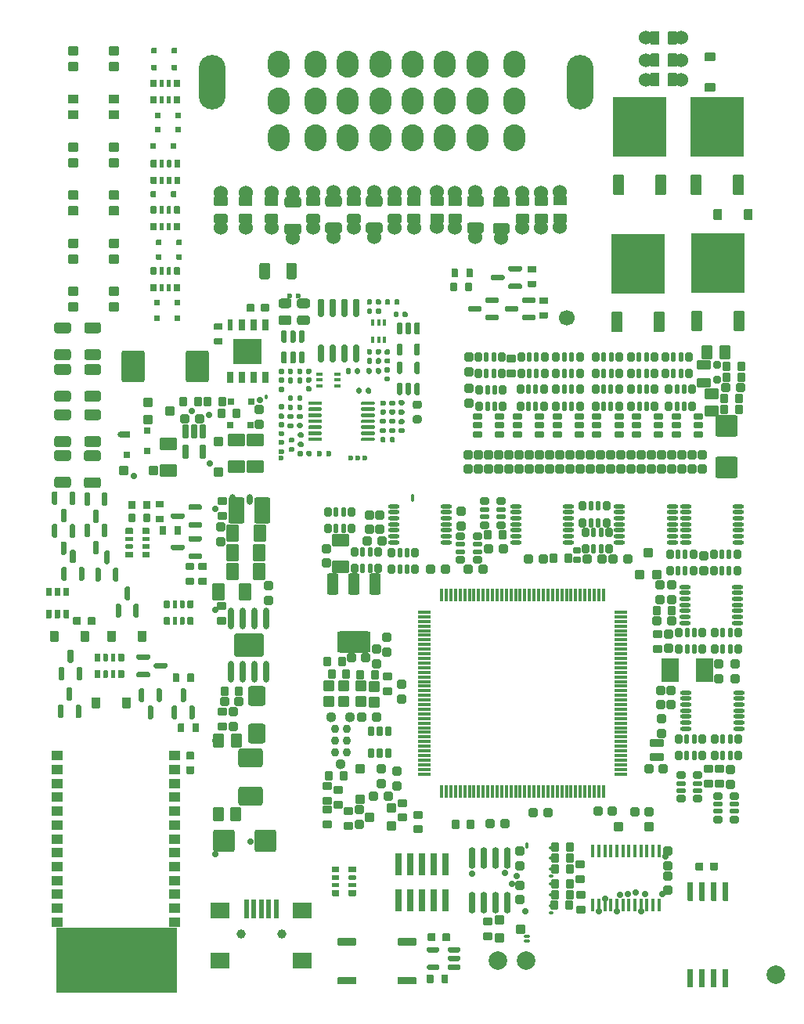
<source format=gts>
G75*
G70*
%OFA0B0*%
%FSLAX25Y25*%
%IPPOS*%
%LPD*%
%AMOC8*
5,1,8,0,0,1.08239X$1,22.5*
%
%AMM127*
21,1,0.038980,0.026770,-0.000000,0.000000,270.000000*
21,1,0.026770,0.038980,-0.000000,0.000000,270.000000*
1,1,0.012210,-0.013390,-0.013390*
1,1,0.012210,-0.013390,0.013390*
1,1,0.012210,0.013390,0.013390*
1,1,0.012210,0.013390,-0.013390*
%
%AMM144*
21,1,0.076380,0.036220,-0.000000,-0.000000,180.000000*
21,1,0.061810,0.050790,-0.000000,-0.000000,180.000000*
1,1,0.014570,-0.030910,0.018110*
1,1,0.014570,0.030910,0.018110*
1,1,0.014570,0.030910,-0.018110*
1,1,0.014570,-0.030910,-0.018110*
%
%AMM145*
21,1,0.029130,0.018900,-0.000000,-0.000000,90.000000*
21,1,0.018900,0.029130,-0.000000,-0.000000,90.000000*
1,1,0.010240,0.009450,0.009450*
1,1,0.010240,0.009450,-0.009450*
1,1,0.010240,-0.009450,-0.009450*
1,1,0.010240,-0.009450,0.009450*
%
%AMM146*
21,1,0.041340,0.026770,-0.000000,-0.000000,180.000000*
21,1,0.029130,0.038980,-0.000000,-0.000000,180.000000*
1,1,0.012210,-0.014570,0.013390*
1,1,0.012210,0.014570,0.013390*
1,1,0.012210,0.014570,-0.013390*
1,1,0.012210,-0.014570,-0.013390*
%
%AMM147*
21,1,0.100000,0.111020,-0.000000,-0.000000,0.000000*
21,1,0.075590,0.135430,-0.000000,-0.000000,0.000000*
1,1,0.024410,0.037800,-0.055510*
1,1,0.024410,-0.037800,-0.055510*
1,1,0.024410,-0.037800,0.055510*
1,1,0.024410,0.037800,0.055510*
%
%AMM148*
21,1,0.027170,0.052760,-0.000000,-0.000000,180.000000*
21,1,0.017320,0.062600,-0.000000,-0.000000,180.000000*
1,1,0.009840,-0.008660,0.026380*
1,1,0.009840,0.008660,0.026380*
1,1,0.009840,0.008660,-0.026380*
1,1,0.009840,-0.008660,-0.026380*
%
%AMM149*
21,1,0.040950,0.030320,-0.000000,-0.000000,270.000000*
21,1,0.028350,0.042910,-0.000000,-0.000000,270.000000*
1,1,0.012600,-0.015160,-0.014170*
1,1,0.012600,-0.015160,0.014170*
1,1,0.012600,0.015160,0.014170*
1,1,0.012600,0.015160,-0.014170*
%
%AMM150*
21,1,0.038980,0.026770,-0.000000,-0.000000,0.000000*
21,1,0.026770,0.038980,-0.000000,-0.000000,0.000000*
1,1,0.012210,0.013390,-0.013390*
1,1,0.012210,-0.013390,-0.013390*
1,1,0.012210,-0.013390,0.013390*
1,1,0.012210,0.013390,0.013390*
%
%AMM151*
21,1,0.041340,0.026770,-0.000000,-0.000000,270.000000*
21,1,0.029130,0.038980,-0.000000,-0.000000,270.000000*
1,1,0.012210,-0.013390,-0.014570*
1,1,0.012210,-0.013390,0.014570*
1,1,0.012210,0.013390,0.014570*
1,1,0.012210,0.013390,-0.014570*
%
%AMM152*
21,1,0.038980,0.026770,-0.000000,-0.000000,270.000000*
21,1,0.026770,0.038980,-0.000000,-0.000000,270.000000*
1,1,0.012210,-0.013390,-0.013390*
1,1,0.012210,-0.013390,0.013390*
1,1,0.012210,0.013390,0.013390*
1,1,0.012210,0.013390,-0.013390*
%
%AMM153*
21,1,0.033070,0.030710,-0.000000,-0.000000,180.000000*
21,1,0.022050,0.041730,-0.000000,-0.000000,180.000000*
1,1,0.011020,-0.011020,0.015350*
1,1,0.011020,0.011020,0.015350*
1,1,0.011020,0.011020,-0.015350*
1,1,0.011020,-0.011020,-0.015350*
%
%AMM154*
21,1,0.029130,0.018900,-0.000000,-0.000000,0.000000*
21,1,0.018900,0.029130,-0.000000,-0.000000,0.000000*
1,1,0.010240,0.009450,-0.009450*
1,1,0.010240,-0.009450,-0.009450*
1,1,0.010240,-0.009450,0.009450*
1,1,0.010240,0.009450,0.009450*
%
%AMM165*
21,1,0.111810,0.050390,-0.000000,0.000000,90.000000*
21,1,0.093700,0.068500,-0.000000,0.000000,90.000000*
1,1,0.018110,0.025200,0.046850*
1,1,0.018110,0.025200,-0.046850*
1,1,0.018110,-0.025200,-0.046850*
1,1,0.018110,-0.025200,0.046850*
%
%AMM166*
21,1,0.044880,0.049210,-0.000000,0.000000,180.000000*
21,1,0.031500,0.062600,-0.000000,0.000000,180.000000*
1,1,0.013390,-0.015750,0.024610*
1,1,0.013390,0.015750,0.024610*
1,1,0.013390,0.015750,-0.024610*
1,1,0.013390,-0.015750,-0.024610*
%
%AMM167*
21,1,0.076380,0.036220,-0.000000,0.000000,270.000000*
21,1,0.061810,0.050790,-0.000000,0.000000,270.000000*
1,1,0.014570,-0.018110,-0.030910*
1,1,0.014570,-0.018110,0.030910*
1,1,0.014570,0.018110,0.030910*
1,1,0.014570,0.018110,-0.030910*
%
%AMM168*
21,1,0.092130,0.073230,-0.000000,0.000000,180.000000*
21,1,0.069290,0.096060,-0.000000,0.000000,180.000000*
1,1,0.022840,-0.034650,0.036610*
1,1,0.022840,0.034650,0.036610*
1,1,0.022840,0.034650,-0.036610*
1,1,0.022840,-0.034650,-0.036610*
%
%AMM169*
21,1,0.084250,0.053540,-0.000000,0.000000,270.000000*
21,1,0.065350,0.072440,-0.000000,0.000000,270.000000*
1,1,0.018900,-0.026770,-0.032680*
1,1,0.018900,-0.026770,0.032680*
1,1,0.018900,0.026770,0.032680*
1,1,0.018900,0.026770,-0.032680*
%
%AMM170*
21,1,0.127560,0.075590,-0.000000,0.000000,0.000000*
21,1,0.103150,0.100000,-0.000000,0.000000,0.000000*
1,1,0.024410,0.051580,-0.037800*
1,1,0.024410,-0.051580,-0.037800*
1,1,0.024410,-0.051580,0.037800*
1,1,0.024410,0.051580,0.037800*
%
%AMM171*
21,1,0.038980,0.026770,-0.000000,0.000000,0.000000*
21,1,0.026770,0.038980,-0.000000,0.000000,0.000000*
1,1,0.012210,0.013390,-0.013390*
1,1,0.012210,-0.013390,-0.013390*
1,1,0.012210,-0.013390,0.013390*
1,1,0.012210,0.013390,0.013390*
%
%AMM172*
21,1,0.080320,0.083460,-0.000000,0.000000,270.000000*
21,1,0.059840,0.103940,-0.000000,0.000000,270.000000*
1,1,0.020470,-0.041730,-0.029920*
1,1,0.020470,-0.041730,0.029920*
1,1,0.020470,0.041730,0.029920*
1,1,0.020470,0.041730,-0.029920*
%
%AMM173*
21,1,0.033070,0.030710,-0.000000,0.000000,270.000000*
21,1,0.022050,0.041730,-0.000000,0.000000,270.000000*
1,1,0.011020,-0.015350,-0.011020*
1,1,0.011020,-0.015350,0.011020*
1,1,0.011020,0.015350,0.011020*
1,1,0.011020,0.015350,-0.011020*
%
%AMM174*
21,1,0.033070,0.030710,-0.000000,0.000000,180.000000*
21,1,0.022050,0.041730,-0.000000,0.000000,180.000000*
1,1,0.011020,-0.011020,0.015350*
1,1,0.011020,0.011020,0.015350*
1,1,0.011020,0.011020,-0.015350*
1,1,0.011020,-0.011020,-0.015350*
%
%AMM178*
21,1,0.038980,0.026770,-0.000000,0.000000,90.000000*
21,1,0.026770,0.038980,-0.000000,0.000000,90.000000*
1,1,0.012210,0.013390,0.013390*
1,1,0.012210,0.013390,-0.013390*
1,1,0.012210,-0.013390,-0.013390*
1,1,0.012210,-0.013390,0.013390*
%
%AMM184*
21,1,0.033070,0.030710,-0.000000,-0.000000,90.000000*
21,1,0.022050,0.041730,-0.000000,-0.000000,90.000000*
1,1,0.011020,0.015350,0.011020*
1,1,0.011020,0.015350,-0.011020*
1,1,0.011020,-0.015350,-0.011020*
1,1,0.011020,-0.015350,0.011020*
%
%AMM189*
21,1,0.033070,0.030710,0.000000,-0.000000,270.000000*
21,1,0.022050,0.041730,0.000000,-0.000000,270.000000*
1,1,0.011020,-0.015350,-0.011020*
1,1,0.011020,-0.015350,0.011020*
1,1,0.011020,0.015350,0.011020*
1,1,0.011020,0.015350,-0.011020*
%
%AMM190*
21,1,0.038980,0.026770,0.000000,-0.000000,270.000000*
21,1,0.026770,0.038980,0.000000,-0.000000,270.000000*
1,1,0.012210,-0.013390,-0.013390*
1,1,0.012210,-0.013390,0.013390*
1,1,0.012210,0.013390,0.013390*
1,1,0.012210,0.013390,-0.013390*
%
%AMM191*
21,1,0.033070,0.030710,0.000000,-0.000000,180.000000*
21,1,0.022050,0.041730,0.000000,-0.000000,180.000000*
1,1,0.011020,-0.011020,0.015350*
1,1,0.011020,0.011020,0.015350*
1,1,0.011020,0.011020,-0.015350*
1,1,0.011020,-0.011020,-0.015350*
%
%AMM227*
21,1,0.033070,0.030710,-0.000000,-0.000000,270.000000*
21,1,0.022050,0.041730,-0.000000,-0.000000,270.000000*
1,1,0.011020,-0.015350,-0.011020*
1,1,0.011020,-0.015350,0.011020*
1,1,0.011020,0.015350,0.011020*
1,1,0.011020,0.015350,-0.011020*
%
%AMM228*
21,1,0.092130,0.073230,-0.000000,-0.000000,90.000000*
21,1,0.069290,0.096060,-0.000000,-0.000000,90.000000*
1,1,0.022840,0.036610,0.034650*
1,1,0.022840,0.036610,-0.034650*
1,1,0.022840,-0.036610,-0.034650*
1,1,0.022840,-0.036610,0.034650*
%
%AMM229*
21,1,0.044880,0.049210,-0.000000,-0.000000,270.000000*
21,1,0.031500,0.062600,-0.000000,-0.000000,270.000000*
1,1,0.013390,-0.024610,-0.015750*
1,1,0.013390,-0.024610,0.015750*
1,1,0.013390,0.024610,0.015750*
1,1,0.013390,0.024610,-0.015750*
%
%AMM230*
21,1,0.023230,0.027950,-0.000000,-0.000000,180.000000*
21,1,0.014170,0.037010,-0.000000,-0.000000,180.000000*
1,1,0.009060,-0.007090,0.013980*
1,1,0.009060,0.007090,0.013980*
1,1,0.009060,0.007090,-0.013980*
1,1,0.009060,-0.007090,-0.013980*
%
%AMM231*
21,1,0.038980,0.026770,-0.000000,-0.000000,90.000000*
21,1,0.026770,0.038980,-0.000000,-0.000000,90.000000*
1,1,0.012210,0.013390,0.013390*
1,1,0.012210,0.013390,-0.013390*
1,1,0.012210,-0.013390,-0.013390*
1,1,0.012210,-0.013390,0.013390*
%
%AMM232*
21,1,0.029130,0.030710,-0.000000,-0.000000,270.000000*
21,1,0.018900,0.040950,-0.000000,-0.000000,270.000000*
1,1,0.010240,-0.015350,-0.009450*
1,1,0.010240,-0.015350,0.009450*
1,1,0.010240,0.015350,0.009450*
1,1,0.010240,0.015350,-0.009450*
%
%AMM233*
21,1,0.031100,0.026380,-0.000000,-0.000000,180.000000*
21,1,0.020470,0.037010,-0.000000,-0.000000,180.000000*
1,1,0.010630,-0.010240,0.013190*
1,1,0.010630,0.010240,0.013190*
1,1,0.010630,0.010240,-0.013190*
1,1,0.010630,-0.010240,-0.013190*
%
%AMM234*
21,1,0.044880,0.049210,-0.000000,-0.000000,0.000000*
21,1,0.031500,0.062600,-0.000000,-0.000000,0.000000*
1,1,0.013390,0.015750,-0.024610*
1,1,0.013390,-0.015750,-0.024610*
1,1,0.013390,-0.015750,0.024610*
1,1,0.013390,0.015750,0.024610*
%
%AMM235*
21,1,0.040950,0.050000,-0.000000,-0.000000,90.000000*
21,1,0.028350,0.062600,-0.000000,-0.000000,90.000000*
1,1,0.012600,0.025000,0.014170*
1,1,0.012600,0.025000,-0.014170*
1,1,0.012600,-0.025000,-0.014170*
1,1,0.012600,-0.025000,0.014170*
%
%AMM264*
21,1,0.040950,0.030320,-0.000000,0.000000,270.000000*
21,1,0.028350,0.042910,-0.000000,0.000000,270.000000*
1,1,0.012600,-0.015160,-0.014170*
1,1,0.012600,-0.015160,0.014170*
1,1,0.012600,0.015160,0.014170*
1,1,0.012600,0.015160,-0.014170*
%
%AMM305*
21,1,0.041340,0.026770,-0.000000,-0.000000,0.000000*
21,1,0.029130,0.038980,-0.000000,-0.000000,0.000000*
1,1,0.012210,0.014570,-0.013390*
1,1,0.012210,-0.014570,-0.013390*
1,1,0.012210,-0.014570,0.013390*
1,1,0.012210,0.014570,0.013390*
%
%AMM306*
21,1,0.040950,0.030320,-0.000000,-0.000000,0.000000*
21,1,0.028350,0.042910,-0.000000,-0.000000,0.000000*
1,1,0.012600,0.014170,-0.015160*
1,1,0.012600,-0.014170,-0.015160*
1,1,0.012600,-0.014170,0.015160*
1,1,0.012600,0.014170,0.015160*
%
%AMM307*
21,1,0.040950,0.030320,-0.000000,-0.000000,90.000000*
21,1,0.028350,0.042910,-0.000000,-0.000000,90.000000*
1,1,0.012600,0.015160,0.014170*
1,1,0.012600,0.015160,-0.014170*
1,1,0.012600,-0.015160,-0.014170*
1,1,0.012600,-0.015160,0.014170*
%
%AMM308*
21,1,0.033070,0.018900,-0.000000,-0.000000,0.000000*
21,1,0.022840,0.029130,-0.000000,-0.000000,0.000000*
1,1,0.010240,0.011420,-0.009450*
1,1,0.010240,-0.011420,-0.009450*
1,1,0.010240,-0.011420,0.009450*
1,1,0.010240,0.011420,0.009450*
%
%AMM309*
21,1,0.143310,0.067720,-0.000000,-0.000000,180.000000*
21,1,0.120870,0.090160,-0.000000,-0.000000,180.000000*
1,1,0.022440,-0.060430,0.033860*
1,1,0.022440,0.060430,0.033860*
1,1,0.022440,0.060430,-0.033860*
1,1,0.022440,-0.060430,-0.033860*
%
%AMM310*
21,1,0.048820,0.075980,-0.000000,-0.000000,180.000000*
21,1,0.034650,0.090160,-0.000000,-0.000000,180.000000*
1,1,0.014170,-0.017320,0.037990*
1,1,0.014170,0.017320,0.037990*
1,1,0.014170,0.017320,-0.037990*
1,1,0.014170,-0.017320,-0.037990*
%
%AMM311*
21,1,0.048820,0.075990,-0.000000,-0.000000,180.000000*
21,1,0.034650,0.090160,-0.000000,-0.000000,180.000000*
1,1,0.014170,-0.017320,0.037990*
1,1,0.014170,0.017320,0.037990*
1,1,0.014170,0.017320,-0.037990*
1,1,0.014170,-0.017320,-0.037990*
%
%AMM312*
21,1,0.044880,0.035430,-0.000000,-0.000000,90.000000*
21,1,0.031500,0.048820,-0.000000,-0.000000,90.000000*
1,1,0.013390,0.017720,0.015750*
1,1,0.013390,0.017720,-0.015750*
1,1,0.013390,-0.017720,-0.015750*
1,1,0.013390,-0.017720,0.015750*
%
%AMM313*
21,1,0.041340,0.026770,-0.000000,-0.000000,90.000000*
21,1,0.029130,0.038980,-0.000000,-0.000000,90.000000*
1,1,0.012210,0.013390,0.014570*
1,1,0.012210,0.013390,-0.014570*
1,1,0.012210,-0.013390,-0.014570*
1,1,0.012210,-0.013390,0.014570*
%
%AMM314*
21,1,0.029130,0.030710,-0.000000,-0.000000,0.000000*
21,1,0.018900,0.040950,-0.000000,-0.000000,0.000000*
1,1,0.010240,0.009450,-0.015350*
1,1,0.010240,-0.009450,-0.015350*
1,1,0.010240,-0.009450,0.015350*
1,1,0.010240,0.009450,0.015350*
%
%AMM315*
21,1,0.033070,0.049610,-0.000000,-0.000000,90.000000*
21,1,0.022050,0.060630,-0.000000,-0.000000,90.000000*
1,1,0.011020,0.024800,0.011020*
1,1,0.011020,0.024800,-0.011020*
1,1,0.011020,-0.024800,-0.011020*
1,1,0.011020,-0.024800,0.011020*
%
%AMM316*
21,1,0.023230,0.027950,-0.000000,-0.000000,90.000000*
21,1,0.014170,0.037010,-0.000000,-0.000000,90.000000*
1,1,0.009060,0.013980,0.007090*
1,1,0.009060,0.013980,-0.007090*
1,1,0.009060,-0.013980,-0.007090*
1,1,0.009060,-0.013980,0.007090*
%
%AMM317*
21,1,0.031100,0.026380,-0.000000,-0.000000,90.000000*
21,1,0.020470,0.037010,-0.000000,-0.000000,90.000000*
1,1,0.010630,0.013190,0.010240*
1,1,0.010630,0.013190,-0.010240*
1,1,0.010630,-0.013190,-0.010240*
1,1,0.010630,-0.013190,0.010240*
%
%AMM318*
21,1,0.015350,0.017720,-0.000000,-0.000000,0.000000*
21,1,0.000000,0.033070,-0.000000,-0.000000,0.000000*
1,1,0.015350,-0.000000,-0.008860*
1,1,0.015350,-0.000000,-0.008860*
1,1,0.015350,-0.000000,0.008860*
1,1,0.015350,-0.000000,0.008860*
%
%AMM319*
21,1,0.033070,0.030710,-0.000000,-0.000000,0.000000*
21,1,0.022050,0.041730,-0.000000,-0.000000,0.000000*
1,1,0.011020,0.011020,-0.015350*
1,1,0.011020,-0.011020,-0.015350*
1,1,0.011020,-0.011020,0.015350*
1,1,0.011020,0.011020,0.015350*
%
%ADD100O,0.04488X0.02520*%
%ADD101O,0.11417X0.23228*%
%ADD105C,0.02362*%
%ADD107R,0.05118X0.03937*%
%ADD108O,0.01535X0.02520*%
%ADD112R,0.01969X0.07874*%
%ADD120C,0.03937*%
%ADD138C,0.00472*%
%ADD156O,0.00984X0.01969*%
%ADD160C,0.07874*%
%ADD162C,0.03701*%
%ADD178R,0.22835X0.25197*%
%ADD180R,0.02559X0.01575*%
%ADD191O,0.05669X0.01417*%
%ADD192C,0.06000*%
%ADD201R,0.05906X0.05217*%
%ADD207C,0.04451*%
%ADD208O,0.02520X0.01535*%
%ADD210R,0.07874X0.06693*%
%ADD220R,0.02559X0.05157*%
%ADD226R,0.02913X0.09449*%
%ADD231O,0.09449X0.11417*%
%ADD242O,0.01575X0.00787*%
%ADD271M127*%
%ADD288M144*%
%ADD289M145*%
%ADD29O,0.03937X0.01969*%
%ADD290M146*%
%ADD291M147*%
%ADD292M148*%
%ADD293M149*%
%ADD294M150*%
%ADD295M151*%
%ADD296M152*%
%ADD297M153*%
%ADD298M154*%
%ADD31O,0.02520X0.04488*%
%ADD312M165*%
%ADD313M166*%
%ADD314M167*%
%ADD315M168*%
%ADD316M169*%
%ADD317O,0.02520X0.09213*%
%ADD318M170*%
%ADD319M171*%
%ADD320M172*%
%ADD321M173*%
%ADD322M174*%
%ADD328M178*%
%ADD330O,0.02126X0.01339*%
%ADD331O,0.01535X0.05512*%
%ADD336M184*%
%ADD341M189*%
%ADD342M190*%
%ADD343M191*%
%ADD35C,0.06693*%
%ADD379M227*%
%ADD380M228*%
%ADD381M229*%
%ADD382M230*%
%ADD383M231*%
%ADD384M232*%
%ADD385M233*%
%ADD386M234*%
%ADD387M235*%
%ADD39R,0.02362X0.05157*%
%ADD418M264*%
%ADD42R,0.07244X0.10000*%
%ADD43O,0.01339X0.02520*%
%ADD461M305*%
%ADD462M306*%
%ADD463M307*%
%ADD464M308*%
%ADD465M309*%
%ADD466M310*%
%ADD467M311*%
%ADD468M312*%
%ADD469M313*%
%ADD470M314*%
%ADD471M315*%
%ADD472M316*%
%ADD473M317*%
%ADD474M318*%
%ADD475M319*%
%ADD477O,0.02913X0.09213*%
%ADD52O,0.04882X0.01732*%
%ADD58O,0.01969X0.03937*%
%ADD73C,0.02913*%
%ADD76R,0.01575X0.02559*%
%ADD81O,0.00787X0.01969*%
%ADD83O,0.01417X0.05669*%
%ADD84C,0.03651*%
%ADD86O,0.01969X0.00984*%
X0000000Y0000000D02*
%LPD*%
G01*
D138*
X0026378Y0000787D02*
X0026378Y0028346D01*
X0026378Y0028346D02*
X0077559Y0028346D01*
X0077559Y0028346D02*
X0077559Y0000787D01*
X0077559Y0000787D02*
X0026378Y0000787D01*
G36*
X0077559Y0000787D02*
G01*
X0026378Y0000787D01*
X0026378Y0028346D01*
X0077559Y0028346D01*
X0077559Y0000787D01*
G37*
X0077559Y0000787D02*
X0026378Y0000787D01*
X0026378Y0028346D01*
X0077559Y0028346D01*
X0077559Y0000787D01*
D242*
X0237258Y0034627D03*
X0237258Y0037619D03*
X0237258Y0042245D03*
X0237258Y0046871D03*
X0237258Y0050177D03*
X0237258Y0053130D03*
X0237258Y0057756D03*
X0237258Y0062382D03*
D105*
X0277020Y0042540D03*
X0275347Y0035315D03*
X0273182Y0043386D03*
X0269737Y0042540D03*
X0266390Y0042245D03*
X0265111Y0035315D03*
X0259993Y0040473D03*
X0257434Y0035315D03*
X0285682Y0058642D03*
X0284501Y0042599D03*
G36*
G01*
X0198667Y0328156D02*
X0193746Y0328156D01*
G75*
G02*
X0193352Y0328550I0000000J0000394D01*
G01*
X0193352Y0331699D01*
G75*
G02*
X0193746Y0332093I0000394J0000000D01*
G01*
X0198667Y0332093D01*
G75*
G02*
X0199061Y0331699I0000000J-000394D01*
G01*
X0199061Y0328550D01*
G75*
G02*
X0198667Y0328156I-000394J0000000D01*
G01*
G37*
D192*
X0196206Y0326364D03*
X0196206Y0341364D03*
G36*
G01*
X0198667Y0335636D02*
X0193746Y0335636D01*
G75*
G02*
X0193352Y0336030I0000000J0000394D01*
G01*
X0193352Y0339180D01*
G75*
G02*
X0193746Y0339573I0000394J0000000D01*
G01*
X0198667Y0339573D01*
G75*
G02*
X0199061Y0339180I0000000J-000394D01*
G01*
X0199061Y0336030D01*
G75*
G02*
X0198667Y0335636I-000394J0000000D01*
G01*
G37*
G36*
G01*
X0068937Y0210039D02*
X0072008Y0210039D01*
G75*
G02*
X0072283Y0209764I0000000J-000276D01*
G01*
X0072283Y0207559D01*
G75*
G02*
X0072008Y0207283I-000276J0000000D01*
G01*
X0068937Y0207283D01*
G75*
G02*
X0068661Y0207559I0000000J0000276D01*
G01*
X0068661Y0209764D01*
G75*
G02*
X0068937Y0210039I0000276J0000000D01*
G01*
G37*
G36*
G01*
X0068937Y0203740D02*
X0072008Y0203740D01*
G75*
G02*
X0072283Y0203465I0000000J-000276D01*
G01*
X0072283Y0201260D01*
G75*
G02*
X0072008Y0200984I-000276J0000000D01*
G01*
X0068937Y0200984D01*
G75*
G02*
X0068661Y0201260I0000000J0000276D01*
G01*
X0068661Y0203465D01*
G75*
G02*
X0068937Y0203740I0000276J0000000D01*
G01*
G37*
G36*
G01*
X0066535Y0299469D02*
X0066535Y0302106D01*
G75*
G02*
X0066791Y0302362I0000256J0000000D01*
G01*
X0068839Y0302362D01*
G75*
G02*
X0069094Y0302106I0000000J-000256D01*
G01*
X0069094Y0299469D01*
G75*
G02*
X0068839Y0299213I-000256J0000000D01*
G01*
X0066791Y0299213D01*
G75*
G02*
X0066535Y0299469I0000000J0000256D01*
G01*
G37*
G36*
G01*
X0070374Y0299390D02*
X0070374Y0302185D01*
G75*
G02*
X0070551Y0302362I0000177J0000000D01*
G01*
X0071969Y0302362D01*
G75*
G02*
X0072146Y0302185I0000000J-000177D01*
G01*
X0072146Y0299390D01*
G75*
G02*
X0071969Y0299213I-000177J0000000D01*
G01*
X0070551Y0299213D01*
G75*
G02*
X0070374Y0299390I0000000J0000177D01*
G01*
G37*
G36*
G01*
X0073524Y0299390D02*
X0073524Y0302185D01*
G75*
G02*
X0073701Y0302362I0000177J0000000D01*
G01*
X0075118Y0302362D01*
G75*
G02*
X0075295Y0302185I0000000J-000177D01*
G01*
X0075295Y0299390D01*
G75*
G02*
X0075118Y0299213I-000177J0000000D01*
G01*
X0073701Y0299213D01*
G75*
G02*
X0073524Y0299390I0000000J0000177D01*
G01*
G37*
G36*
G01*
X0076575Y0299469D02*
X0076575Y0302106D01*
G75*
G02*
X0076831Y0302362I0000256J0000000D01*
G01*
X0078878Y0302362D01*
G75*
G02*
X0079134Y0302106I0000000J-000256D01*
G01*
X0079134Y0299469D01*
G75*
G02*
X0078878Y0299213I-000256J0000000D01*
G01*
X0076831Y0299213D01*
G75*
G02*
X0076575Y0299469I0000000J0000256D01*
G01*
G37*
G36*
G01*
X0076575Y0306555D02*
X0076575Y0309193D01*
G75*
G02*
X0076831Y0309449I0000256J0000000D01*
G01*
X0078878Y0309449D01*
G75*
G02*
X0079134Y0309193I0000000J-000256D01*
G01*
X0079134Y0306555D01*
G75*
G02*
X0078878Y0306299I-000256J0000000D01*
G01*
X0076831Y0306299D01*
G75*
G02*
X0076575Y0306555I0000000J0000256D01*
G01*
G37*
G36*
G01*
X0073524Y0306476D02*
X0073524Y0309272D01*
G75*
G02*
X0073701Y0309449I0000177J0000000D01*
G01*
X0075118Y0309449D01*
G75*
G02*
X0075295Y0309272I0000000J-000177D01*
G01*
X0075295Y0306476D01*
G75*
G02*
X0075118Y0306299I-000177J0000000D01*
G01*
X0073701Y0306299D01*
G75*
G02*
X0073524Y0306476I0000000J0000177D01*
G01*
G37*
G36*
G01*
X0070374Y0306476D02*
X0070374Y0309272D01*
G75*
G02*
X0070551Y0309449I0000177J0000000D01*
G01*
X0071969Y0309449D01*
G75*
G02*
X0072146Y0309272I0000000J-000177D01*
G01*
X0072146Y0306476D01*
G75*
G02*
X0071969Y0306299I-000177J0000000D01*
G01*
X0070551Y0306299D01*
G75*
G02*
X0070374Y0306476I0000000J0000177D01*
G01*
G37*
G36*
G01*
X0066535Y0306555D02*
X0066535Y0309193D01*
G75*
G02*
X0066791Y0309449I0000256J0000000D01*
G01*
X0068839Y0309449D01*
G75*
G02*
X0069094Y0309193I0000000J-000256D01*
G01*
X0069094Y0306555D01*
G75*
G02*
X0068839Y0306299I-000256J0000000D01*
G01*
X0066791Y0306299D01*
G75*
G02*
X0066535Y0306555I0000000J0000256D01*
G01*
G37*
G36*
G01*
X0079228Y0354909D02*
X0079228Y0352272D01*
G75*
G02*
X0078972Y0352016I-000256J0000000D01*
G01*
X0076925Y0352016D01*
G75*
G02*
X0076669Y0352272I0000000J0000256D01*
G01*
X0076669Y0354909D01*
G75*
G02*
X0076925Y0355165I0000256J0000000D01*
G01*
X0078972Y0355165D01*
G75*
G02*
X0079228Y0354909I0000000J-000256D01*
G01*
G37*
G36*
G01*
X0075390Y0354988D02*
X0075390Y0352193D01*
G75*
G02*
X0075213Y0352016I-000177J0000000D01*
G01*
X0073795Y0352016D01*
G75*
G02*
X0073618Y0352193I0000000J0000177D01*
G01*
X0073618Y0354988D01*
G75*
G02*
X0073795Y0355165I0000177J0000000D01*
G01*
X0075213Y0355165D01*
G75*
G02*
X0075390Y0354988I0000000J-000177D01*
G01*
G37*
G36*
G01*
X0072240Y0354988D02*
X0072240Y0352193D01*
G75*
G02*
X0072063Y0352016I-000177J0000000D01*
G01*
X0070646Y0352016D01*
G75*
G02*
X0070469Y0352193I0000000J0000177D01*
G01*
X0070469Y0354988D01*
G75*
G02*
X0070646Y0355165I0000177J0000000D01*
G01*
X0072063Y0355165D01*
G75*
G02*
X0072240Y0354988I0000000J-000177D01*
G01*
G37*
G36*
G01*
X0069189Y0354909D02*
X0069189Y0352272D01*
G75*
G02*
X0068933Y0352016I-000256J0000000D01*
G01*
X0066886Y0352016D01*
G75*
G02*
X0066630Y0352272I0000000J0000256D01*
G01*
X0066630Y0354909D01*
G75*
G02*
X0066886Y0355165I0000256J0000000D01*
G01*
X0068933Y0355165D01*
G75*
G02*
X0069189Y0354909I0000000J-000256D01*
G01*
G37*
G36*
G01*
X0069189Y0347823D02*
X0069189Y0345185D01*
G75*
G02*
X0068933Y0344929I-000256J0000000D01*
G01*
X0066886Y0344929D01*
G75*
G02*
X0066630Y0345185I0000000J0000256D01*
G01*
X0066630Y0347823D01*
G75*
G02*
X0066886Y0348079I0000256J0000000D01*
G01*
X0068933Y0348079D01*
G75*
G02*
X0069189Y0347823I0000000J-000256D01*
G01*
G37*
G36*
G01*
X0072240Y0347902D02*
X0072240Y0345106D01*
G75*
G02*
X0072063Y0344929I-000177J0000000D01*
G01*
X0070646Y0344929D01*
G75*
G02*
X0070469Y0345106I0000000J0000177D01*
G01*
X0070469Y0347902D01*
G75*
G02*
X0070646Y0348079I0000177J0000000D01*
G01*
X0072063Y0348079D01*
G75*
G02*
X0072240Y0347902I0000000J-000177D01*
G01*
G37*
G36*
G01*
X0075390Y0347902D02*
X0075390Y0345106D01*
G75*
G02*
X0075213Y0344929I-000177J0000000D01*
G01*
X0073795Y0344929D01*
G75*
G02*
X0073618Y0345106I0000000J0000177D01*
G01*
X0073618Y0347902D01*
G75*
G02*
X0073795Y0348079I0000177J0000000D01*
G01*
X0075213Y0348079D01*
G75*
G02*
X0075390Y0347902I0000000J-000177D01*
G01*
G37*
G36*
G01*
X0079228Y0347823D02*
X0079228Y0345185D01*
G75*
G02*
X0078972Y0344929I-000256J0000000D01*
G01*
X0076925Y0344929D01*
G75*
G02*
X0076669Y0345185I0000000J0000256D01*
G01*
X0076669Y0347823D01*
G75*
G02*
X0076925Y0348079I0000256J0000000D01*
G01*
X0078972Y0348079D01*
G75*
G02*
X0079228Y0347823I0000000J-000256D01*
G01*
G37*
G36*
G01*
X0082126Y0103209D02*
X0084803Y0103209D01*
G75*
G02*
X0085138Y0102874I0000000J-000335D01*
G01*
X0085138Y0100197D01*
G75*
G02*
X0084803Y0099862I-000335J0000000D01*
G01*
X0082126Y0099862D01*
G75*
G02*
X0081791Y0100197I0000000J0000335D01*
G01*
X0081791Y0102874D01*
G75*
G02*
X0082126Y0103209I0000335J0000000D01*
G01*
G37*
G36*
G01*
X0082126Y0096988D02*
X0084803Y0096988D01*
G75*
G02*
X0085138Y0096654I0000000J-000335D01*
G01*
X0085138Y0093976D01*
G75*
G02*
X0084803Y0093642I-000335J0000000D01*
G01*
X0082126Y0093642D01*
G75*
G02*
X0081791Y0093976I0000000J0000335D01*
G01*
X0081791Y0096654D01*
G75*
G02*
X0082126Y0096988I0000335J0000000D01*
G01*
G37*
X0188514Y0326449D03*
G36*
G01*
X0190975Y0328240D02*
X0186053Y0328240D01*
G75*
G02*
X0185660Y0328634I0000000J0000394D01*
G01*
X0185660Y0331784D01*
G75*
G02*
X0186053Y0332177I0000394J0000000D01*
G01*
X0190975Y0332177D01*
G75*
G02*
X0191368Y0331784I0000000J-000394D01*
G01*
X0191368Y0328634D01*
G75*
G02*
X0190975Y0328240I-000394J0000000D01*
G01*
G37*
G36*
G01*
X0190975Y0335721D02*
X0186053Y0335721D01*
G75*
G02*
X0185660Y0336114I0000000J0000394D01*
G01*
X0185660Y0339264D01*
G75*
G02*
X0186053Y0339658I0000394J0000000D01*
G01*
X0190975Y0339658D01*
G75*
G02*
X0191368Y0339264I0000000J-000394D01*
G01*
X0191368Y0336114D01*
G75*
G02*
X0190975Y0335721I-000394J0000000D01*
G01*
G37*
X0188514Y0341449D03*
G36*
G01*
X0032677Y0236594D02*
X0032677Y0233878D01*
G75*
G02*
X0031772Y0232972I-000906J0000000D01*
G01*
X0026496Y0232972D01*
G75*
G02*
X0025591Y0233878I0000000J0000906D01*
G01*
X0025591Y0236594D01*
G75*
G02*
X0026496Y0237500I0000906J0000000D01*
G01*
X0031772Y0237500D01*
G75*
G02*
X0032677Y0236594I0000000J-000906D01*
G01*
G37*
G36*
G01*
X0032677Y0248012D02*
X0032677Y0245295D01*
G75*
G02*
X0031772Y0244390I-000906J0000000D01*
G01*
X0026496Y0244390D01*
G75*
G02*
X0025591Y0245295I0000000J0000906D01*
G01*
X0025591Y0248012D01*
G75*
G02*
X0026496Y0248917I0000906J0000000D01*
G01*
X0031772Y0248917D01*
G75*
G02*
X0032677Y0248012I0000000J-000906D01*
G01*
G37*
D160*
X0214567Y0014370D03*
D192*
X0144488Y0341535D03*
G36*
G01*
X0140945Y0336240D02*
X0140945Y0338957D01*
G75*
G02*
X0141850Y0339862I0000906J0000000D01*
G01*
X0147126Y0339862D01*
G75*
G02*
X0148031Y0338957I0000000J-000906D01*
G01*
X0148031Y0336240D01*
G75*
G02*
X0147126Y0335335I-000906J0000000D01*
G01*
X0141850Y0335335D01*
G75*
G02*
X0140945Y0336240I0000000J0000906D01*
G01*
G37*
X0144488Y0322244D03*
G36*
G01*
X0140945Y0324823D02*
X0140945Y0327539D01*
G75*
G02*
X0141850Y0328445I0000906J0000000D01*
G01*
X0147126Y0328445D01*
G75*
G02*
X0148031Y0327539I0000000J-000906D01*
G01*
X0148031Y0324823D01*
G75*
G02*
X0147126Y0323917I-000906J0000000D01*
G01*
X0141850Y0323917D01*
G75*
G02*
X0140945Y0324823I0000000J0000906D01*
G01*
G37*
G36*
G01*
X0224705Y0301969D02*
X0224705Y0300787D01*
G75*
G02*
X0224114Y0300197I-000591J0000000D01*
G01*
X0219488Y0300197D01*
G75*
G02*
X0218898Y0300787I0000000J0000591D01*
G01*
X0218898Y0301969D01*
G75*
G02*
X0219488Y0302559I0000591J0000000D01*
G01*
X0224114Y0302559D01*
G75*
G02*
X0224705Y0301969I0000000J-000591D01*
G01*
G37*
G36*
G01*
X0217323Y0305709D02*
X0217323Y0304528D01*
G75*
G02*
X0216732Y0303937I-000591J0000000D01*
G01*
X0212106Y0303937D01*
G75*
G02*
X0211516Y0304528I0000000J0000591D01*
G01*
X0211516Y0305709D01*
G75*
G02*
X0212106Y0306299I0000591J0000000D01*
G01*
X0216732Y0306299D01*
G75*
G02*
X0217323Y0305709I0000000J-000591D01*
G01*
G37*
G36*
G01*
X0224705Y0309449D02*
X0224705Y0308268D01*
G75*
G02*
X0224114Y0307677I-000591J0000000D01*
G01*
X0219488Y0307677D01*
G75*
G02*
X0218898Y0308268I0000000J0000591D01*
G01*
X0218898Y0309449D01*
G75*
G02*
X0219488Y0310039I0000591J0000000D01*
G01*
X0224114Y0310039D01*
G75*
G02*
X0224705Y0309449I0000000J-000591D01*
G01*
G37*
G36*
G01*
X0069140Y0314961D02*
X0071030Y0314961D01*
G75*
G02*
X0071266Y0314724I0000000J-000236D01*
G01*
X0071266Y0312835D01*
G75*
G02*
X0071030Y0312598I-000236J0000000D01*
G01*
X0069140Y0312598D01*
G75*
G02*
X0068904Y0312835I0000000J0000236D01*
G01*
X0068904Y0314724D01*
G75*
G02*
X0069140Y0314961I0000236J0000000D01*
G01*
G37*
G36*
G01*
X0077801Y0314961D02*
X0079691Y0314961D01*
G75*
G02*
X0079927Y0314724I0000000J-000236D01*
G01*
X0079927Y0312835D01*
G75*
G02*
X0079691Y0312598I-000236J0000000D01*
G01*
X0077801Y0312598D01*
G75*
G02*
X0077565Y0312835I0000000J0000236D01*
G01*
X0077565Y0314724D01*
G75*
G02*
X0077801Y0314961I0000236J0000000D01*
G01*
G37*
G36*
G01*
X0052756Y0331496D02*
X0049213Y0331496D01*
G75*
G02*
X0048819Y0331890I0000000J0000394D01*
G01*
X0048819Y0335039D01*
G75*
G02*
X0049213Y0335433I0000394J0000000D01*
G01*
X0052756Y0335433D01*
G75*
G02*
X0053150Y0335039I0000000J-000394D01*
G01*
X0053150Y0331890D01*
G75*
G02*
X0052756Y0331496I-000394J0000000D01*
G01*
G37*
G36*
G01*
X0052756Y0338189D02*
X0049213Y0338189D01*
G75*
G02*
X0048819Y0338583I0000000J0000394D01*
G01*
X0048819Y0341732D01*
G75*
G02*
X0049213Y0342126I0000394J0000000D01*
G01*
X0052756Y0342126D01*
G75*
G02*
X0053150Y0341732I0000000J-000394D01*
G01*
X0053150Y0338583D01*
G75*
G02*
X0052756Y0338189I-000394J0000000D01*
G01*
G37*
G36*
G01*
X0107421Y0290787D02*
X0107421Y0293465D01*
G75*
G02*
X0107756Y0293799I0000335J0000000D01*
G01*
X0110433Y0293799D01*
G75*
G02*
X0110768Y0293465I0000000J-000335D01*
G01*
X0110768Y0290787D01*
G75*
G02*
X0110433Y0290453I-000335J0000000D01*
G01*
X0107756Y0290453D01*
G75*
G02*
X0107421Y0290787I0000000J0000335D01*
G01*
G37*
G36*
G01*
X0113642Y0290787D02*
X0113642Y0293465D01*
G75*
G02*
X0113976Y0293799I0000335J0000000D01*
G01*
X0116654Y0293799D01*
G75*
G02*
X0116988Y0293465I0000000J-000335D01*
G01*
X0116988Y0290787D01*
G75*
G02*
X0116654Y0290453I-000335J0000000D01*
G01*
X0113976Y0290453D01*
G75*
G02*
X0113642Y0290787I0000000J0000335D01*
G01*
G37*
G36*
G01*
X0172165Y0023819D02*
X0179409Y0023819D01*
G75*
G02*
X0179724Y0023504I0000000J-000315D01*
G01*
X0179724Y0020984D01*
G75*
G02*
X0179409Y0020669I-000315J0000000D01*
G01*
X0172165Y0020669D01*
G75*
G02*
X0171850Y0020984I0000000J0000315D01*
G01*
X0171850Y0023504D01*
G75*
G02*
X0172165Y0023819I0000315J0000000D01*
G01*
G37*
G36*
G01*
X0172165Y0007283D02*
X0179409Y0007283D01*
G75*
G02*
X0179724Y0006969I0000000J-000315D01*
G01*
X0179724Y0004449D01*
G75*
G02*
X0179409Y0004134I-000315J0000000D01*
G01*
X0172165Y0004134D01*
G75*
G02*
X0171850Y0004449I0000000J0000315D01*
G01*
X0171850Y0006969D01*
G75*
G02*
X0172165Y0007283I0000315J0000000D01*
G01*
G37*
G36*
G01*
X0067159Y0402805D02*
X0069049Y0402805D01*
G75*
G02*
X0069285Y0402569I0000000J-000236D01*
G01*
X0069285Y0400679D01*
G75*
G02*
X0069049Y0400443I-000236J0000000D01*
G01*
X0067159Y0400443D01*
G75*
G02*
X0066923Y0400679I0000000J0000236D01*
G01*
X0066923Y0402569D01*
G75*
G02*
X0067159Y0402805I0000236J0000000D01*
G01*
G37*
G36*
G01*
X0075821Y0402805D02*
X0077711Y0402805D01*
G75*
G02*
X0077947Y0402569I0000000J-000236D01*
G01*
X0077947Y0400679D01*
G75*
G02*
X0077711Y0400443I-000236J0000000D01*
G01*
X0075821Y0400443D01*
G75*
G02*
X0075585Y0400679I0000000J0000236D01*
G01*
X0075585Y0402569D01*
G75*
G02*
X0075821Y0402805I0000236J0000000D01*
G01*
G37*
G36*
G01*
X0194154Y0025551D02*
X0194154Y0022874D01*
G75*
G02*
X0193819Y0022539I-000335J0000000D01*
G01*
X0191142Y0022539D01*
G75*
G02*
X0190807Y0022874I0000000J0000335D01*
G01*
X0190807Y0025551D01*
G75*
G02*
X0191142Y0025886I0000335J0000000D01*
G01*
X0193819Y0025886D01*
G75*
G02*
X0194154Y0025551I0000000J-000335D01*
G01*
G37*
G36*
G01*
X0187933Y0025551D02*
X0187933Y0022874D01*
G75*
G02*
X0187598Y0022539I-000335J0000000D01*
G01*
X0184921Y0022539D01*
G75*
G02*
X0184587Y0022874I0000000J0000335D01*
G01*
X0184587Y0025551D01*
G75*
G02*
X0184921Y0025886I0000335J0000000D01*
G01*
X0187598Y0025886D01*
G75*
G02*
X0187933Y0025551I0000000J-000335D01*
G01*
G37*
G36*
G01*
X0028937Y0117421D02*
X0027756Y0117421D01*
G75*
G02*
X0027165Y0118012I0000000J0000591D01*
G01*
X0027165Y0122638D01*
G75*
G02*
X0027756Y0123228I0000591J0000000D01*
G01*
X0028937Y0123228D01*
G75*
G02*
X0029528Y0122638I0000000J-000591D01*
G01*
X0029528Y0118012D01*
G75*
G02*
X0028937Y0117421I-000591J0000000D01*
G01*
G37*
G36*
G01*
X0032677Y0124803D02*
X0031496Y0124803D01*
G75*
G02*
X0030906Y0125394I0000000J0000591D01*
G01*
X0030906Y0130020D01*
G75*
G02*
X0031496Y0130610I0000591J0000000D01*
G01*
X0032677Y0130610D01*
G75*
G02*
X0033268Y0130020I0000000J-000591D01*
G01*
X0033268Y0125394D01*
G75*
G02*
X0032677Y0124803I-000591J0000000D01*
G01*
G37*
G36*
G01*
X0036417Y0117421D02*
X0035236Y0117421D01*
G75*
G02*
X0034646Y0118012I0000000J0000591D01*
G01*
X0034646Y0122638D01*
G75*
G02*
X0035236Y0123228I0000591J0000000D01*
G01*
X0036417Y0123228D01*
G75*
G02*
X0037008Y0122638I0000000J-000591D01*
G01*
X0037008Y0118012D01*
G75*
G02*
X0036417Y0117421I-000591J0000000D01*
G01*
G37*
G36*
G01*
X0032677Y0255886D02*
X0032677Y0253169D01*
G75*
G02*
X0031772Y0252264I-000906J0000000D01*
G01*
X0026496Y0252264D01*
G75*
G02*
X0025591Y0253169I0000000J0000906D01*
G01*
X0025591Y0255886D01*
G75*
G02*
X0026496Y0256791I0000906J0000000D01*
G01*
X0031772Y0256791D01*
G75*
G02*
X0032677Y0255886I0000000J-000906D01*
G01*
G37*
G36*
G01*
X0032677Y0267303D02*
X0032677Y0264587D01*
G75*
G02*
X0031772Y0263681I-000906J0000000D01*
G01*
X0026496Y0263681D01*
G75*
G02*
X0025591Y0264587I0000000J0000906D01*
G01*
X0025591Y0267303D01*
G75*
G02*
X0026496Y0268209I0000906J0000000D01*
G01*
X0031772Y0268209D01*
G75*
G02*
X0032677Y0267303I0000000J-000906D01*
G01*
G37*
G36*
G01*
X0040354Y0154370D02*
X0040354Y0150354D01*
G75*
G02*
X0040000Y0150000I-000354J0000000D01*
G01*
X0037165Y0150000D01*
G75*
G02*
X0036811Y0150354I0000000J0000354D01*
G01*
X0036811Y0154370D01*
G75*
G02*
X0037165Y0154724I0000354J0000000D01*
G01*
X0040000Y0154724D01*
G75*
G02*
X0040354Y0154370I0000000J-000354D01*
G01*
G37*
G36*
G01*
X0027362Y0154370D02*
X0027362Y0150354D01*
G75*
G02*
X0027008Y0150000I-000354J0000000D01*
G01*
X0024173Y0150000D01*
G75*
G02*
X0023819Y0150354I0000000J0000354D01*
G01*
X0023819Y0154370D01*
G75*
G02*
X0024173Y0154724I0000354J0000000D01*
G01*
X0027008Y0154724D01*
G75*
G02*
X0027362Y0154370I0000000J-000354D01*
G01*
G37*
G36*
G01*
X0052756Y0311024D02*
X0049213Y0311024D01*
G75*
G02*
X0048819Y0311417I0000000J0000394D01*
G01*
X0048819Y0314567D01*
G75*
G02*
X0049213Y0314961I0000394J0000000D01*
G01*
X0052756Y0314961D01*
G75*
G02*
X0053150Y0314567I0000000J-000394D01*
G01*
X0053150Y0311417D01*
G75*
G02*
X0052756Y0311024I-000394J0000000D01*
G01*
G37*
G36*
G01*
X0052756Y0317717D02*
X0049213Y0317717D01*
G75*
G02*
X0048819Y0318110I0000000J0000394D01*
G01*
X0048819Y0321260D01*
G75*
G02*
X0049213Y0321654I0000394J0000000D01*
G01*
X0052756Y0321654D01*
G75*
G02*
X0053150Y0321260I0000000J-000394D01*
G01*
X0053150Y0318110D01*
G75*
G02*
X0052756Y0317717I-000394J0000000D01*
G01*
G37*
D35*
X0243929Y0287795D03*
G36*
G01*
X0078150Y0111850D02*
X0078150Y0114921D01*
G75*
G02*
X0078425Y0115197I0000276J0000000D01*
G01*
X0080630Y0115197D01*
G75*
G02*
X0080906Y0114921I0000000J-000276D01*
G01*
X0080906Y0111850D01*
G75*
G02*
X0080630Y0111575I-000276J0000000D01*
G01*
X0078425Y0111575D01*
G75*
G02*
X0078150Y0111850I0000000J0000276D01*
G01*
G37*
G36*
G01*
X0084449Y0111850D02*
X0084449Y0114921D01*
G75*
G02*
X0084724Y0115197I0000276J0000000D01*
G01*
X0086929Y0115197D01*
G75*
G02*
X0087205Y0114921I0000000J-000276D01*
G01*
X0087205Y0111850D01*
G75*
G02*
X0086929Y0111575I-000276J0000000D01*
G01*
X0084724Y0111575D01*
G75*
G02*
X0084449Y0111850I0000000J0000276D01*
G01*
G37*
G36*
G01*
X0067165Y0395669D02*
X0069055Y0395669D01*
G75*
G02*
X0069291Y0395433I0000000J-000236D01*
G01*
X0069291Y0393543D01*
G75*
G02*
X0069055Y0393307I-000236J0000000D01*
G01*
X0067165Y0393307D01*
G75*
G02*
X0066929Y0393543I0000000J0000236D01*
G01*
X0066929Y0395433D01*
G75*
G02*
X0067165Y0395669I0000236J0000000D01*
G01*
G37*
G36*
G01*
X0075827Y0395669D02*
X0077717Y0395669D01*
G75*
G02*
X0077953Y0395433I0000000J-000236D01*
G01*
X0077953Y0393543D01*
G75*
G02*
X0077717Y0393307I-000236J0000000D01*
G01*
X0075827Y0393307D01*
G75*
G02*
X0075591Y0393543I0000000J0000236D01*
G01*
X0075591Y0395433D01*
G75*
G02*
X0075827Y0395669I0000236J0000000D01*
G01*
G37*
G36*
G01*
X0203346Y0302583D02*
X0203346Y0299512D01*
G75*
G02*
X0203071Y0299236I-000276J0000000D01*
G01*
X0200866Y0299236D01*
G75*
G02*
X0200591Y0299512I0000000J0000276D01*
G01*
X0200591Y0302583D01*
G75*
G02*
X0200866Y0302858I0000276J0000000D01*
G01*
X0203071Y0302858D01*
G75*
G02*
X0203346Y0302583I0000000J-000276D01*
G01*
G37*
G36*
G01*
X0197047Y0302583D02*
X0197047Y0299512D01*
G75*
G02*
X0196772Y0299236I-000276J0000000D01*
G01*
X0194567Y0299236D01*
G75*
G02*
X0194291Y0299512I0000000J0000276D01*
G01*
X0194291Y0302583D01*
G75*
G02*
X0194567Y0302858I0000276J0000000D01*
G01*
X0196772Y0302858D01*
G75*
G02*
X0197047Y0302583I0000000J-000276D01*
G01*
G37*
G36*
G01*
X0052756Y0372441D02*
X0049213Y0372441D01*
G75*
G02*
X0048819Y0372835I0000000J0000394D01*
G01*
X0048819Y0375984D01*
G75*
G02*
X0049213Y0376378I0000394J0000000D01*
G01*
X0052756Y0376378D01*
G75*
G02*
X0053150Y0375984I0000000J-000394D01*
G01*
X0053150Y0372835D01*
G75*
G02*
X0052756Y0372441I-000394J0000000D01*
G01*
G37*
G36*
G01*
X0052756Y0379134D02*
X0049213Y0379134D01*
G75*
G02*
X0048819Y0379528I0000000J0000394D01*
G01*
X0048819Y0382677D01*
G75*
G02*
X0049213Y0383071I0000394J0000000D01*
G01*
X0052756Y0383071D01*
G75*
G02*
X0053150Y0382677I0000000J-000394D01*
G01*
X0053150Y0379528D01*
G75*
G02*
X0052756Y0379134I-000394J0000000D01*
G01*
G37*
D192*
X0096457Y0326358D03*
G36*
G01*
X0098917Y0328150D02*
X0093996Y0328150D01*
G75*
G02*
X0093602Y0328543I0000000J0000394D01*
G01*
X0093602Y0331693D01*
G75*
G02*
X0093996Y0332087I0000394J0000000D01*
G01*
X0098917Y0332087D01*
G75*
G02*
X0099311Y0331693I0000000J-000394D01*
G01*
X0099311Y0328543D01*
G75*
G02*
X0098917Y0328150I-000394J0000000D01*
G01*
G37*
G36*
G01*
X0098917Y0335630D02*
X0093996Y0335630D01*
G75*
G02*
X0093602Y0336024I0000000J0000394D01*
G01*
X0093602Y0339173D01*
G75*
G02*
X0093996Y0339567I0000394J0000000D01*
G01*
X0098917Y0339567D01*
G75*
G02*
X0099311Y0339173I0000000J-000394D01*
G01*
X0099311Y0336024D01*
G75*
G02*
X0098917Y0335630I-000394J0000000D01*
G01*
G37*
X0096457Y0341358D03*
X0292539Y0407087D03*
G36*
G01*
X0290748Y0409547D02*
X0290748Y0404626D01*
G75*
G02*
X0290354Y0404232I-000394J0000000D01*
G01*
X0287205Y0404232D01*
G75*
G02*
X0286811Y0404626I0000000J0000394D01*
G01*
X0286811Y0409547D01*
G75*
G02*
X0287205Y0409941I0000394J0000000D01*
G01*
X0290354Y0409941D01*
G75*
G02*
X0290748Y0409547I0000000J-000394D01*
G01*
G37*
G36*
G01*
X0283268Y0409547D02*
X0283268Y0404626D01*
G75*
G02*
X0282874Y0404232I-000394J0000000D01*
G01*
X0279724Y0404232D01*
G75*
G02*
X0279331Y0404626I0000000J0000394D01*
G01*
X0279331Y0409547D01*
G75*
G02*
X0279724Y0409941I0000394J0000000D01*
G01*
X0282874Y0409941D01*
G75*
G02*
X0283268Y0409547I0000000J-000394D01*
G01*
G37*
X0277539Y0407087D03*
D120*
X0122441Y0025492D03*
X0105118Y0025492D03*
D112*
X0107480Y0036122D03*
X0110630Y0036122D03*
X0113780Y0036122D03*
X0116929Y0036122D03*
X0120079Y0036122D03*
D210*
X0096260Y0035728D03*
X0131299Y0035728D03*
X0096260Y0014272D03*
X0131299Y0014272D03*
G36*
G01*
X0045362Y0219114D02*
X0045362Y0216398D01*
G75*
G02*
X0044457Y0215492I-000906J0000000D01*
G01*
X0039181Y0215492D01*
G75*
G02*
X0038276Y0216398I0000000J0000906D01*
G01*
X0038276Y0219114D01*
G75*
G02*
X0039181Y0220020I0000906J0000000D01*
G01*
X0044457Y0220020D01*
G75*
G02*
X0045362Y0219114I0000000J-000906D01*
G01*
G37*
G36*
G01*
X0045362Y0230531D02*
X0045362Y0227815D01*
G75*
G02*
X0044457Y0226909I-000906J0000000D01*
G01*
X0039181Y0226909D01*
G75*
G02*
X0038276Y0227815I0000000J0000906D01*
G01*
X0038276Y0230531D01*
G75*
G02*
X0039181Y0231437I0000906J0000000D01*
G01*
X0044457Y0231437D01*
G75*
G02*
X0045362Y0230531I0000000J-000906D01*
G01*
G37*
G36*
G01*
X0300787Y0340157D02*
X0297008Y0340157D01*
G75*
G02*
X0296535Y0340630I0000000J0000472D01*
G01*
X0296535Y0348346D01*
G75*
G02*
X0297008Y0348819I0000472J0000000D01*
G01*
X0300787Y0348819D01*
G75*
G02*
X0301260Y0348346I0000000J-000472D01*
G01*
X0301260Y0340630D01*
G75*
G02*
X0300787Y0340157I-000472J0000000D01*
G01*
G37*
D178*
X0307874Y0369291D03*
G36*
G01*
X0318740Y0340157D02*
X0314961Y0340157D01*
G75*
G02*
X0314488Y0340630I0000000J0000472D01*
G01*
X0314488Y0348346D01*
G75*
G02*
X0314961Y0348819I0000472J0000000D01*
G01*
X0318740Y0348819D01*
G75*
G02*
X0319213Y0348346I0000000J-000472D01*
G01*
X0319213Y0340630D01*
G75*
G02*
X0318740Y0340157I-000472J0000000D01*
G01*
G37*
G36*
G01*
X0032677Y0200098D02*
X0033858Y0200098D01*
G75*
G02*
X0034449Y0199508I0000000J-000591D01*
G01*
X0034449Y0194882D01*
G75*
G02*
X0033858Y0194291I-000591J0000000D01*
G01*
X0032677Y0194291D01*
G75*
G02*
X0032087Y0194882I0000000J0000591D01*
G01*
X0032087Y0199508D01*
G75*
G02*
X0032677Y0200098I0000591J0000000D01*
G01*
G37*
G36*
G01*
X0028937Y0192717D02*
X0030118Y0192717D01*
G75*
G02*
X0030709Y0192126I0000000J-000591D01*
G01*
X0030709Y0187500D01*
G75*
G02*
X0030118Y0186909I-000591J0000000D01*
G01*
X0028937Y0186909D01*
G75*
G02*
X0028346Y0187500I0000000J0000591D01*
G01*
X0028346Y0192126D01*
G75*
G02*
X0028937Y0192717I0000591J0000000D01*
G01*
G37*
G36*
G01*
X0025197Y0200098D02*
X0026378Y0200098D01*
G75*
G02*
X0026969Y0199508I0000000J-000591D01*
G01*
X0026969Y0194882D01*
G75*
G02*
X0026378Y0194291I-000591J0000000D01*
G01*
X0025197Y0194291D01*
G75*
G02*
X0024606Y0194882I0000000J0000591D01*
G01*
X0024606Y0199508D01*
G75*
G02*
X0025197Y0200098I0000591J0000000D01*
G01*
G37*
G36*
G01*
X0029331Y0133563D02*
X0028150Y0133563D01*
G75*
G02*
X0027559Y0134154I0000000J0000591D01*
G01*
X0027559Y0138780D01*
G75*
G02*
X0028150Y0139370I0000591J0000000D01*
G01*
X0029331Y0139370D01*
G75*
G02*
X0029921Y0138780I0000000J-000591D01*
G01*
X0029921Y0134154D01*
G75*
G02*
X0029331Y0133563I-000591J0000000D01*
G01*
G37*
G36*
G01*
X0033071Y0140945D02*
X0031890Y0140945D01*
G75*
G02*
X0031299Y0141535I0000000J0000591D01*
G01*
X0031299Y0146161D01*
G75*
G02*
X0031890Y0146752I0000591J0000000D01*
G01*
X0033071Y0146752D01*
G75*
G02*
X0033661Y0146161I0000000J-000591D01*
G01*
X0033661Y0141535D01*
G75*
G02*
X0033071Y0140945I-000591J0000000D01*
G01*
G37*
G36*
G01*
X0036811Y0133563D02*
X0035630Y0133563D01*
G75*
G02*
X0035039Y0134154I0000000J0000591D01*
G01*
X0035039Y0138780D01*
G75*
G02*
X0035630Y0139370I0000591J0000000D01*
G01*
X0036811Y0139370D01*
G75*
G02*
X0037402Y0138780I0000000J-000591D01*
G01*
X0037402Y0134154D01*
G75*
G02*
X0036811Y0133563I-000591J0000000D01*
G01*
G37*
G36*
G01*
X0235465Y0287598D02*
X0232394Y0287598D01*
G75*
G02*
X0232118Y0287874I0000000J0000276D01*
G01*
X0232118Y0290079D01*
G75*
G02*
X0232394Y0290354I0000276J0000000D01*
G01*
X0235465Y0290354D01*
G75*
G02*
X0235740Y0290079I0000000J-000276D01*
G01*
X0235740Y0287874D01*
G75*
G02*
X0235465Y0287598I-000276J0000000D01*
G01*
G37*
G36*
G01*
X0235465Y0293898D02*
X0232394Y0293898D01*
G75*
G02*
X0232118Y0294173I0000000J0000276D01*
G01*
X0232118Y0296378D01*
G75*
G02*
X0232394Y0296654I0000276J0000000D01*
G01*
X0235465Y0296654D01*
G75*
G02*
X0235740Y0296378I0000000J-000276D01*
G01*
X0235740Y0294173D01*
G75*
G02*
X0235465Y0293898I-000276J0000000D01*
G01*
G37*
G36*
G01*
X0081732Y0183465D02*
X0084803Y0183465D01*
G75*
G02*
X0085079Y0183189I0000000J-000276D01*
G01*
X0085079Y0180984D01*
G75*
G02*
X0084803Y0180709I-000276J0000000D01*
G01*
X0081732Y0180709D01*
G75*
G02*
X0081457Y0180984I0000000J0000276D01*
G01*
X0081457Y0183189D01*
G75*
G02*
X0081732Y0183465I0000276J0000000D01*
G01*
G37*
G36*
G01*
X0081732Y0177165D02*
X0084803Y0177165D01*
G75*
G02*
X0085079Y0176890I0000000J-000276D01*
G01*
X0085079Y0174685D01*
G75*
G02*
X0084803Y0174409I-000276J0000000D01*
G01*
X0081732Y0174409D01*
G75*
G02*
X0081457Y0174685I0000000J0000276D01*
G01*
X0081457Y0176890D01*
G75*
G02*
X0081732Y0177165I0000276J0000000D01*
G01*
G37*
G36*
G01*
X0031890Y0172795D02*
X0031890Y0169724D01*
G75*
G02*
X0031654Y0169488I-000236J0000000D01*
G01*
X0029764Y0169488D01*
G75*
G02*
X0029528Y0169724I0000000J0000236D01*
G01*
X0029528Y0172795D01*
G75*
G02*
X0029764Y0173031I0000236J0000000D01*
G01*
X0031654Y0173031D01*
G75*
G02*
X0031890Y0172795I0000000J-000236D01*
G01*
G37*
G36*
G01*
X0028150Y0172795D02*
X0028150Y0169724D01*
G75*
G02*
X0027913Y0169488I-000236J0000000D01*
G01*
X0026024Y0169488D01*
G75*
G02*
X0025787Y0169724I0000000J0000236D01*
G01*
X0025787Y0172795D01*
G75*
G02*
X0026024Y0173031I0000236J0000000D01*
G01*
X0027913Y0173031D01*
G75*
G02*
X0028150Y0172795I0000000J-000236D01*
G01*
G37*
G36*
G01*
X0024409Y0172795D02*
X0024409Y0169724D01*
G75*
G02*
X0024173Y0169488I-000236J0000000D01*
G01*
X0022283Y0169488D01*
G75*
G02*
X0022047Y0169724I0000000J0000236D01*
G01*
X0022047Y0172795D01*
G75*
G02*
X0022283Y0173031I0000236J0000000D01*
G01*
X0024173Y0173031D01*
G75*
G02*
X0024409Y0172795I0000000J-000236D01*
G01*
G37*
G36*
G01*
X0024409Y0163346D02*
X0024409Y0160276D01*
G75*
G02*
X0024173Y0160039I-000236J0000000D01*
G01*
X0022283Y0160039D01*
G75*
G02*
X0022047Y0160276I0000000J0000236D01*
G01*
X0022047Y0163346D01*
G75*
G02*
X0022283Y0163583I0000236J0000000D01*
G01*
X0024173Y0163583D01*
G75*
G02*
X0024409Y0163346I0000000J-000236D01*
G01*
G37*
G36*
G01*
X0028150Y0163346D02*
X0028150Y0160276D01*
G75*
G02*
X0027913Y0160039I-000236J0000000D01*
G01*
X0026024Y0160039D01*
G75*
G02*
X0025787Y0160276I0000000J0000236D01*
G01*
X0025787Y0163346D01*
G75*
G02*
X0026024Y0163583I0000236J0000000D01*
G01*
X0027913Y0163583D01*
G75*
G02*
X0028150Y0163346I0000000J-000236D01*
G01*
G37*
G36*
G01*
X0031890Y0163346D02*
X0031890Y0160276D01*
G75*
G02*
X0031654Y0160039I-000236J0000000D01*
G01*
X0029764Y0160039D01*
G75*
G02*
X0029528Y0160276I0000000J0000236D01*
G01*
X0029528Y0163346D01*
G75*
G02*
X0029764Y0163583I0000236J0000000D01*
G01*
X0031654Y0163583D01*
G75*
G02*
X0031890Y0163346I0000000J-000236D01*
G01*
G37*
G36*
G01*
X0198425Y0012008D02*
X0198425Y0010827D01*
G75*
G02*
X0197835Y0010236I-000591J0000000D01*
G01*
X0193799Y0010236D01*
G75*
G02*
X0193209Y0010827I0000000J0000591D01*
G01*
X0193209Y0012008D01*
G75*
G02*
X0193799Y0012598I0000591J0000000D01*
G01*
X0197835Y0012598D01*
G75*
G02*
X0198425Y0012008I0000000J-000591D01*
G01*
G37*
G36*
G01*
X0198425Y0015748D02*
X0198425Y0014567D01*
G75*
G02*
X0197835Y0013976I-000591J0000000D01*
G01*
X0193799Y0013976D01*
G75*
G02*
X0193209Y0014567I0000000J0000591D01*
G01*
X0193209Y0015748D01*
G75*
G02*
X0193799Y0016339I0000591J0000000D01*
G01*
X0197835Y0016339D01*
G75*
G02*
X0198425Y0015748I0000000J-000591D01*
G01*
G37*
G36*
G01*
X0198425Y0019488D02*
X0198425Y0018307D01*
G75*
G02*
X0197835Y0017717I-000591J0000000D01*
G01*
X0193799Y0017717D01*
G75*
G02*
X0193209Y0018307I0000000J0000591D01*
G01*
X0193209Y0019488D01*
G75*
G02*
X0193799Y0020079I0000591J0000000D01*
G01*
X0197835Y0020079D01*
G75*
G02*
X0198425Y0019488I0000000J-000591D01*
G01*
G37*
G36*
G01*
X0189469Y0019488D02*
X0189469Y0018307D01*
G75*
G02*
X0188878Y0017717I-000591J0000000D01*
G01*
X0184843Y0017717D01*
G75*
G02*
X0184252Y0018307I0000000J0000591D01*
G01*
X0184252Y0019488D01*
G75*
G02*
X0184843Y0020079I0000591J0000000D01*
G01*
X0188878Y0020079D01*
G75*
G02*
X0189469Y0019488I0000000J-000591D01*
G01*
G37*
G36*
G01*
X0189469Y0012008D02*
X0189469Y0010827D01*
G75*
G02*
X0188878Y0010236I-000591J0000000D01*
G01*
X0184843Y0010236D01*
G75*
G02*
X0184252Y0010827I0000000J0000591D01*
G01*
X0184252Y0012008D01*
G75*
G02*
X0184843Y0012598I0000591J0000000D01*
G01*
X0188878Y0012598D01*
G75*
G02*
X0189469Y0012008I0000000J-000591D01*
G01*
G37*
G36*
G01*
X0044882Y0175689D02*
X0043701Y0175689D01*
G75*
G02*
X0043110Y0176280I0000000J0000591D01*
G01*
X0043110Y0180906D01*
G75*
G02*
X0043701Y0181496I0000591J0000000D01*
G01*
X0044882Y0181496D01*
G75*
G02*
X0045472Y0180906I0000000J-000591D01*
G01*
X0045472Y0176280D01*
G75*
G02*
X0044882Y0175689I-000591J0000000D01*
G01*
G37*
G36*
G01*
X0048622Y0183071D02*
X0047441Y0183071D01*
G75*
G02*
X0046850Y0183661I0000000J0000591D01*
G01*
X0046850Y0188287D01*
G75*
G02*
X0047441Y0188878I0000591J0000000D01*
G01*
X0048622Y0188878D01*
G75*
G02*
X0049213Y0188287I0000000J-000591D01*
G01*
X0049213Y0183661D01*
G75*
G02*
X0048622Y0183071I-000591J0000000D01*
G01*
G37*
G36*
G01*
X0052362Y0175689D02*
X0051181Y0175689D01*
G75*
G02*
X0050591Y0176280I0000000J0000591D01*
G01*
X0050591Y0180906D01*
G75*
G02*
X0051181Y0181496I0000591J0000000D01*
G01*
X0052362Y0181496D01*
G75*
G02*
X0052953Y0180906I0000000J-000591D01*
G01*
X0052953Y0176280D01*
G75*
G02*
X0052362Y0175689I-000591J0000000D01*
G01*
G37*
G36*
G01*
X0155610Y0328150D02*
X0150689Y0328150D01*
G75*
G02*
X0150295Y0328543I0000000J0000394D01*
G01*
X0150295Y0331693D01*
G75*
G02*
X0150689Y0332087I0000394J0000000D01*
G01*
X0155610Y0332087D01*
G75*
G02*
X0156004Y0331693I0000000J-000394D01*
G01*
X0156004Y0328543D01*
G75*
G02*
X0155610Y0328150I-000394J0000000D01*
G01*
G37*
D192*
X0153150Y0326358D03*
X0153150Y0341358D03*
G36*
G01*
X0155610Y0335630D02*
X0150689Y0335630D01*
G75*
G02*
X0150295Y0336024I0000000J0000394D01*
G01*
X0150295Y0339173D01*
G75*
G02*
X0150689Y0339567I0000394J0000000D01*
G01*
X0155610Y0339567D01*
G75*
G02*
X0156004Y0339173I0000000J-000394D01*
G01*
X0156004Y0336024D01*
G75*
G02*
X0155610Y0335630I-000394J0000000D01*
G01*
G37*
G36*
G01*
X0203740Y0308583D02*
X0203740Y0305512D01*
G75*
G02*
X0203465Y0305236I-000276J0000000D01*
G01*
X0201260Y0305236D01*
G75*
G02*
X0200984Y0305512I0000000J0000276D01*
G01*
X0200984Y0308583D01*
G75*
G02*
X0201260Y0308858I0000276J0000000D01*
G01*
X0203465Y0308858D01*
G75*
G02*
X0203740Y0308583I0000000J-000276D01*
G01*
G37*
G36*
G01*
X0197441Y0308583D02*
X0197441Y0305512D01*
G75*
G02*
X0197165Y0305236I-000276J0000000D01*
G01*
X0194961Y0305236D01*
G75*
G02*
X0194685Y0305512I0000000J0000276D01*
G01*
X0194685Y0308583D01*
G75*
G02*
X0194961Y0308858I0000276J0000000D01*
G01*
X0197165Y0308858D01*
G75*
G02*
X0197441Y0308583I0000000J-000276D01*
G01*
G37*
G36*
G01*
X0077370Y0117020D02*
X0076189Y0117020D01*
G75*
G02*
X0075598Y0117610I0000000J0000591D01*
G01*
X0075598Y0122236D01*
G75*
G02*
X0076189Y0122827I0000591J0000000D01*
G01*
X0077370Y0122827D01*
G75*
G02*
X0077961Y0122236I0000000J-000591D01*
G01*
X0077961Y0117610D01*
G75*
G02*
X0077370Y0117020I-000591J0000000D01*
G01*
G37*
G36*
G01*
X0081110Y0124402D02*
X0079929Y0124402D01*
G75*
G02*
X0079339Y0124992I0000000J0000591D01*
G01*
X0079339Y0129618D01*
G75*
G02*
X0079929Y0130209I0000591J0000000D01*
G01*
X0081110Y0130209D01*
G75*
G02*
X0081701Y0129618I0000000J-000591D01*
G01*
X0081701Y0124992D01*
G75*
G02*
X0081110Y0124402I-000591J0000000D01*
G01*
G37*
G36*
G01*
X0084850Y0117020D02*
X0083669Y0117020D01*
G75*
G02*
X0083079Y0117610I0000000J0000591D01*
G01*
X0083079Y0122236D01*
G75*
G02*
X0083669Y0122827I0000591J0000000D01*
G01*
X0084850Y0122827D01*
G75*
G02*
X0085441Y0122236I0000000J-000591D01*
G01*
X0085441Y0117610D01*
G75*
G02*
X0084850Y0117020I-000591J0000000D01*
G01*
G37*
G36*
G01*
X0146575Y0023819D02*
X0153819Y0023819D01*
G75*
G02*
X0154134Y0023504I0000000J-000315D01*
G01*
X0154134Y0020984D01*
G75*
G02*
X0153819Y0020669I-000315J0000000D01*
G01*
X0146575Y0020669D01*
G75*
G02*
X0146260Y0020984I0000000J0000315D01*
G01*
X0146260Y0023504D01*
G75*
G02*
X0146575Y0023819I0000315J0000000D01*
G01*
G37*
G36*
G01*
X0146575Y0007283D02*
X0153819Y0007283D01*
G75*
G02*
X0154134Y0006969I0000000J-000315D01*
G01*
X0154134Y0004449D01*
G75*
G02*
X0153819Y0004134I-000315J0000000D01*
G01*
X0146575Y0004134D01*
G75*
G02*
X0146260Y0004449I0000000J0000315D01*
G01*
X0146260Y0006969D01*
G75*
G02*
X0146575Y0007283I0000315J0000000D01*
G01*
G37*
G36*
G01*
X0069669Y0130209D02*
X0070850Y0130209D01*
G75*
G02*
X0071441Y0129618I0000000J-000591D01*
G01*
X0071441Y0124992D01*
G75*
G02*
X0070850Y0124402I-000591J0000000D01*
G01*
X0069669Y0124402D01*
G75*
G02*
X0069079Y0124992I0000000J0000591D01*
G01*
X0069079Y0129618D01*
G75*
G02*
X0069669Y0130209I0000591J0000000D01*
G01*
G37*
G36*
G01*
X0065929Y0122827D02*
X0067110Y0122827D01*
G75*
G02*
X0067701Y0122236I0000000J-000591D01*
G01*
X0067701Y0117610D01*
G75*
G02*
X0067110Y0117020I-000591J0000000D01*
G01*
X0065929Y0117020D01*
G75*
G02*
X0065339Y0117610I0000000J0000591D01*
G01*
X0065339Y0122236D01*
G75*
G02*
X0065929Y0122827I0000591J0000000D01*
G01*
G37*
G36*
G01*
X0062189Y0130209D02*
X0063370Y0130209D01*
G75*
G02*
X0063961Y0129618I0000000J-000591D01*
G01*
X0063961Y0124992D01*
G75*
G02*
X0063370Y0124402I-000591J0000000D01*
G01*
X0062189Y0124402D01*
G75*
G02*
X0061598Y0124992I0000000J0000591D01*
G01*
X0061598Y0129618D01*
G75*
G02*
X0062189Y0130209I0000591J0000000D01*
G01*
G37*
G36*
G01*
X0045472Y0236594D02*
X0045472Y0233878D01*
G75*
G02*
X0044567Y0232972I-000906J0000000D01*
G01*
X0039291Y0232972D01*
G75*
G02*
X0038386Y0233878I0000000J0000906D01*
G01*
X0038386Y0236594D01*
G75*
G02*
X0039291Y0237500I0000906J0000000D01*
G01*
X0044567Y0237500D01*
G75*
G02*
X0045472Y0236594I0000000J-000906D01*
G01*
G37*
G36*
G01*
X0045472Y0248012D02*
X0045472Y0245295D01*
G75*
G02*
X0044567Y0244390I-000906J0000000D01*
G01*
X0039291Y0244390D01*
G75*
G02*
X0038386Y0245295I0000000J0000906D01*
G01*
X0038386Y0248012D01*
G75*
G02*
X0039291Y0248917I0000906J0000000D01*
G01*
X0044567Y0248917D01*
G75*
G02*
X0045472Y0248012I0000000J-000906D01*
G01*
G37*
G36*
G01*
X0306299Y0329882D02*
X0306299Y0333898D01*
G75*
G02*
X0306654Y0334252I0000354J0000000D01*
G01*
X0309488Y0334252D01*
G75*
G02*
X0309843Y0333898I0000000J-000354D01*
G01*
X0309843Y0329882D01*
G75*
G02*
X0309488Y0329528I-000354J0000000D01*
G01*
X0306654Y0329528D01*
G75*
G02*
X0306299Y0329882I0000000J0000354D01*
G01*
G37*
G36*
G01*
X0319291Y0329882D02*
X0319291Y0333898D01*
G75*
G02*
X0319646Y0334252I0000354J0000000D01*
G01*
X0322480Y0334252D01*
G75*
G02*
X0322835Y0333898I0000000J-000354D01*
G01*
X0322835Y0329882D01*
G75*
G02*
X0322480Y0329528I-000354J0000000D01*
G01*
X0319646Y0329528D01*
G75*
G02*
X0319291Y0329882I0000000J0000354D01*
G01*
G37*
G36*
G01*
X0181201Y0328150D02*
X0176280Y0328150D01*
G75*
G02*
X0175886Y0328543I0000000J0000394D01*
G01*
X0175886Y0331693D01*
G75*
G02*
X0176280Y0332087I0000394J0000000D01*
G01*
X0181201Y0332087D01*
G75*
G02*
X0181594Y0331693I0000000J-000394D01*
G01*
X0181594Y0328543D01*
G75*
G02*
X0181201Y0328150I-000394J0000000D01*
G01*
G37*
X0178740Y0326358D03*
X0178740Y0341358D03*
G36*
G01*
X0181201Y0335630D02*
X0176280Y0335630D01*
G75*
G02*
X0175886Y0336024I0000000J0000394D01*
G01*
X0175886Y0339173D01*
G75*
G02*
X0176280Y0339567I0000394J0000000D01*
G01*
X0181201Y0339567D01*
G75*
G02*
X0181594Y0339173I0000000J-000394D01*
G01*
X0181594Y0336024D01*
G75*
G02*
X0181201Y0335630I-000394J0000000D01*
G01*
G37*
D156*
X0226942Y0063337D03*
D86*
X0226745Y0022589D03*
X0226745Y0024557D03*
D105*
X0222612Y0050344D03*
X0220545Y0046900D03*
X0217592Y0051526D03*
X0203616Y0051230D03*
G36*
G01*
X0035433Y0311024D02*
X0031890Y0311024D01*
G75*
G02*
X0031496Y0311417I0000000J0000394D01*
G01*
X0031496Y0314567D01*
G75*
G02*
X0031890Y0314961I0000394J0000000D01*
G01*
X0035433Y0314961D01*
G75*
G02*
X0035827Y0314567I0000000J-000394D01*
G01*
X0035827Y0311417D01*
G75*
G02*
X0035433Y0311024I-000394J0000000D01*
G01*
G37*
G36*
G01*
X0035433Y0317717D02*
X0031890Y0317717D01*
G75*
G02*
X0031496Y0318110I0000000J0000394D01*
G01*
X0031496Y0321260D01*
G75*
G02*
X0031890Y0321654I0000394J0000000D01*
G01*
X0035433Y0321654D01*
G75*
G02*
X0035827Y0321260I0000000J-000394D01*
G01*
X0035827Y0318110D01*
G75*
G02*
X0035433Y0317717I-000394J0000000D01*
G01*
G37*
G36*
G01*
X0077323Y0359866D02*
X0075433Y0359866D01*
G75*
G02*
X0075197Y0360102I0000000J0000236D01*
G01*
X0075197Y0361992D01*
G75*
G02*
X0075433Y0362228I0000236J0000000D01*
G01*
X0077323Y0362228D01*
G75*
G02*
X0077559Y0361992I0000000J-000236D01*
G01*
X0077559Y0360102D01*
G75*
G02*
X0077323Y0359866I-000236J0000000D01*
G01*
G37*
G36*
G01*
X0068661Y0359866D02*
X0066772Y0359866D01*
G75*
G02*
X0066535Y0360102I0000000J0000236D01*
G01*
X0066535Y0361992D01*
G75*
G02*
X0066772Y0362228I0000236J0000000D01*
G01*
X0068661Y0362228D01*
G75*
G02*
X0068898Y0361992I0000000J-000236D01*
G01*
X0068898Y0360102D01*
G75*
G02*
X0068661Y0359866I-000236J0000000D01*
G01*
G37*
D160*
X0226575Y0014370D03*
G36*
G01*
X0035433Y0392913D02*
X0031890Y0392913D01*
G75*
G02*
X0031496Y0393307I0000000J0000394D01*
G01*
X0031496Y0396457D01*
G75*
G02*
X0031890Y0396850I0000394J0000000D01*
G01*
X0035433Y0396850D01*
G75*
G02*
X0035827Y0396457I0000000J-000394D01*
G01*
X0035827Y0393307D01*
G75*
G02*
X0035433Y0392913I-000394J0000000D01*
G01*
G37*
G36*
G01*
X0035433Y0399606D02*
X0031890Y0399606D01*
G75*
G02*
X0031496Y0400000I0000000J0000394D01*
G01*
X0031496Y0403150D01*
G75*
G02*
X0031890Y0403543I0000394J0000000D01*
G01*
X0035433Y0403543D01*
G75*
G02*
X0035827Y0403150I0000000J-000394D01*
G01*
X0035827Y0400000D01*
G75*
G02*
X0035433Y0399606I-000394J0000000D01*
G01*
G37*
D29*
X0054689Y0238338D03*
D81*
X0115811Y0254283D03*
D105*
X0059315Y0220622D03*
X0091697Y0225838D03*
X0091628Y0246439D03*
X0084217Y0248378D03*
X0113154Y0252807D03*
G36*
G01*
X0045472Y0273602D02*
X0045472Y0270886D01*
G75*
G02*
X0044567Y0269980I-000906J0000000D01*
G01*
X0039291Y0269980D01*
G75*
G02*
X0038386Y0270886I0000000J0000906D01*
G01*
X0038386Y0273602D01*
G75*
G02*
X0039291Y0274508I0000906J0000000D01*
G01*
X0044567Y0274508D01*
G75*
G02*
X0045472Y0273602I0000000J-000906D01*
G01*
G37*
G36*
G01*
X0045472Y0285020D02*
X0045472Y0282303D01*
G75*
G02*
X0044567Y0281398I-000906J0000000D01*
G01*
X0039291Y0281398D01*
G75*
G02*
X0038386Y0282303I0000000J0000906D01*
G01*
X0038386Y0285020D01*
G75*
G02*
X0039291Y0285925I0000906J0000000D01*
G01*
X0044567Y0285925D01*
G75*
G02*
X0045472Y0285020I0000000J-000906D01*
G01*
G37*
G36*
G01*
X0214862Y0288583D02*
X0214862Y0287402D01*
G75*
G02*
X0214272Y0286811I-000591J0000000D01*
G01*
X0209646Y0286811D01*
G75*
G02*
X0209055Y0287402I0000000J0000591D01*
G01*
X0209055Y0288583D01*
G75*
G02*
X0209646Y0289173I0000591J0000000D01*
G01*
X0214272Y0289173D01*
G75*
G02*
X0214862Y0288583I0000000J-000591D01*
G01*
G37*
G36*
G01*
X0207480Y0292323D02*
X0207480Y0291142D01*
G75*
G02*
X0206890Y0290551I-000591J0000000D01*
G01*
X0202264Y0290551D01*
G75*
G02*
X0201673Y0291142I0000000J0000591D01*
G01*
X0201673Y0292323D01*
G75*
G02*
X0202264Y0292913I0000591J0000000D01*
G01*
X0206890Y0292913D01*
G75*
G02*
X0207480Y0292323I0000000J-000591D01*
G01*
G37*
G36*
G01*
X0214862Y0296063D02*
X0214862Y0294882D01*
G75*
G02*
X0214272Y0294291I-000591J0000000D01*
G01*
X0209646Y0294291D01*
G75*
G02*
X0209055Y0294882I0000000J0000591D01*
G01*
X0209055Y0296063D01*
G75*
G02*
X0209646Y0296654I0000591J0000000D01*
G01*
X0214272Y0296654D01*
G75*
G02*
X0214862Y0296063I0000000J-000591D01*
G01*
G37*
G36*
G01*
X0041535Y0122008D02*
X0041535Y0126024D01*
G75*
G02*
X0041890Y0126378I0000354J0000000D01*
G01*
X0044724Y0126378D01*
G75*
G02*
X0045079Y0126024I0000000J-000354D01*
G01*
X0045079Y0122008D01*
G75*
G02*
X0044724Y0121654I-000354J0000000D01*
G01*
X0041890Y0121654D01*
G75*
G02*
X0041535Y0122008I0000000J0000354D01*
G01*
G37*
G36*
G01*
X0054528Y0122008D02*
X0054528Y0126024D01*
G75*
G02*
X0054882Y0126378I0000354J0000000D01*
G01*
X0057717Y0126378D01*
G75*
G02*
X0058071Y0126024I0000000J-000354D01*
G01*
X0058071Y0122008D01*
G75*
G02*
X0057717Y0121654I-000354J0000000D01*
G01*
X0054882Y0121654D01*
G75*
G02*
X0054528Y0122008I0000000J0000354D01*
G01*
G37*
G36*
G01*
X0043169Y0160197D02*
X0043169Y0157520D01*
G75*
G02*
X0042835Y0157185I-000335J0000000D01*
G01*
X0040157Y0157185D01*
G75*
G02*
X0039823Y0157520I0000000J0000335D01*
G01*
X0039823Y0160197D01*
G75*
G02*
X0040157Y0160531I0000335J0000000D01*
G01*
X0042835Y0160531D01*
G75*
G02*
X0043169Y0160197I0000000J-000335D01*
G01*
G37*
G36*
G01*
X0036949Y0160197D02*
X0036949Y0157520D01*
G75*
G02*
X0036614Y0157185I-000335J0000000D01*
G01*
X0033937Y0157185D01*
G75*
G02*
X0033602Y0157520I0000000J0000335D01*
G01*
X0033602Y0160197D01*
G75*
G02*
X0033937Y0160531I0000335J0000000D01*
G01*
X0036614Y0160531D01*
G75*
G02*
X0036949Y0160197I0000000J-000335D01*
G01*
G37*
G36*
G01*
X0052756Y0351969D02*
X0049213Y0351969D01*
G75*
G02*
X0048819Y0352362I0000000J0000394D01*
G01*
X0048819Y0355512D01*
G75*
G02*
X0049213Y0355906I0000394J0000000D01*
G01*
X0052756Y0355906D01*
G75*
G02*
X0053150Y0355512I0000000J-000394D01*
G01*
X0053150Y0352362D01*
G75*
G02*
X0052756Y0351969I-000394J0000000D01*
G01*
G37*
G36*
G01*
X0052756Y0358661D02*
X0049213Y0358661D01*
G75*
G02*
X0048819Y0359055I0000000J0000394D01*
G01*
X0048819Y0362205D01*
G75*
G02*
X0049213Y0362598I0000394J0000000D01*
G01*
X0052756Y0362598D01*
G75*
G02*
X0053150Y0362205I0000000J-000394D01*
G01*
X0053150Y0359055D01*
G75*
G02*
X0052756Y0358661I-000394J0000000D01*
G01*
G37*
X0122146Y0228346D03*
X0151673Y0228346D03*
X0154823Y0228346D03*
X0157972Y0228346D03*
X0129626Y0297343D03*
X0125689Y0297343D03*
G36*
G01*
X0096957Y0276520D02*
X0093886Y0276520D01*
G75*
G02*
X0093611Y0276795I0000000J0000276D01*
G01*
X0093611Y0279000D01*
G75*
G02*
X0093886Y0279276I0000276J0000000D01*
G01*
X0096957Y0279276D01*
G75*
G02*
X0097233Y0279000I0000000J-000276D01*
G01*
X0097233Y0276795D01*
G75*
G02*
X0096957Y0276520I-000276J0000000D01*
G01*
G37*
G36*
G01*
X0096957Y0282819D02*
X0093886Y0282819D01*
G75*
G02*
X0093611Y0283094I0000000J0000276D01*
G01*
X0093611Y0285299D01*
G75*
G02*
X0093886Y0285575I0000276J0000000D01*
G01*
X0096957Y0285575D01*
G75*
G02*
X0097233Y0285299I0000000J-000276D01*
G01*
X0097233Y0283094D01*
G75*
G02*
X0096957Y0282819I-000276J0000000D01*
G01*
G37*
G36*
G01*
X0032677Y0219272D02*
X0032677Y0216555D01*
G75*
G02*
X0031772Y0215650I-000906J0000000D01*
G01*
X0026496Y0215650D01*
G75*
G02*
X0025591Y0216555I0000000J0000906D01*
G01*
X0025591Y0219272D01*
G75*
G02*
X0026496Y0220177I0000906J0000000D01*
G01*
X0031772Y0220177D01*
G75*
G02*
X0032677Y0219272I0000000J-000906D01*
G01*
G37*
G36*
G01*
X0032677Y0230689D02*
X0032677Y0227972D01*
G75*
G02*
X0031772Y0227067I-000906J0000000D01*
G01*
X0026496Y0227067D01*
G75*
G02*
X0025591Y0227972I0000000J0000906D01*
G01*
X0025591Y0230689D01*
G75*
G02*
X0026496Y0231595I0000906J0000000D01*
G01*
X0031772Y0231595D01*
G75*
G02*
X0032677Y0230689I0000000J-000906D01*
G01*
G37*
D192*
X0170472Y0326358D03*
G36*
G01*
X0172933Y0328150D02*
X0168012Y0328150D01*
G75*
G02*
X0167618Y0328543I0000000J0000394D01*
G01*
X0167618Y0331693D01*
G75*
G02*
X0168012Y0332087I0000394J0000000D01*
G01*
X0172933Y0332087D01*
G75*
G02*
X0173327Y0331693I0000000J-000394D01*
G01*
X0173327Y0328543D01*
G75*
G02*
X0172933Y0328150I-000394J0000000D01*
G01*
G37*
X0170472Y0341358D03*
G36*
G01*
X0172933Y0335630D02*
X0168012Y0335630D01*
G75*
G02*
X0167618Y0336024I0000000J0000394D01*
G01*
X0167618Y0339173D01*
G75*
G02*
X0168012Y0339567I0000394J0000000D01*
G01*
X0172933Y0339567D01*
G75*
G02*
X0173327Y0339173I0000000J-000394D01*
G01*
X0173327Y0336024D01*
G75*
G02*
X0172933Y0335630I-000394J0000000D01*
G01*
G37*
G36*
G01*
X0035433Y0331496D02*
X0031890Y0331496D01*
G75*
G02*
X0031496Y0331890I0000000J0000394D01*
G01*
X0031496Y0335039D01*
G75*
G02*
X0031890Y0335433I0000394J0000000D01*
G01*
X0035433Y0335433D01*
G75*
G02*
X0035827Y0335039I0000000J-000394D01*
G01*
X0035827Y0331890D01*
G75*
G02*
X0035433Y0331496I-000394J0000000D01*
G01*
G37*
G36*
G01*
X0035433Y0338189D02*
X0031890Y0338189D01*
G75*
G02*
X0031496Y0338583I0000000J0000394D01*
G01*
X0031496Y0341732D01*
G75*
G02*
X0031890Y0342126I0000394J0000000D01*
G01*
X0035433Y0342126D01*
G75*
G02*
X0035827Y0341732I0000000J-000394D01*
G01*
X0035827Y0338583D01*
G75*
G02*
X0035433Y0338189I-000394J0000000D01*
G01*
G37*
G36*
G01*
X0068654Y0369228D02*
X0070543Y0369228D01*
G75*
G02*
X0070780Y0368992I0000000J-000236D01*
G01*
X0070780Y0367102D01*
G75*
G02*
X0070543Y0366866I-000236J0000000D01*
G01*
X0068654Y0366866D01*
G75*
G02*
X0068417Y0367102I0000000J0000236D01*
G01*
X0068417Y0368992D01*
G75*
G02*
X0068654Y0369228I0000236J0000000D01*
G01*
G37*
G36*
G01*
X0077315Y0369228D02*
X0079205Y0369228D01*
G75*
G02*
X0079441Y0368992I0000000J-000236D01*
G01*
X0079441Y0367102D01*
G75*
G02*
X0079205Y0366866I-000236J0000000D01*
G01*
X0077315Y0366866D01*
G75*
G02*
X0077079Y0367102I0000000J0000236D01*
G01*
X0077079Y0368992D01*
G75*
G02*
X0077315Y0369228I0000236J0000000D01*
G01*
G37*
G36*
G01*
X0230512Y0300984D02*
X0227441Y0300984D01*
G75*
G02*
X0227165Y0301260I0000000J0000276D01*
G01*
X0227165Y0303465D01*
G75*
G02*
X0227441Y0303740I0000276J0000000D01*
G01*
X0230512Y0303740D01*
G75*
G02*
X0230787Y0303465I0000000J-000276D01*
G01*
X0230787Y0301260D01*
G75*
G02*
X0230512Y0300984I-000276J0000000D01*
G01*
G37*
G36*
G01*
X0230512Y0307283D02*
X0227441Y0307283D01*
G75*
G02*
X0227165Y0307559I0000000J0000276D01*
G01*
X0227165Y0309764D01*
G75*
G02*
X0227441Y0310039I0000276J0000000D01*
G01*
X0230512Y0310039D01*
G75*
G02*
X0230787Y0309764I0000000J-000276D01*
G01*
X0230787Y0307559D01*
G75*
G02*
X0230512Y0307283I-000276J0000000D01*
G01*
G37*
D220*
X0115429Y0284823D03*
X0110429Y0284823D03*
X0105429Y0284823D03*
D39*
X0100429Y0284823D03*
D220*
X0100429Y0262421D03*
X0105429Y0262421D03*
X0110429Y0262421D03*
X0115429Y0262421D03*
D201*
X0110882Y0271014D03*
X0104976Y0276230D03*
X0110882Y0276230D03*
X0104976Y0271014D03*
G36*
G01*
X0046457Y0213681D02*
X0047638Y0213681D01*
G75*
G02*
X0048228Y0213091I0000000J-000591D01*
G01*
X0048228Y0208465D01*
G75*
G02*
X0047638Y0207874I-000591J0000000D01*
G01*
X0046457Y0207874D01*
G75*
G02*
X0045866Y0208465I0000000J0000591D01*
G01*
X0045866Y0213091D01*
G75*
G02*
X0046457Y0213681I0000591J0000000D01*
G01*
G37*
G36*
G01*
X0042717Y0206299D02*
X0043898Y0206299D01*
G75*
G02*
X0044488Y0205709I0000000J-000591D01*
G01*
X0044488Y0201083D01*
G75*
G02*
X0043898Y0200492I-000591J0000000D01*
G01*
X0042717Y0200492D01*
G75*
G02*
X0042126Y0201083I0000000J0000591D01*
G01*
X0042126Y0205709D01*
G75*
G02*
X0042717Y0206299I0000591J0000000D01*
G01*
G37*
G36*
G01*
X0038976Y0213681D02*
X0040157Y0213681D01*
G75*
G02*
X0040748Y0213091I0000000J-000591D01*
G01*
X0040748Y0208465D01*
G75*
G02*
X0040157Y0207874I-000591J0000000D01*
G01*
X0038976Y0207874D01*
G75*
G02*
X0038386Y0208465I0000000J0000591D01*
G01*
X0038386Y0213091D01*
G75*
G02*
X0038976Y0213681I0000591J0000000D01*
G01*
G37*
G36*
G01*
X0066535Y0379390D02*
X0066535Y0382028D01*
G75*
G02*
X0066791Y0382283I0000256J0000000D01*
G01*
X0068839Y0382283D01*
G75*
G02*
X0069094Y0382028I0000000J-000256D01*
G01*
X0069094Y0379390D01*
G75*
G02*
X0068839Y0379134I-000256J0000000D01*
G01*
X0066791Y0379134D01*
G75*
G02*
X0066535Y0379390I0000000J0000256D01*
G01*
G37*
G36*
G01*
X0070374Y0379311D02*
X0070374Y0382106D01*
G75*
G02*
X0070551Y0382283I0000177J0000000D01*
G01*
X0071969Y0382283D01*
G75*
G02*
X0072146Y0382106I0000000J-000177D01*
G01*
X0072146Y0379311D01*
G75*
G02*
X0071969Y0379134I-000177J0000000D01*
G01*
X0070551Y0379134D01*
G75*
G02*
X0070374Y0379311I0000000J0000177D01*
G01*
G37*
G36*
G01*
X0073524Y0379311D02*
X0073524Y0382106D01*
G75*
G02*
X0073701Y0382283I0000177J0000000D01*
G01*
X0075118Y0382283D01*
G75*
G02*
X0075295Y0382106I0000000J-000177D01*
G01*
X0075295Y0379311D01*
G75*
G02*
X0075118Y0379134I-000177J0000000D01*
G01*
X0073701Y0379134D01*
G75*
G02*
X0073524Y0379311I0000000J0000177D01*
G01*
G37*
G36*
G01*
X0076575Y0379390D02*
X0076575Y0382028D01*
G75*
G02*
X0076831Y0382283I0000256J0000000D01*
G01*
X0078878Y0382283D01*
G75*
G02*
X0079134Y0382028I0000000J-000256D01*
G01*
X0079134Y0379390D01*
G75*
G02*
X0078878Y0379134I-000256J0000000D01*
G01*
X0076831Y0379134D01*
G75*
G02*
X0076575Y0379390I0000000J0000256D01*
G01*
G37*
G36*
G01*
X0076575Y0386476D02*
X0076575Y0389114D01*
G75*
G02*
X0076831Y0389370I0000256J0000000D01*
G01*
X0078878Y0389370D01*
G75*
G02*
X0079134Y0389114I0000000J-000256D01*
G01*
X0079134Y0386476D01*
G75*
G02*
X0078878Y0386220I-000256J0000000D01*
G01*
X0076831Y0386220D01*
G75*
G02*
X0076575Y0386476I0000000J0000256D01*
G01*
G37*
G36*
G01*
X0073524Y0386398D02*
X0073524Y0389193D01*
G75*
G02*
X0073701Y0389370I0000177J0000000D01*
G01*
X0075118Y0389370D01*
G75*
G02*
X0075295Y0389193I0000000J-000177D01*
G01*
X0075295Y0386398D01*
G75*
G02*
X0075118Y0386220I-000177J0000000D01*
G01*
X0073701Y0386220D01*
G75*
G02*
X0073524Y0386398I0000000J0000177D01*
G01*
G37*
G36*
G01*
X0070374Y0386398D02*
X0070374Y0389193D01*
G75*
G02*
X0070551Y0389370I0000177J0000000D01*
G01*
X0071969Y0389370D01*
G75*
G02*
X0072146Y0389193I0000000J-000177D01*
G01*
X0072146Y0386398D01*
G75*
G02*
X0071969Y0386220I-000177J0000000D01*
G01*
X0070551Y0386220D01*
G75*
G02*
X0070374Y0386398I0000000J0000177D01*
G01*
G37*
G36*
G01*
X0066535Y0386476D02*
X0066535Y0389114D01*
G75*
G02*
X0066791Y0389370I0000256J0000000D01*
G01*
X0068839Y0389370D01*
G75*
G02*
X0069094Y0389114I0000000J-000256D01*
G01*
X0069094Y0386476D01*
G75*
G02*
X0068839Y0386220I-000256J0000000D01*
G01*
X0066791Y0386220D01*
G75*
G02*
X0066535Y0386476I0000000J0000256D01*
G01*
G37*
G36*
G01*
X0068352Y0295620D02*
X0070242Y0295620D01*
G75*
G02*
X0070478Y0295384I0000000J-000236D01*
G01*
X0070478Y0293494D01*
G75*
G02*
X0070242Y0293258I-000236J0000000D01*
G01*
X0068352Y0293258D01*
G75*
G02*
X0068116Y0293494I0000000J0000236D01*
G01*
X0068116Y0295384D01*
G75*
G02*
X0068352Y0295620I0000236J0000000D01*
G01*
G37*
G36*
G01*
X0077014Y0295620D02*
X0078904Y0295620D01*
G75*
G02*
X0079140Y0295384I0000000J-000236D01*
G01*
X0079140Y0293494D01*
G75*
G02*
X0078904Y0293258I-000236J0000000D01*
G01*
X0077014Y0293258D01*
G75*
G02*
X0076778Y0293494I0000000J0000236D01*
G01*
X0076778Y0295384D01*
G75*
G02*
X0077014Y0295620I0000236J0000000D01*
G01*
G37*
G36*
G01*
X0087244Y0183465D02*
X0090315Y0183465D01*
G75*
G02*
X0090591Y0183189I0000000J-000276D01*
G01*
X0090591Y0180984D01*
G75*
G02*
X0090315Y0180709I-000276J0000000D01*
G01*
X0087244Y0180709D01*
G75*
G02*
X0086969Y0180984I0000000J0000276D01*
G01*
X0086969Y0183189D01*
G75*
G02*
X0087244Y0183465I0000276J0000000D01*
G01*
G37*
G36*
G01*
X0087244Y0177165D02*
X0090315Y0177165D01*
G75*
G02*
X0090591Y0176890I0000000J-000276D01*
G01*
X0090591Y0174685D01*
G75*
G02*
X0090315Y0174409I-000276J0000000D01*
G01*
X0087244Y0174409D01*
G75*
G02*
X0086969Y0174685I0000000J0000276D01*
G01*
X0086969Y0176890D01*
G75*
G02*
X0087244Y0177165I0000276J0000000D01*
G01*
G37*
G36*
G01*
X0052756Y0290551D02*
X0049213Y0290551D01*
G75*
G02*
X0048819Y0290945I0000000J0000394D01*
G01*
X0048819Y0294094D01*
G75*
G02*
X0049213Y0294488I0000394J0000000D01*
G01*
X0052756Y0294488D01*
G75*
G02*
X0053150Y0294094I0000000J-000394D01*
G01*
X0053150Y0290945D01*
G75*
G02*
X0052756Y0290551I-000394J0000000D01*
G01*
G37*
G36*
G01*
X0052756Y0297244D02*
X0049213Y0297244D01*
G75*
G02*
X0048819Y0297638I0000000J0000394D01*
G01*
X0048819Y0300787D01*
G75*
G02*
X0049213Y0301181I0000394J0000000D01*
G01*
X0052756Y0301181D01*
G75*
G02*
X0053150Y0300787I0000000J-000394D01*
G01*
X0053150Y0297638D01*
G75*
G02*
X0052756Y0297244I-000394J0000000D01*
G01*
G37*
G36*
G01*
X0088484Y0200394D02*
X0088484Y0199213D01*
G75*
G02*
X0087894Y0198622I-000591J0000000D01*
G01*
X0083268Y0198622D01*
G75*
G02*
X0082677Y0199213I0000000J0000591D01*
G01*
X0082677Y0200394D01*
G75*
G02*
X0083268Y0200984I0000591J0000000D01*
G01*
X0087894Y0200984D01*
G75*
G02*
X0088484Y0200394I0000000J-000591D01*
G01*
G37*
G36*
G01*
X0081102Y0204134D02*
X0081102Y0202953D01*
G75*
G02*
X0080512Y0202362I-000591J0000000D01*
G01*
X0075886Y0202362D01*
G75*
G02*
X0075295Y0202953I0000000J0000591D01*
G01*
X0075295Y0204134D01*
G75*
G02*
X0075886Y0204724I0000591J0000000D01*
G01*
X0080512Y0204724D01*
G75*
G02*
X0081102Y0204134I0000000J-000591D01*
G01*
G37*
G36*
G01*
X0088484Y0207874D02*
X0088484Y0206693D01*
G75*
G02*
X0087894Y0206102I-000591J0000000D01*
G01*
X0083268Y0206102D01*
G75*
G02*
X0082677Y0206693I0000000J0000591D01*
G01*
X0082677Y0207874D01*
G75*
G02*
X0083268Y0208465I0000591J0000000D01*
G01*
X0087894Y0208465D01*
G75*
G02*
X0088484Y0207874I0000000J-000591D01*
G01*
G37*
G36*
G01*
X0035433Y0372441D02*
X0031890Y0372441D01*
G75*
G02*
X0031496Y0372835I0000000J0000394D01*
G01*
X0031496Y0375984D01*
G75*
G02*
X0031890Y0376378I0000394J0000000D01*
G01*
X0035433Y0376378D01*
G75*
G02*
X0035827Y0375984I0000000J-000394D01*
G01*
X0035827Y0372835D01*
G75*
G02*
X0035433Y0372441I-000394J0000000D01*
G01*
G37*
G36*
G01*
X0035433Y0379134D02*
X0031890Y0379134D01*
G75*
G02*
X0031496Y0379528I0000000J0000394D01*
G01*
X0031496Y0382677D01*
G75*
G02*
X0031890Y0383071I0000394J0000000D01*
G01*
X0035433Y0383071D01*
G75*
G02*
X0035827Y0382677I0000000J-000394D01*
G01*
X0035827Y0379528D01*
G75*
G02*
X0035433Y0379134I-000394J0000000D01*
G01*
G37*
D192*
X0118110Y0326358D03*
G36*
G01*
X0120571Y0328150D02*
X0115650Y0328150D01*
G75*
G02*
X0115256Y0328543I0000000J0000394D01*
G01*
X0115256Y0331693D01*
G75*
G02*
X0115650Y0332087I0000394J0000000D01*
G01*
X0120571Y0332087D01*
G75*
G02*
X0120965Y0331693I0000000J-000394D01*
G01*
X0120965Y0328543D01*
G75*
G02*
X0120571Y0328150I-000394J0000000D01*
G01*
G37*
G36*
G01*
X0120571Y0335630D02*
X0115650Y0335630D01*
G75*
G02*
X0115256Y0336024I0000000J0000394D01*
G01*
X0115256Y0339173D01*
G75*
G02*
X0115650Y0339567I0000394J0000000D01*
G01*
X0120571Y0339567D01*
G75*
G02*
X0120965Y0339173I0000000J-000394D01*
G01*
X0120965Y0336024D01*
G75*
G02*
X0120571Y0335630I-000394J0000000D01*
G01*
G37*
X0118110Y0341358D03*
G36*
G01*
X0032677Y0214075D02*
X0033858Y0214075D01*
G75*
G02*
X0034449Y0213484I0000000J-000591D01*
G01*
X0034449Y0208858D01*
G75*
G02*
X0033858Y0208268I-000591J0000000D01*
G01*
X0032677Y0208268D01*
G75*
G02*
X0032087Y0208858I0000000J0000591D01*
G01*
X0032087Y0213484D01*
G75*
G02*
X0032677Y0214075I0000591J0000000D01*
G01*
G37*
G36*
G01*
X0028937Y0206693D02*
X0030118Y0206693D01*
G75*
G02*
X0030709Y0206102I0000000J-000591D01*
G01*
X0030709Y0201476D01*
G75*
G02*
X0030118Y0200886I-000591J0000000D01*
G01*
X0028937Y0200886D01*
G75*
G02*
X0028346Y0201476I0000000J0000591D01*
G01*
X0028346Y0206102D01*
G75*
G02*
X0028937Y0206693I0000591J0000000D01*
G01*
G37*
G36*
G01*
X0025197Y0214075D02*
X0026378Y0214075D01*
G75*
G02*
X0026969Y0213484I0000000J-000591D01*
G01*
X0026969Y0208858D01*
G75*
G02*
X0026378Y0208268I-000591J0000000D01*
G01*
X0025197Y0208268D01*
G75*
G02*
X0024606Y0208858I0000000J0000591D01*
G01*
X0024606Y0213484D01*
G75*
G02*
X0025197Y0214075I0000591J0000000D01*
G01*
G37*
G36*
G01*
X0230524Y0288583D02*
X0230524Y0287402D01*
G75*
G02*
X0229933Y0286811I-000591J0000000D01*
G01*
X0225307Y0286811D01*
G75*
G02*
X0224717Y0287402I0000000J0000591D01*
G01*
X0224717Y0288583D01*
G75*
G02*
X0225307Y0289173I0000591J0000000D01*
G01*
X0229933Y0289173D01*
G75*
G02*
X0230524Y0288583I0000000J-000591D01*
G01*
G37*
G36*
G01*
X0223142Y0292323D02*
X0223142Y0291142D01*
G75*
G02*
X0222551Y0290551I-000591J0000000D01*
G01*
X0217925Y0290551D01*
G75*
G02*
X0217335Y0291142I0000000J0000591D01*
G01*
X0217335Y0292323D01*
G75*
G02*
X0217925Y0292913I0000591J0000000D01*
G01*
X0222551Y0292913D01*
G75*
G02*
X0223142Y0292323I0000000J-000591D01*
G01*
G37*
G36*
G01*
X0230524Y0296063D02*
X0230524Y0294882D01*
G75*
G02*
X0229933Y0294291I-000591J0000000D01*
G01*
X0225307Y0294291D01*
G75*
G02*
X0224717Y0294882I0000000J0000591D01*
G01*
X0224717Y0296063D01*
G75*
G02*
X0225307Y0296654I0000591J0000000D01*
G01*
X0229933Y0296654D01*
G75*
G02*
X0230524Y0296063I0000000J-000591D01*
G01*
G37*
G36*
G01*
X0030315Y0176083D02*
X0029134Y0176083D01*
G75*
G02*
X0028543Y0176673I0000000J0000591D01*
G01*
X0028543Y0181299D01*
G75*
G02*
X0029134Y0181890I0000591J0000000D01*
G01*
X0030315Y0181890D01*
G75*
G02*
X0030906Y0181299I0000000J-000591D01*
G01*
X0030906Y0176673D01*
G75*
G02*
X0030315Y0176083I-000591J0000000D01*
G01*
G37*
G36*
G01*
X0034055Y0183465D02*
X0032874Y0183465D01*
G75*
G02*
X0032283Y0184055I0000000J0000591D01*
G01*
X0032283Y0188681D01*
G75*
G02*
X0032874Y0189272I0000591J0000000D01*
G01*
X0034055Y0189272D01*
G75*
G02*
X0034646Y0188681I0000000J-000591D01*
G01*
X0034646Y0184055D01*
G75*
G02*
X0034055Y0183465I-000591J0000000D01*
G01*
G37*
G36*
G01*
X0037795Y0176083D02*
X0036614Y0176083D01*
G75*
G02*
X0036024Y0176673I0000000J0000591D01*
G01*
X0036024Y0181299D01*
G75*
G02*
X0036614Y0181890I0000591J0000000D01*
G01*
X0037795Y0181890D01*
G75*
G02*
X0038386Y0181299I0000000J-000591D01*
G01*
X0038386Y0176673D01*
G75*
G02*
X0037795Y0176083I-000591J0000000D01*
G01*
G37*
G36*
G01*
X0068654Y0375228D02*
X0070543Y0375228D01*
G75*
G02*
X0070780Y0374992I0000000J-000236D01*
G01*
X0070780Y0373102D01*
G75*
G02*
X0070543Y0372866I-000236J0000000D01*
G01*
X0068654Y0372866D01*
G75*
G02*
X0068417Y0373102I0000000J0000236D01*
G01*
X0068417Y0374992D01*
G75*
G02*
X0068654Y0375228I0000236J0000000D01*
G01*
G37*
G36*
G01*
X0077315Y0375228D02*
X0079205Y0375228D01*
G75*
G02*
X0079441Y0374992I0000000J-000236D01*
G01*
X0079441Y0373102D01*
G75*
G02*
X0079205Y0372866I-000236J0000000D01*
G01*
X0077315Y0372866D01*
G75*
G02*
X0077079Y0373102I0000000J0000236D01*
G01*
X0077079Y0374992D01*
G75*
G02*
X0077315Y0375228I0000236J0000000D01*
G01*
G37*
G36*
G01*
X0310438Y0047598D02*
X0312436Y0047598D01*
G75*
G02*
X0312598Y0047436I0000000J-000163D01*
G01*
X0312598Y0039808D01*
G75*
G02*
X0312436Y0039646I-000163J0000000D01*
G01*
X0310438Y0039646D01*
G75*
G02*
X0310276Y0039808I0000000J0000163D01*
G01*
X0310276Y0047436D01*
G75*
G02*
X0310438Y0047598I0000163J0000000D01*
G01*
G37*
G36*
G01*
X0305438Y0047598D02*
X0307436Y0047598D01*
G75*
G02*
X0307598Y0047436I0000000J-000163D01*
G01*
X0307598Y0039808D01*
G75*
G02*
X0307436Y0039646I-000163J0000000D01*
G01*
X0305438Y0039646D01*
G75*
G02*
X0305276Y0039808I0000000J0000163D01*
G01*
X0305276Y0047436D01*
G75*
G02*
X0305438Y0047598I0000163J0000000D01*
G01*
G37*
G36*
G01*
X0300438Y0047598D02*
X0302436Y0047598D01*
G75*
G02*
X0302598Y0047436I0000000J-000163D01*
G01*
X0302598Y0039808D01*
G75*
G02*
X0302436Y0039646I-000163J0000000D01*
G01*
X0300438Y0039646D01*
G75*
G02*
X0300276Y0039808I0000000J0000163D01*
G01*
X0300276Y0047436D01*
G75*
G02*
X0300438Y0047598I0000163J0000000D01*
G01*
G37*
G36*
G01*
X0295438Y0047598D02*
X0297436Y0047598D01*
G75*
G02*
X0297598Y0047436I0000000J-000163D01*
G01*
X0297598Y0039808D01*
G75*
G02*
X0297436Y0039646I-000163J0000000D01*
G01*
X0295438Y0039646D01*
G75*
G02*
X0295276Y0039808I0000000J0000163D01*
G01*
X0295276Y0047436D01*
G75*
G02*
X0295438Y0047598I0000163J0000000D01*
G01*
G37*
G36*
G01*
X0295438Y0010748D02*
X0297436Y0010748D01*
G75*
G02*
X0297598Y0010585I0000000J-000163D01*
G01*
X0297598Y0002958D01*
G75*
G02*
X0297436Y0002795I-000163J0000000D01*
G01*
X0295438Y0002795D01*
G75*
G02*
X0295276Y0002958I0000000J0000163D01*
G01*
X0295276Y0010585D01*
G75*
G02*
X0295438Y0010748I0000163J0000000D01*
G01*
G37*
G36*
G01*
X0300438Y0010748D02*
X0302436Y0010748D01*
G75*
G02*
X0302598Y0010585I0000000J-000163D01*
G01*
X0302598Y0002958D01*
G75*
G02*
X0302436Y0002795I-000163J0000000D01*
G01*
X0300438Y0002795D01*
G75*
G02*
X0300276Y0002958I0000000J0000163D01*
G01*
X0300276Y0010585D01*
G75*
G02*
X0300438Y0010748I0000163J0000000D01*
G01*
G37*
G36*
G01*
X0305438Y0010748D02*
X0307436Y0010748D01*
G75*
G02*
X0307598Y0010585I0000000J-000163D01*
G01*
X0307598Y0002958D01*
G75*
G02*
X0307436Y0002795I-000163J0000000D01*
G01*
X0305438Y0002795D01*
G75*
G02*
X0305276Y0002958I0000000J0000163D01*
G01*
X0305276Y0010585D01*
G75*
G02*
X0305438Y0010748I0000163J0000000D01*
G01*
G37*
G36*
G01*
X0310438Y0010748D02*
X0312436Y0010748D01*
G75*
G02*
X0312598Y0010585I0000000J-000163D01*
G01*
X0312598Y0002958D01*
G75*
G02*
X0312436Y0002795I-000163J0000000D01*
G01*
X0310438Y0002795D01*
G75*
G02*
X0310276Y0002958I0000000J0000163D01*
G01*
X0310276Y0010585D01*
G75*
G02*
X0310438Y0010748I0000163J0000000D01*
G01*
G37*
G36*
G01*
X0046457Y0200295D02*
X0047638Y0200295D01*
G75*
G02*
X0048228Y0199705I0000000J-000591D01*
G01*
X0048228Y0195079D01*
G75*
G02*
X0047638Y0194488I-000591J0000000D01*
G01*
X0046457Y0194488D01*
G75*
G02*
X0045866Y0195079I0000000J0000591D01*
G01*
X0045866Y0199705D01*
G75*
G02*
X0046457Y0200295I0000591J0000000D01*
G01*
G37*
G36*
G01*
X0042717Y0192913D02*
X0043898Y0192913D01*
G75*
G02*
X0044488Y0192323I0000000J-000591D01*
G01*
X0044488Y0187697D01*
G75*
G02*
X0043898Y0187106I-000591J0000000D01*
G01*
X0042717Y0187106D01*
G75*
G02*
X0042126Y0187697I0000000J0000591D01*
G01*
X0042126Y0192323D01*
G75*
G02*
X0042717Y0192913I0000591J0000000D01*
G01*
G37*
G36*
G01*
X0038976Y0200295D02*
X0040157Y0200295D01*
G75*
G02*
X0040748Y0199705I0000000J-000591D01*
G01*
X0040748Y0195079D01*
G75*
G02*
X0040157Y0194488I-000591J0000000D01*
G01*
X0038976Y0194488D01*
G75*
G02*
X0038386Y0195079I0000000J0000591D01*
G01*
X0038386Y0199705D01*
G75*
G02*
X0038976Y0200295I0000591J0000000D01*
G01*
G37*
D107*
X0076969Y0030610D03*
X0076969Y0036516D03*
X0076969Y0042421D03*
X0076969Y0048327D03*
X0076969Y0054232D03*
X0076969Y0060138D03*
X0076969Y0066043D03*
X0076969Y0071949D03*
X0076969Y0077854D03*
X0076969Y0083760D03*
X0076969Y0089665D03*
X0076969Y0095571D03*
X0076969Y0101476D03*
X0026969Y0101476D03*
X0026969Y0095571D03*
X0026969Y0089665D03*
X0026969Y0083760D03*
X0026969Y0077854D03*
X0026969Y0071949D03*
X0026969Y0066043D03*
X0026969Y0060138D03*
X0026969Y0054232D03*
X0026969Y0048327D03*
X0026969Y0042421D03*
X0026969Y0036516D03*
X0026969Y0030610D03*
D192*
X0215929Y0341339D03*
G36*
G01*
X0212386Y0336043D02*
X0212386Y0338760D01*
G75*
G02*
X0213291Y0339665I0000906J0000000D01*
G01*
X0218567Y0339665D01*
G75*
G02*
X0219472Y0338760I0000000J-000906D01*
G01*
X0219472Y0336043D01*
G75*
G02*
X0218567Y0335138I-000906J0000000D01*
G01*
X0213291Y0335138D01*
G75*
G02*
X0212386Y0336043I0000000J0000906D01*
G01*
G37*
G36*
G01*
X0212386Y0324626D02*
X0212386Y0327342D01*
G75*
G02*
X0213291Y0328248I0000906J0000000D01*
G01*
X0218567Y0328248D01*
G75*
G02*
X0219472Y0327342I0000000J-000906D01*
G01*
X0219472Y0324626D01*
G75*
G02*
X0218567Y0323720I-000906J0000000D01*
G01*
X0213291Y0323720D01*
G75*
G02*
X0212386Y0324626I0000000J0000906D01*
G01*
G37*
X0215929Y0322047D03*
G36*
G01*
X0279331Y0386909D02*
X0279331Y0391831D01*
G75*
G02*
X0279724Y0392224I0000394J0000000D01*
G01*
X0282874Y0392224D01*
G75*
G02*
X0283268Y0391831I0000000J-000394D01*
G01*
X0283268Y0386909D01*
G75*
G02*
X0282874Y0386516I-000394J0000000D01*
G01*
X0279724Y0386516D01*
G75*
G02*
X0279331Y0386909I0000000J0000394D01*
G01*
G37*
X0277539Y0389370D03*
G36*
G01*
X0286811Y0386909D02*
X0286811Y0391831D01*
G75*
G02*
X0287205Y0392224I0000394J0000000D01*
G01*
X0290354Y0392224D01*
G75*
G02*
X0290748Y0391831I0000000J-000394D01*
G01*
X0290748Y0386909D01*
G75*
G02*
X0290354Y0386516I-000394J0000000D01*
G01*
X0287205Y0386516D01*
G75*
G02*
X0286811Y0386909I0000000J0000394D01*
G01*
G37*
X0292539Y0389370D03*
G36*
G01*
X0068346Y0288976D02*
X0070236Y0288976D01*
G75*
G02*
X0070472Y0288740I0000000J-000236D01*
G01*
X0070472Y0286850D01*
G75*
G02*
X0070236Y0286614I-000236J0000000D01*
G01*
X0068346Y0286614D01*
G75*
G02*
X0068110Y0286850I0000000J0000236D01*
G01*
X0068110Y0288740D01*
G75*
G02*
X0068346Y0288976I0000236J0000000D01*
G01*
G37*
G36*
G01*
X0077008Y0288976D02*
X0078898Y0288976D01*
G75*
G02*
X0079134Y0288740I0000000J-000236D01*
G01*
X0079134Y0286850D01*
G75*
G02*
X0078898Y0286614I-000236J0000000D01*
G01*
X0077008Y0286614D01*
G75*
G02*
X0076772Y0286850I0000000J0000236D01*
G01*
X0076772Y0288740D01*
G75*
G02*
X0077008Y0288976I0000236J0000000D01*
G01*
G37*
G36*
G01*
X0158268Y0336240D02*
X0158268Y0338957D01*
G75*
G02*
X0159173Y0339862I0000906J0000000D01*
G01*
X0164449Y0339862D01*
G75*
G02*
X0165354Y0338957I0000000J-000906D01*
G01*
X0165354Y0336240D01*
G75*
G02*
X0164449Y0335335I-000906J0000000D01*
G01*
X0159173Y0335335D01*
G75*
G02*
X0158268Y0336240I0000000J0000906D01*
G01*
G37*
X0161811Y0341535D03*
G36*
G01*
X0158268Y0324823D02*
X0158268Y0327539D01*
G75*
G02*
X0159173Y0328445I0000906J0000000D01*
G01*
X0164449Y0328445D01*
G75*
G02*
X0165354Y0327539I0000000J-000906D01*
G01*
X0165354Y0324823D01*
G75*
G02*
X0164449Y0323917I-000906J0000000D01*
G01*
X0159173Y0323917D01*
G75*
G02*
X0158268Y0324823I0000000J0000906D01*
G01*
G37*
X0161811Y0322244D03*
G36*
G01*
X0125217Y0311417D02*
X0127933Y0311417D01*
G75*
G02*
X0128839Y0310512I0000000J-000906D01*
G01*
X0128839Y0305236D01*
G75*
G02*
X0127933Y0304331I-000906J0000000D01*
G01*
X0125217Y0304331D01*
G75*
G02*
X0124311Y0305236I0000000J0000906D01*
G01*
X0124311Y0310512D01*
G75*
G02*
X0125217Y0311417I0000906J0000000D01*
G01*
G37*
G36*
G01*
X0113799Y0311417D02*
X0116516Y0311417D01*
G75*
G02*
X0117421Y0310512I0000000J-000906D01*
G01*
X0117421Y0305236D01*
G75*
G02*
X0116516Y0304331I-000906J0000000D01*
G01*
X0113799Y0304331D01*
G75*
G02*
X0112894Y0305236I0000000J0000906D01*
G01*
X0112894Y0310512D01*
G75*
G02*
X0113799Y0311417I0000906J0000000D01*
G01*
G37*
G36*
G01*
X0267717Y0340157D02*
X0263937Y0340157D01*
G75*
G02*
X0263465Y0340630I0000000J0000472D01*
G01*
X0263465Y0348346D01*
G75*
G02*
X0263937Y0348819I0000472J0000000D01*
G01*
X0267717Y0348819D01*
G75*
G02*
X0268189Y0348346I0000000J-000472D01*
G01*
X0268189Y0340630D01*
G75*
G02*
X0267717Y0340157I-000472J0000000D01*
G01*
G37*
D178*
X0274803Y0369291D03*
G36*
G01*
X0285669Y0340157D02*
X0281890Y0340157D01*
G75*
G02*
X0281417Y0340630I0000000J0000472D01*
G01*
X0281417Y0348346D01*
G75*
G02*
X0281890Y0348819I0000472J0000000D01*
G01*
X0285669Y0348819D01*
G75*
G02*
X0286142Y0348346I0000000J-000472D01*
G01*
X0286142Y0340630D01*
G75*
G02*
X0285669Y0340157I-000472J0000000D01*
G01*
G37*
G36*
G01*
X0267028Y0281791D02*
X0263248Y0281791D01*
G75*
G02*
X0262776Y0282264I0000000J0000472D01*
G01*
X0262776Y0289980D01*
G75*
G02*
X0263248Y0290453I0000472J0000000D01*
G01*
X0267028Y0290453D01*
G75*
G02*
X0267500Y0289980I0000000J-000472D01*
G01*
X0267500Y0282264D01*
G75*
G02*
X0267028Y0281791I-000472J0000000D01*
G01*
G37*
X0274114Y0310925D03*
G36*
G01*
X0284980Y0281791D02*
X0281201Y0281791D01*
G75*
G02*
X0280728Y0282264I0000000J0000472D01*
G01*
X0280728Y0289980D01*
G75*
G02*
X0281201Y0290453I0000472J0000000D01*
G01*
X0284980Y0290453D01*
G75*
G02*
X0285453Y0289980I0000000J-000472D01*
G01*
X0285453Y0282264D01*
G75*
G02*
X0284980Y0281791I-000472J0000000D01*
G01*
G37*
G36*
G01*
X0088484Y0187008D02*
X0088484Y0185827D01*
G75*
G02*
X0087894Y0185236I-000591J0000000D01*
G01*
X0083268Y0185236D01*
G75*
G02*
X0082677Y0185827I0000000J0000591D01*
G01*
X0082677Y0187008D01*
G75*
G02*
X0083268Y0187598I0000591J0000000D01*
G01*
X0087894Y0187598D01*
G75*
G02*
X0088484Y0187008I0000000J-000591D01*
G01*
G37*
G36*
G01*
X0081102Y0190748D02*
X0081102Y0189567D01*
G75*
G02*
X0080512Y0188976I-000591J0000000D01*
G01*
X0075886Y0188976D01*
G75*
G02*
X0075295Y0189567I0000000J0000591D01*
G01*
X0075295Y0190748D01*
G75*
G02*
X0075886Y0191339I0000591J0000000D01*
G01*
X0080512Y0191339D01*
G75*
G02*
X0081102Y0190748I0000000J-000591D01*
G01*
G37*
G36*
G01*
X0088484Y0194488D02*
X0088484Y0193307D01*
G75*
G02*
X0087894Y0192717I-000591J0000000D01*
G01*
X0083268Y0192717D01*
G75*
G02*
X0082677Y0193307I0000000J0000591D01*
G01*
X0082677Y0194488D01*
G75*
G02*
X0083268Y0195079I0000591J0000000D01*
G01*
X0087894Y0195079D01*
G75*
G02*
X0088484Y0194488I0000000J-000591D01*
G01*
G37*
D160*
X0332677Y0008268D03*
G36*
G01*
X0035433Y0351969D02*
X0031890Y0351969D01*
G75*
G02*
X0031496Y0352362I0000000J0000394D01*
G01*
X0031496Y0355512D01*
G75*
G02*
X0031890Y0355906I0000394J0000000D01*
G01*
X0035433Y0355906D01*
G75*
G02*
X0035827Y0355512I0000000J-000394D01*
G01*
X0035827Y0352362D01*
G75*
G02*
X0035433Y0351969I-000394J0000000D01*
G01*
G37*
G36*
G01*
X0035433Y0358661D02*
X0031890Y0358661D01*
G75*
G02*
X0031496Y0359055I0000000J0000394D01*
G01*
X0031496Y0362205D01*
G75*
G02*
X0031890Y0362598I0000394J0000000D01*
G01*
X0035433Y0362598D01*
G75*
G02*
X0035827Y0362205I0000000J-000394D01*
G01*
X0035827Y0359055D01*
G75*
G02*
X0035433Y0358661I-000394J0000000D01*
G01*
G37*
G36*
G01*
X0052756Y0392913D02*
X0049213Y0392913D01*
G75*
G02*
X0048819Y0393307I0000000J0000394D01*
G01*
X0048819Y0396457D01*
G75*
G02*
X0049213Y0396850I0000394J0000000D01*
G01*
X0052756Y0396850D01*
G75*
G02*
X0053150Y0396457I0000000J-000394D01*
G01*
X0053150Y0393307D01*
G75*
G02*
X0052756Y0392913I-000394J0000000D01*
G01*
G37*
G36*
G01*
X0052756Y0399606D02*
X0049213Y0399606D01*
G75*
G02*
X0048819Y0400000I0000000J0000394D01*
G01*
X0048819Y0403150D01*
G75*
G02*
X0049213Y0403543I0000394J0000000D01*
G01*
X0052756Y0403543D01*
G75*
G02*
X0053150Y0403150I0000000J-000394D01*
G01*
X0053150Y0400000D01*
G75*
G02*
X0052756Y0399606I-000394J0000000D01*
G01*
G37*
G36*
G01*
X0048228Y0150354D02*
X0048228Y0154370D01*
G75*
G02*
X0048583Y0154724I0000354J0000000D01*
G01*
X0051417Y0154724D01*
G75*
G02*
X0051772Y0154370I0000000J-000354D01*
G01*
X0051772Y0150354D01*
G75*
G02*
X0051417Y0150000I-000354J0000000D01*
G01*
X0048583Y0150000D01*
G75*
G02*
X0048228Y0150354I0000000J0000354D01*
G01*
G37*
G36*
G01*
X0061220Y0150354D02*
X0061220Y0154370D01*
G75*
G02*
X0061575Y0154724I0000354J0000000D01*
G01*
X0064409Y0154724D01*
G75*
G02*
X0064764Y0154370I0000000J-000354D01*
G01*
X0064764Y0150354D01*
G75*
G02*
X0064409Y0150000I-000354J0000000D01*
G01*
X0061575Y0150000D01*
G75*
G02*
X0061220Y0150354I0000000J0000354D01*
G01*
G37*
G36*
G01*
X0032677Y0273602D02*
X0032677Y0270886D01*
G75*
G02*
X0031772Y0269980I-000906J0000000D01*
G01*
X0026496Y0269980D01*
G75*
G02*
X0025591Y0270886I0000000J0000906D01*
G01*
X0025591Y0273602D01*
G75*
G02*
X0026496Y0274508I0000906J0000000D01*
G01*
X0031772Y0274508D01*
G75*
G02*
X0032677Y0273602I0000000J-000906D01*
G01*
G37*
G36*
G01*
X0032677Y0285020D02*
X0032677Y0282303D01*
G75*
G02*
X0031772Y0281398I-000906J0000000D01*
G01*
X0026496Y0281398D01*
G75*
G02*
X0025591Y0282303I0000000J0000906D01*
G01*
X0025591Y0285020D01*
G75*
G02*
X0026496Y0285925I0000906J0000000D01*
G01*
X0031772Y0285925D01*
G75*
G02*
X0032677Y0285020I0000000J-000906D01*
G01*
G37*
G36*
G01*
X0057283Y0201220D02*
X0057283Y0204291D01*
G75*
G02*
X0057559Y0204567I0000276J0000000D01*
G01*
X0059764Y0204567D01*
G75*
G02*
X0060039Y0204291I0000000J-000276D01*
G01*
X0060039Y0201220D01*
G75*
G02*
X0059764Y0200945I-000276J0000000D01*
G01*
X0057559Y0200945D01*
G75*
G02*
X0057283Y0201220I0000000J0000276D01*
G01*
G37*
G36*
G01*
X0063583Y0201220D02*
X0063583Y0204291D01*
G75*
G02*
X0063858Y0204567I0000276J0000000D01*
G01*
X0066063Y0204567D01*
G75*
G02*
X0066339Y0204291I0000000J-000276D01*
G01*
X0066339Y0201220D01*
G75*
G02*
X0066063Y0200945I-000276J0000000D01*
G01*
X0063858Y0200945D01*
G75*
G02*
X0063583Y0201220I0000000J0000276D01*
G01*
G37*
G36*
G01*
X0144067Y0054346D02*
X0146705Y0054346D01*
G75*
G02*
X0146961Y0054091I0000000J-000256D01*
G01*
X0146961Y0052043D01*
G75*
G02*
X0146705Y0051787I-000256J0000000D01*
G01*
X0144067Y0051787D01*
G75*
G02*
X0143811Y0052043I0000000J0000256D01*
G01*
X0143811Y0054091D01*
G75*
G02*
X0144067Y0054346I0000256J0000000D01*
G01*
G37*
G36*
G01*
X0143988Y0050508D02*
X0146783Y0050508D01*
G75*
G02*
X0146961Y0050331I0000000J-000177D01*
G01*
X0146961Y0048913D01*
G75*
G02*
X0146783Y0048736I-000177J0000000D01*
G01*
X0143988Y0048736D01*
G75*
G02*
X0143811Y0048913I0000000J0000177D01*
G01*
X0143811Y0050331D01*
G75*
G02*
X0143988Y0050508I0000177J0000000D01*
G01*
G37*
G36*
G01*
X0143988Y0047358D02*
X0146783Y0047358D01*
G75*
G02*
X0146961Y0047181I0000000J-000177D01*
G01*
X0146961Y0045764D01*
G75*
G02*
X0146783Y0045587I-000177J0000000D01*
G01*
X0143988Y0045587D01*
G75*
G02*
X0143811Y0045764I0000000J0000177D01*
G01*
X0143811Y0047181D01*
G75*
G02*
X0143988Y0047358I0000177J0000000D01*
G01*
G37*
G36*
G01*
X0144067Y0044307D02*
X0146705Y0044307D01*
G75*
G02*
X0146961Y0044051I0000000J-000256D01*
G01*
X0146961Y0042004D01*
G75*
G02*
X0146705Y0041748I-000256J0000000D01*
G01*
X0144067Y0041748D01*
G75*
G02*
X0143811Y0042004I0000000J0000256D01*
G01*
X0143811Y0044051D01*
G75*
G02*
X0144067Y0044307I0000256J0000000D01*
G01*
G37*
G36*
G01*
X0151154Y0044307D02*
X0153791Y0044307D01*
G75*
G02*
X0154047Y0044051I0000000J-000256D01*
G01*
X0154047Y0042004D01*
G75*
G02*
X0153791Y0041748I-000256J0000000D01*
G01*
X0151154Y0041748D01*
G75*
G02*
X0150898Y0042004I0000000J0000256D01*
G01*
X0150898Y0044051D01*
G75*
G02*
X0151154Y0044307I0000256J0000000D01*
G01*
G37*
G36*
G01*
X0151075Y0047358D02*
X0153870Y0047358D01*
G75*
G02*
X0154047Y0047181I0000000J-000177D01*
G01*
X0154047Y0045764D01*
G75*
G02*
X0153870Y0045587I-000177J0000000D01*
G01*
X0151075Y0045587D01*
G75*
G02*
X0150898Y0045764I0000000J0000177D01*
G01*
X0150898Y0047181D01*
G75*
G02*
X0151075Y0047358I0000177J0000000D01*
G01*
G37*
G36*
G01*
X0151075Y0050508D02*
X0153870Y0050508D01*
G75*
G02*
X0154047Y0050331I0000000J-000177D01*
G01*
X0154047Y0048913D01*
G75*
G02*
X0153870Y0048736I-000177J0000000D01*
G01*
X0151075Y0048736D01*
G75*
G02*
X0150898Y0048913I0000000J0000177D01*
G01*
X0150898Y0050331D01*
G75*
G02*
X0151075Y0050508I0000177J0000000D01*
G01*
G37*
G36*
G01*
X0151154Y0054346D02*
X0153791Y0054346D01*
G75*
G02*
X0154047Y0054091I0000000J-000256D01*
G01*
X0154047Y0052043D01*
G75*
G02*
X0153791Y0051787I-000256J0000000D01*
G01*
X0151154Y0051787D01*
G75*
G02*
X0150898Y0052043I0000000J0000256D01*
G01*
X0150898Y0054091D01*
G75*
G02*
X0151154Y0054346I0000256J0000000D01*
G01*
G37*
G36*
G01*
X0065886Y0185827D02*
X0063248Y0185827D01*
G75*
G02*
X0062992Y0186083I0000000J0000256D01*
G01*
X0062992Y0188130D01*
G75*
G02*
X0063248Y0188386I0000256J0000000D01*
G01*
X0065886Y0188386D01*
G75*
G02*
X0066142Y0188130I0000000J-000256D01*
G01*
X0066142Y0186083D01*
G75*
G02*
X0065886Y0185827I-000256J0000000D01*
G01*
G37*
G36*
G01*
X0065965Y0189665D02*
X0063169Y0189665D01*
G75*
G02*
X0062992Y0189843I0000000J0000177D01*
G01*
X0062992Y0191260D01*
G75*
G02*
X0063169Y0191437I0000177J0000000D01*
G01*
X0065965Y0191437D01*
G75*
G02*
X0066142Y0191260I0000000J-000177D01*
G01*
X0066142Y0189843D01*
G75*
G02*
X0065965Y0189665I-000177J0000000D01*
G01*
G37*
G36*
G01*
X0065965Y0192815D02*
X0063169Y0192815D01*
G75*
G02*
X0062992Y0192992I0000000J0000177D01*
G01*
X0062992Y0194409D01*
G75*
G02*
X0063169Y0194587I0000177J0000000D01*
G01*
X0065965Y0194587D01*
G75*
G02*
X0066142Y0194409I0000000J-000177D01*
G01*
X0066142Y0192992D01*
G75*
G02*
X0065965Y0192815I-000177J0000000D01*
G01*
G37*
G36*
G01*
X0065886Y0195866D02*
X0063248Y0195866D01*
G75*
G02*
X0062992Y0196122I0000000J0000256D01*
G01*
X0062992Y0198169D01*
G75*
G02*
X0063248Y0198425I0000256J0000000D01*
G01*
X0065886Y0198425D01*
G75*
G02*
X0066142Y0198169I0000000J-000256D01*
G01*
X0066142Y0196122D01*
G75*
G02*
X0065886Y0195866I-000256J0000000D01*
G01*
G37*
G36*
G01*
X0058799Y0195866D02*
X0056161Y0195866D01*
G75*
G02*
X0055906Y0196122I0000000J0000256D01*
G01*
X0055906Y0198169D01*
G75*
G02*
X0056161Y0198425I0000256J0000000D01*
G01*
X0058799Y0198425D01*
G75*
G02*
X0059055Y0198169I0000000J-000256D01*
G01*
X0059055Y0196122D01*
G75*
G02*
X0058799Y0195866I-000256J0000000D01*
G01*
G37*
G36*
G01*
X0058878Y0192815D02*
X0056083Y0192815D01*
G75*
G02*
X0055906Y0192992I0000000J0000177D01*
G01*
X0055906Y0194409D01*
G75*
G02*
X0056083Y0194587I0000177J0000000D01*
G01*
X0058878Y0194587D01*
G75*
G02*
X0059055Y0194409I0000000J-000177D01*
G01*
X0059055Y0192992D01*
G75*
G02*
X0058878Y0192815I-000177J0000000D01*
G01*
G37*
G36*
G01*
X0058878Y0189665D02*
X0056083Y0189665D01*
G75*
G02*
X0055906Y0189843I0000000J0000177D01*
G01*
X0055906Y0191260D01*
G75*
G02*
X0056083Y0191437I0000177J0000000D01*
G01*
X0058878Y0191437D01*
G75*
G02*
X0059055Y0191260I0000000J-000177D01*
G01*
X0059055Y0189843D01*
G75*
G02*
X0058878Y0189665I-000177J0000000D01*
G01*
G37*
G36*
G01*
X0058799Y0185827D02*
X0056161Y0185827D01*
G75*
G02*
X0055906Y0186083I0000000J0000256D01*
G01*
X0055906Y0188130D01*
G75*
G02*
X0056161Y0188386I0000256J0000000D01*
G01*
X0058799Y0188386D01*
G75*
G02*
X0059055Y0188130I0000000J-000256D01*
G01*
X0059055Y0186083D01*
G75*
G02*
X0058799Y0185827I-000256J0000000D01*
G01*
G37*
G36*
G01*
X0042717Y0134902D02*
X0042717Y0137539D01*
G75*
G02*
X0042972Y0137795I0000256J0000000D01*
G01*
X0045020Y0137795D01*
G75*
G02*
X0045276Y0137539I0000000J-000256D01*
G01*
X0045276Y0134902D01*
G75*
G02*
X0045020Y0134646I-000256J0000000D01*
G01*
X0042972Y0134646D01*
G75*
G02*
X0042717Y0134902I0000000J0000256D01*
G01*
G37*
G36*
G01*
X0046555Y0134823D02*
X0046555Y0137618D01*
G75*
G02*
X0046732Y0137795I0000177J0000000D01*
G01*
X0048150Y0137795D01*
G75*
G02*
X0048327Y0137618I0000000J-000177D01*
G01*
X0048327Y0134823D01*
G75*
G02*
X0048150Y0134646I-000177J0000000D01*
G01*
X0046732Y0134646D01*
G75*
G02*
X0046555Y0134823I0000000J0000177D01*
G01*
G37*
G36*
G01*
X0049705Y0134823D02*
X0049705Y0137618D01*
G75*
G02*
X0049882Y0137795I0000177J0000000D01*
G01*
X0051299Y0137795D01*
G75*
G02*
X0051476Y0137618I0000000J-000177D01*
G01*
X0051476Y0134823D01*
G75*
G02*
X0051299Y0134646I-000177J0000000D01*
G01*
X0049882Y0134646D01*
G75*
G02*
X0049705Y0134823I0000000J0000177D01*
G01*
G37*
G36*
G01*
X0052756Y0134902D02*
X0052756Y0137539D01*
G75*
G02*
X0053012Y0137795I0000256J0000000D01*
G01*
X0055059Y0137795D01*
G75*
G02*
X0055315Y0137539I0000000J-000256D01*
G01*
X0055315Y0134902D01*
G75*
G02*
X0055059Y0134646I-000256J0000000D01*
G01*
X0053012Y0134646D01*
G75*
G02*
X0052756Y0134902I0000000J0000256D01*
G01*
G37*
G36*
G01*
X0052756Y0141988D02*
X0052756Y0144626D01*
G75*
G02*
X0053012Y0144882I0000256J0000000D01*
G01*
X0055059Y0144882D01*
G75*
G02*
X0055315Y0144626I0000000J-000256D01*
G01*
X0055315Y0141988D01*
G75*
G02*
X0055059Y0141732I-000256J0000000D01*
G01*
X0053012Y0141732D01*
G75*
G02*
X0052756Y0141988I0000000J0000256D01*
G01*
G37*
G36*
G01*
X0049705Y0141909D02*
X0049705Y0144705D01*
G75*
G02*
X0049882Y0144882I0000177J0000000D01*
G01*
X0051299Y0144882D01*
G75*
G02*
X0051476Y0144705I0000000J-000177D01*
G01*
X0051476Y0141909D01*
G75*
G02*
X0051299Y0141732I-000177J0000000D01*
G01*
X0049882Y0141732D01*
G75*
G02*
X0049705Y0141909I0000000J0000177D01*
G01*
G37*
G36*
G01*
X0046555Y0141909D02*
X0046555Y0144705D01*
G75*
G02*
X0046732Y0144882I0000177J0000000D01*
G01*
X0048150Y0144882D01*
G75*
G02*
X0048327Y0144705I0000000J-000177D01*
G01*
X0048327Y0141909D01*
G75*
G02*
X0048150Y0141732I-000177J0000000D01*
G01*
X0046732Y0141732D01*
G75*
G02*
X0046555Y0141909I0000000J0000177D01*
G01*
G37*
G36*
G01*
X0042717Y0141988D02*
X0042717Y0144626D01*
G75*
G02*
X0042972Y0144882I0000256J0000000D01*
G01*
X0045020Y0144882D01*
G75*
G02*
X0045276Y0144626I0000000J-000256D01*
G01*
X0045276Y0141988D01*
G75*
G02*
X0045020Y0141732I-000256J0000000D01*
G01*
X0042972Y0141732D01*
G75*
G02*
X0042717Y0141988I0000000J0000256D01*
G01*
G37*
G36*
G01*
X0045472Y0255886D02*
X0045472Y0253169D01*
G75*
G02*
X0044567Y0252264I-000906J0000000D01*
G01*
X0039291Y0252264D01*
G75*
G02*
X0038386Y0253169I0000000J0000906D01*
G01*
X0038386Y0255886D01*
G75*
G02*
X0039291Y0256791I0000906J0000000D01*
G01*
X0044567Y0256791D01*
G75*
G02*
X0045472Y0255886I0000000J-000906D01*
G01*
G37*
G36*
G01*
X0045472Y0267303D02*
X0045472Y0264587D01*
G75*
G02*
X0044567Y0263681I-000906J0000000D01*
G01*
X0039291Y0263681D01*
G75*
G02*
X0038386Y0264587I0000000J0000906D01*
G01*
X0038386Y0267303D01*
G75*
G02*
X0039291Y0268209I0000906J0000000D01*
G01*
X0044567Y0268209D01*
G75*
G02*
X0045472Y0267303I0000000J-000906D01*
G01*
G37*
G36*
G01*
X0072220Y0157539D02*
X0072220Y0160177D01*
G75*
G02*
X0072476Y0160433I0000256J0000000D01*
G01*
X0074524Y0160433D01*
G75*
G02*
X0074780Y0160177I0000000J-000256D01*
G01*
X0074780Y0157539D01*
G75*
G02*
X0074524Y0157283I-000256J0000000D01*
G01*
X0072476Y0157283D01*
G75*
G02*
X0072220Y0157539I0000000J0000256D01*
G01*
G37*
G36*
G01*
X0076059Y0157461D02*
X0076059Y0160256D01*
G75*
G02*
X0076236Y0160433I0000177J0000000D01*
G01*
X0077654Y0160433D01*
G75*
G02*
X0077831Y0160256I0000000J-000177D01*
G01*
X0077831Y0157461D01*
G75*
G02*
X0077654Y0157283I-000177J0000000D01*
G01*
X0076236Y0157283D01*
G75*
G02*
X0076059Y0157461I0000000J0000177D01*
G01*
G37*
G36*
G01*
X0079209Y0157461D02*
X0079209Y0160256D01*
G75*
G02*
X0079386Y0160433I0000177J0000000D01*
G01*
X0080803Y0160433D01*
G75*
G02*
X0080980Y0160256I0000000J-000177D01*
G01*
X0080980Y0157461D01*
G75*
G02*
X0080803Y0157283I-000177J0000000D01*
G01*
X0079386Y0157283D01*
G75*
G02*
X0079209Y0157461I0000000J0000177D01*
G01*
G37*
G36*
G01*
X0082260Y0157539D02*
X0082260Y0160177D01*
G75*
G02*
X0082516Y0160433I0000256J0000000D01*
G01*
X0084563Y0160433D01*
G75*
G02*
X0084819Y0160177I0000000J-000256D01*
G01*
X0084819Y0157539D01*
G75*
G02*
X0084563Y0157283I-000256J0000000D01*
G01*
X0082516Y0157283D01*
G75*
G02*
X0082260Y0157539I0000000J0000256D01*
G01*
G37*
G36*
G01*
X0082260Y0164626D02*
X0082260Y0167264D01*
G75*
G02*
X0082516Y0167520I0000256J0000000D01*
G01*
X0084563Y0167520D01*
G75*
G02*
X0084819Y0167264I0000000J-000256D01*
G01*
X0084819Y0164626D01*
G75*
G02*
X0084563Y0164370I-000256J0000000D01*
G01*
X0082516Y0164370D01*
G75*
G02*
X0082260Y0164626I0000000J0000256D01*
G01*
G37*
G36*
G01*
X0079209Y0164547D02*
X0079209Y0167343D01*
G75*
G02*
X0079386Y0167520I0000177J0000000D01*
G01*
X0080803Y0167520D01*
G75*
G02*
X0080980Y0167343I0000000J-000177D01*
G01*
X0080980Y0164547D01*
G75*
G02*
X0080803Y0164370I-000177J0000000D01*
G01*
X0079386Y0164370D01*
G75*
G02*
X0079209Y0164547I0000000J0000177D01*
G01*
G37*
G36*
G01*
X0076059Y0164547D02*
X0076059Y0167343D01*
G75*
G02*
X0076236Y0167520I0000177J0000000D01*
G01*
X0077654Y0167520D01*
G75*
G02*
X0077831Y0167343I0000000J-000177D01*
G01*
X0077831Y0164547D01*
G75*
G02*
X0077654Y0164370I-000177J0000000D01*
G01*
X0076236Y0164370D01*
G75*
G02*
X0076059Y0164547I0000000J0000177D01*
G01*
G37*
G36*
G01*
X0072220Y0164626D02*
X0072220Y0167264D01*
G75*
G02*
X0072476Y0167520I0000256J0000000D01*
G01*
X0074524Y0167520D01*
G75*
G02*
X0074780Y0167264I0000000J-000256D01*
G01*
X0074780Y0164626D01*
G75*
G02*
X0074524Y0164370I-000256J0000000D01*
G01*
X0072476Y0164370D01*
G75*
G02*
X0072220Y0164626I0000000J0000256D01*
G01*
G37*
G36*
G01*
X0177589Y0210349D02*
X0177589Y0212121D01*
G75*
G02*
X0178081Y0212613I0000492J0000000D01*
G01*
X0178081Y0212613D01*
G75*
G02*
X0178573Y0212121I0000000J-000492D01*
G01*
X0178573Y0210349D01*
G75*
G02*
X0178081Y0209857I-000492J0000000D01*
G01*
X0178081Y0209857D01*
G75*
G02*
X0177589Y0210349I0000000J0000492D01*
G01*
G37*
G36*
G01*
X0184252Y0004961D02*
X0184252Y0008031D01*
G75*
G02*
X0184528Y0008307I0000276J0000000D01*
G01*
X0186732Y0008307D01*
G75*
G02*
X0187008Y0008031I0000000J-000276D01*
G01*
X0187008Y0004961D01*
G75*
G02*
X0186732Y0004685I-000276J0000000D01*
G01*
X0184528Y0004685D01*
G75*
G02*
X0184252Y0004961I0000000J0000276D01*
G01*
G37*
G36*
G01*
X0190551Y0004961D02*
X0190551Y0008031D01*
G75*
G02*
X0190827Y0008307I0000276J0000000D01*
G01*
X0193031Y0008307D01*
G75*
G02*
X0193307Y0008031I0000000J-000276D01*
G01*
X0193307Y0004961D01*
G75*
G02*
X0193031Y0004685I-000276J0000000D01*
G01*
X0190827Y0004685D01*
G75*
G02*
X0190551Y0004961I0000000J0000276D01*
G01*
G37*
G36*
G01*
X0053543Y0160335D02*
X0052362Y0160335D01*
G75*
G02*
X0051772Y0160925I0000000J0000591D01*
G01*
X0051772Y0165551D01*
G75*
G02*
X0052362Y0166142I0000591J0000000D01*
G01*
X0053543Y0166142D01*
G75*
G02*
X0054134Y0165551I0000000J-000591D01*
G01*
X0054134Y0160925D01*
G75*
G02*
X0053543Y0160335I-000591J0000000D01*
G01*
G37*
G36*
G01*
X0057283Y0167717D02*
X0056102Y0167717D01*
G75*
G02*
X0055512Y0168307I0000000J0000591D01*
G01*
X0055512Y0172933D01*
G75*
G02*
X0056102Y0173524I0000591J0000000D01*
G01*
X0057283Y0173524D01*
G75*
G02*
X0057874Y0172933I0000000J-000591D01*
G01*
X0057874Y0168307D01*
G75*
G02*
X0057283Y0167717I-000591J0000000D01*
G01*
G37*
G36*
G01*
X0061024Y0160335D02*
X0059843Y0160335D01*
G75*
G02*
X0059252Y0160925I0000000J0000591D01*
G01*
X0059252Y0165551D01*
G75*
G02*
X0059843Y0166142I0000591J0000000D01*
G01*
X0061024Y0166142D01*
G75*
G02*
X0061614Y0165551I0000000J-000591D01*
G01*
X0061614Y0160925D01*
G75*
G02*
X0061024Y0160335I-000591J0000000D01*
G01*
G37*
G36*
G01*
X0227390Y0328150D02*
X0222469Y0328150D01*
G75*
G02*
X0222075Y0328543I0000000J0000394D01*
G01*
X0222075Y0331693D01*
G75*
G02*
X0222469Y0332087I0000394J0000000D01*
G01*
X0227390Y0332087D01*
G75*
G02*
X0227783Y0331693I0000000J-000394D01*
G01*
X0227783Y0328543D01*
G75*
G02*
X0227390Y0328150I-000394J0000000D01*
G01*
G37*
D192*
X0224929Y0326358D03*
G36*
G01*
X0227390Y0335630D02*
X0222469Y0335630D01*
G75*
G02*
X0222075Y0336024I0000000J0000394D01*
G01*
X0222075Y0339173D01*
G75*
G02*
X0222469Y0339567I0000394J0000000D01*
G01*
X0227390Y0339567D01*
G75*
G02*
X0227783Y0339173I0000000J-000394D01*
G01*
X0227783Y0336024D01*
G75*
G02*
X0227390Y0335630I-000394J0000000D01*
G01*
G37*
X0224929Y0341358D03*
G36*
G01*
X0069140Y0321211D02*
X0071030Y0321211D01*
G75*
G02*
X0071266Y0320974I0000000J-000236D01*
G01*
X0071266Y0319085D01*
G75*
G02*
X0071030Y0318848I-000236J0000000D01*
G01*
X0069140Y0318848D01*
G75*
G02*
X0068904Y0319085I0000000J0000236D01*
G01*
X0068904Y0320974D01*
G75*
G02*
X0069140Y0321211I0000236J0000000D01*
G01*
G37*
G36*
G01*
X0077801Y0321211D02*
X0079691Y0321211D01*
G75*
G02*
X0079927Y0320974I0000000J-000236D01*
G01*
X0079927Y0319085D01*
G75*
G02*
X0079691Y0318848I-000236J0000000D01*
G01*
X0077801Y0318848D01*
G75*
G02*
X0077565Y0319085I0000000J0000236D01*
G01*
X0077565Y0320974D01*
G75*
G02*
X0077801Y0321211I0000236J0000000D01*
G01*
G37*
G36*
G01*
X0070472Y0195906D02*
X0070472Y0198976D01*
G75*
G02*
X0070748Y0199252I0000276J0000000D01*
G01*
X0072953Y0199252D01*
G75*
G02*
X0073228Y0198976I0000000J-000276D01*
G01*
X0073228Y0195906D01*
G75*
G02*
X0072953Y0195630I-000276J0000000D01*
G01*
X0070748Y0195630D01*
G75*
G02*
X0070472Y0195906I0000000J0000276D01*
G01*
G37*
G36*
G01*
X0076772Y0195906D02*
X0076772Y0198976D01*
G75*
G02*
X0077047Y0199252I0000276J0000000D01*
G01*
X0079252Y0199252D01*
G75*
G02*
X0079528Y0198976I0000000J-000276D01*
G01*
X0079528Y0195906D01*
G75*
G02*
X0079252Y0195630I-000276J0000000D01*
G01*
X0077047Y0195630D01*
G75*
G02*
X0076772Y0195906I0000000J0000276D01*
G01*
G37*
G36*
G01*
X0077317Y0339419D02*
X0075427Y0339419D01*
G75*
G02*
X0075191Y0339656I0000000J0000236D01*
G01*
X0075191Y0341545D01*
G75*
G02*
X0075427Y0341782I0000236J0000000D01*
G01*
X0077317Y0341782D01*
G75*
G02*
X0077553Y0341545I0000000J-000236D01*
G01*
X0077553Y0339656D01*
G75*
G02*
X0077317Y0339419I-000236J0000000D01*
G01*
G37*
G36*
G01*
X0068656Y0339419D02*
X0066766Y0339419D01*
G75*
G02*
X0066530Y0339656I0000000J0000236D01*
G01*
X0066530Y0341545D01*
G75*
G02*
X0066766Y0341782I0000236J0000000D01*
G01*
X0068656Y0341782D01*
G75*
G02*
X0068892Y0341545I0000000J-000236D01*
G01*
X0068892Y0339656D01*
G75*
G02*
X0068656Y0339419I-000236J0000000D01*
G01*
G37*
G36*
G01*
X0060531Y0142913D02*
X0060531Y0144094D01*
G75*
G02*
X0061122Y0144685I0000591J0000000D01*
G01*
X0065748Y0144685D01*
G75*
G02*
X0066339Y0144094I0000000J-000591D01*
G01*
X0066339Y0142913D01*
G75*
G02*
X0065748Y0142323I-000591J0000000D01*
G01*
X0061122Y0142323D01*
G75*
G02*
X0060531Y0142913I0000000J0000591D01*
G01*
G37*
G36*
G01*
X0067913Y0139173D02*
X0067913Y0140354D01*
G75*
G02*
X0068504Y0140945I0000591J0000000D01*
G01*
X0073130Y0140945D01*
G75*
G02*
X0073720Y0140354I0000000J-000591D01*
G01*
X0073720Y0139173D01*
G75*
G02*
X0073130Y0138583I-000591J0000000D01*
G01*
X0068504Y0138583D01*
G75*
G02*
X0067913Y0139173I0000000J0000591D01*
G01*
G37*
G36*
G01*
X0060531Y0135433D02*
X0060531Y0136614D01*
G75*
G02*
X0061122Y0137205I0000591J0000000D01*
G01*
X0065748Y0137205D01*
G75*
G02*
X0066339Y0136614I0000000J-000591D01*
G01*
X0066339Y0135433D01*
G75*
G02*
X0065748Y0134843I-000591J0000000D01*
G01*
X0061122Y0134843D01*
G75*
G02*
X0060531Y0135433I0000000J0000591D01*
G01*
G37*
G36*
G01*
X0075992Y0133079D02*
X0075992Y0136150D01*
G75*
G02*
X0076268Y0136425I0000276J0000000D01*
G01*
X0078472Y0136425D01*
G75*
G02*
X0078748Y0136150I0000000J-000276D01*
G01*
X0078748Y0133079D01*
G75*
G02*
X0078472Y0132803I-000276J0000000D01*
G01*
X0076268Y0132803D01*
G75*
G02*
X0075992Y0133079I0000000J0000276D01*
G01*
G37*
G36*
G01*
X0082291Y0133079D02*
X0082291Y0136150D01*
G75*
G02*
X0082567Y0136425I0000276J0000000D01*
G01*
X0084772Y0136425D01*
G75*
G02*
X0085047Y0136150I0000000J-000276D01*
G01*
X0085047Y0133079D01*
G75*
G02*
X0084772Y0132803I-000276J0000000D01*
G01*
X0082567Y0132803D01*
G75*
G02*
X0082291Y0133079I0000000J0000276D01*
G01*
G37*
G36*
G01*
X0079134Y0335177D02*
X0079134Y0332539D01*
G75*
G02*
X0078878Y0332283I-000256J0000000D01*
G01*
X0076831Y0332283D01*
G75*
G02*
X0076575Y0332539I0000000J0000256D01*
G01*
X0076575Y0335177D01*
G75*
G02*
X0076831Y0335433I0000256J0000000D01*
G01*
X0078878Y0335433D01*
G75*
G02*
X0079134Y0335177I0000000J-000256D01*
G01*
G37*
G36*
G01*
X0075295Y0335256D02*
X0075295Y0332461D01*
G75*
G02*
X0075118Y0332283I-000177J0000000D01*
G01*
X0073701Y0332283D01*
G75*
G02*
X0073524Y0332461I0000000J0000177D01*
G01*
X0073524Y0335256D01*
G75*
G02*
X0073701Y0335433I0000177J0000000D01*
G01*
X0075118Y0335433D01*
G75*
G02*
X0075295Y0335256I0000000J-000177D01*
G01*
G37*
G36*
G01*
X0072146Y0335256D02*
X0072146Y0332461D01*
G75*
G02*
X0071969Y0332283I-000177J0000000D01*
G01*
X0070551Y0332283D01*
G75*
G02*
X0070374Y0332461I0000000J0000177D01*
G01*
X0070374Y0335256D01*
G75*
G02*
X0070551Y0335433I0000177J0000000D01*
G01*
X0071969Y0335433D01*
G75*
G02*
X0072146Y0335256I0000000J-000177D01*
G01*
G37*
G36*
G01*
X0069094Y0335177D02*
X0069094Y0332539D01*
G75*
G02*
X0068839Y0332283I-000256J0000000D01*
G01*
X0066791Y0332283D01*
G75*
G02*
X0066535Y0332539I0000000J0000256D01*
G01*
X0066535Y0335177D01*
G75*
G02*
X0066791Y0335433I0000256J0000000D01*
G01*
X0068839Y0335433D01*
G75*
G02*
X0069094Y0335177I0000000J-000256D01*
G01*
G37*
G36*
G01*
X0069094Y0328091D02*
X0069094Y0325453D01*
G75*
G02*
X0068839Y0325197I-000256J0000000D01*
G01*
X0066791Y0325197D01*
G75*
G02*
X0066535Y0325453I0000000J0000256D01*
G01*
X0066535Y0328091D01*
G75*
G02*
X0066791Y0328346I0000256J0000000D01*
G01*
X0068839Y0328346D01*
G75*
G02*
X0069094Y0328091I0000000J-000256D01*
G01*
G37*
G36*
G01*
X0072146Y0328169D02*
X0072146Y0325374D01*
G75*
G02*
X0071969Y0325197I-000177J0000000D01*
G01*
X0070551Y0325197D01*
G75*
G02*
X0070374Y0325374I0000000J0000177D01*
G01*
X0070374Y0328169D01*
G75*
G02*
X0070551Y0328346I0000177J0000000D01*
G01*
X0071969Y0328346D01*
G75*
G02*
X0072146Y0328169I0000000J-000177D01*
G01*
G37*
G36*
G01*
X0075295Y0328169D02*
X0075295Y0325374D01*
G75*
G02*
X0075118Y0325197I-000177J0000000D01*
G01*
X0073701Y0325197D01*
G75*
G02*
X0073524Y0325374I0000000J0000177D01*
G01*
X0073524Y0328169D01*
G75*
G02*
X0073701Y0328346I0000177J0000000D01*
G01*
X0075118Y0328346D01*
G75*
G02*
X0075295Y0328169I0000000J-000177D01*
G01*
G37*
G36*
G01*
X0079134Y0328091D02*
X0079134Y0325453D01*
G75*
G02*
X0078878Y0325197I-000256J0000000D01*
G01*
X0076831Y0325197D01*
G75*
G02*
X0076575Y0325453I0000000J0000256D01*
G01*
X0076575Y0328091D01*
G75*
G02*
X0076831Y0328346I0000256J0000000D01*
G01*
X0078878Y0328346D01*
G75*
G02*
X0079134Y0328091I0000000J-000256D01*
G01*
G37*
G36*
G01*
X0306732Y0384252D02*
X0302717Y0384252D01*
G75*
G02*
X0302362Y0384606I0000000J0000354D01*
G01*
X0302362Y0387441D01*
G75*
G02*
X0302717Y0387795I0000354J0000000D01*
G01*
X0306732Y0387795D01*
G75*
G02*
X0307087Y0387441I0000000J-000354D01*
G01*
X0307087Y0384606D01*
G75*
G02*
X0306732Y0384252I-000354J0000000D01*
G01*
G37*
G36*
G01*
X0306732Y0397244D02*
X0302717Y0397244D01*
G75*
G02*
X0302362Y0397598I0000000J0000354D01*
G01*
X0302362Y0400433D01*
G75*
G02*
X0302717Y0400787I0000354J0000000D01*
G01*
X0306732Y0400787D01*
G75*
G02*
X0307087Y0400433I0000000J-000354D01*
G01*
X0307087Y0397598D01*
G75*
G02*
X0306732Y0397244I-000354J0000000D01*
G01*
G37*
X0232929Y0326358D03*
G36*
G01*
X0235390Y0328150D02*
X0230469Y0328150D01*
G75*
G02*
X0230075Y0328543I0000000J0000394D01*
G01*
X0230075Y0331693D01*
G75*
G02*
X0230469Y0332087I0000394J0000000D01*
G01*
X0235390Y0332087D01*
G75*
G02*
X0235783Y0331693I0000000J-000394D01*
G01*
X0235783Y0328543D01*
G75*
G02*
X0235390Y0328150I-000394J0000000D01*
G01*
G37*
X0232929Y0341358D03*
G36*
G01*
X0235390Y0335630D02*
X0230469Y0335630D01*
G75*
G02*
X0230075Y0336024I0000000J0000394D01*
G01*
X0230075Y0339173D01*
G75*
G02*
X0230469Y0339567I0000394J0000000D01*
G01*
X0235390Y0339567D01*
G75*
G02*
X0235783Y0339173I0000000J-000394D01*
G01*
X0235783Y0336024D01*
G75*
G02*
X0235390Y0335630I-000394J0000000D01*
G01*
G37*
G36*
G01*
X0290748Y0400098D02*
X0290748Y0395177D01*
G75*
G02*
X0290354Y0394783I-000394J0000000D01*
G01*
X0287205Y0394783D01*
G75*
G02*
X0286811Y0395177I0000000J0000394D01*
G01*
X0286811Y0400098D01*
G75*
G02*
X0287205Y0400492I0000394J0000000D01*
G01*
X0290354Y0400492D01*
G75*
G02*
X0290748Y0400098I0000000J-000394D01*
G01*
G37*
X0292539Y0397638D03*
X0277539Y0397638D03*
G36*
G01*
X0283268Y0400098D02*
X0283268Y0395177D01*
G75*
G02*
X0282874Y0394783I-000394J0000000D01*
G01*
X0279724Y0394783D01*
G75*
G02*
X0279331Y0395177I0000000J0000394D01*
G01*
X0279331Y0400098D01*
G75*
G02*
X0279724Y0400492I0000394J0000000D01*
G01*
X0282874Y0400492D01*
G75*
G02*
X0283268Y0400098I0000000J-000394D01*
G01*
G37*
G36*
G01*
X0243390Y0328339D02*
X0238469Y0328339D01*
G75*
G02*
X0238075Y0328732I0000000J0000394D01*
G01*
X0238075Y0331882D01*
G75*
G02*
X0238469Y0332276I0000394J0000000D01*
G01*
X0243390Y0332276D01*
G75*
G02*
X0243783Y0331882I0000000J-000394D01*
G01*
X0243783Y0328732D01*
G75*
G02*
X0243390Y0328339I-000394J0000000D01*
G01*
G37*
X0240929Y0326547D03*
G36*
G01*
X0243390Y0335819D02*
X0238469Y0335819D01*
G75*
G02*
X0238075Y0336213I0000000J0000394D01*
G01*
X0238075Y0339362D01*
G75*
G02*
X0238469Y0339756I0000394J0000000D01*
G01*
X0243390Y0339756D01*
G75*
G02*
X0243783Y0339362I0000000J-000394D01*
G01*
X0243783Y0336213D01*
G75*
G02*
X0243390Y0335819I-000394J0000000D01*
G01*
G37*
X0240929Y0341547D03*
D101*
X0249606Y0388185D03*
X0092913Y0388185D03*
D231*
X0121063Y0364563D03*
X0136811Y0364563D03*
X0150591Y0364563D03*
X0164370Y0364563D03*
X0178150Y0364563D03*
X0191929Y0364563D03*
X0205709Y0364563D03*
X0221457Y0364563D03*
X0121063Y0380311D03*
X0136811Y0380311D03*
X0150591Y0380311D03*
X0164370Y0380311D03*
X0178150Y0380311D03*
X0191929Y0380311D03*
X0205709Y0380311D03*
X0221457Y0380311D03*
X0121063Y0396059D03*
X0136811Y0396059D03*
X0150591Y0396059D03*
X0164370Y0396059D03*
X0178150Y0396059D03*
X0191929Y0396059D03*
X0205709Y0396059D03*
X0221457Y0396059D03*
G36*
G01*
X0298563Y0052992D02*
X0298563Y0055669D01*
G75*
G02*
X0298898Y0056004I0000335J0000000D01*
G01*
X0301575Y0056004D01*
G75*
G02*
X0301909Y0055669I0000000J-000335D01*
G01*
X0301909Y0052992D01*
G75*
G02*
X0301575Y0052657I-000335J0000000D01*
G01*
X0298898Y0052657D01*
G75*
G02*
X0298563Y0052992I0000000J0000335D01*
G01*
G37*
G36*
G01*
X0304783Y0052992D02*
X0304783Y0055669D01*
G75*
G02*
X0305118Y0056004I0000335J0000000D01*
G01*
X0307795Y0056004D01*
G75*
G02*
X0308130Y0055669I0000000J-000335D01*
G01*
X0308130Y0052992D01*
G75*
G02*
X0307795Y0052657I-000335J0000000D01*
G01*
X0305118Y0052657D01*
G75*
G02*
X0304783Y0052992I0000000J0000335D01*
G01*
G37*
D105*
X0094144Y0206644D03*
X0094144Y0059544D03*
X0094144Y0107825D03*
D58*
X0108809Y0210659D03*
D105*
X0094144Y0163730D03*
D58*
X0101329Y0210659D03*
D105*
X0109104Y0065010D03*
D192*
X0107087Y0326358D03*
G36*
G01*
X0109547Y0328150D02*
X0104626Y0328150D01*
G75*
G02*
X0104232Y0328543I0000000J0000394D01*
G01*
X0104232Y0331693D01*
G75*
G02*
X0104626Y0332087I0000394J0000000D01*
G01*
X0109547Y0332087D01*
G75*
G02*
X0109941Y0331693I0000000J-000394D01*
G01*
X0109941Y0328543D01*
G75*
G02*
X0109547Y0328150I-000394J0000000D01*
G01*
G37*
G36*
G01*
X0109547Y0335630D02*
X0104626Y0335630D01*
G75*
G02*
X0104232Y0336024I0000000J0000394D01*
G01*
X0104232Y0339173D01*
G75*
G02*
X0104626Y0339567I0000394J0000000D01*
G01*
X0109547Y0339567D01*
G75*
G02*
X0109941Y0339173I0000000J-000394D01*
G01*
X0109941Y0336024D01*
G75*
G02*
X0109547Y0335630I-000394J0000000D01*
G01*
G37*
X0107087Y0341358D03*
G36*
G01*
X0057283Y0206732D02*
X0057283Y0209803D01*
G75*
G02*
X0057559Y0210079I0000276J0000000D01*
G01*
X0059764Y0210079D01*
G75*
G02*
X0060039Y0209803I0000000J-000276D01*
G01*
X0060039Y0206732D01*
G75*
G02*
X0059764Y0206457I-000276J0000000D01*
G01*
X0057559Y0206457D01*
G75*
G02*
X0057283Y0206732I0000000J0000276D01*
G01*
G37*
G36*
G01*
X0063583Y0206732D02*
X0063583Y0209803D01*
G75*
G02*
X0063858Y0210079I0000276J0000000D01*
G01*
X0066063Y0210079D01*
G75*
G02*
X0066339Y0209803I0000000J-000276D01*
G01*
X0066339Y0206732D01*
G75*
G02*
X0066063Y0206457I-000276J0000000D01*
G01*
X0063858Y0206457D01*
G75*
G02*
X0063583Y0206732I0000000J0000276D01*
G01*
G37*
G36*
G01*
X0138287Y0328150D02*
X0133366Y0328150D01*
G75*
G02*
X0132972Y0328543I0000000J0000394D01*
G01*
X0132972Y0331693D01*
G75*
G02*
X0133366Y0332087I0000394J0000000D01*
G01*
X0138287Y0332087D01*
G75*
G02*
X0138681Y0331693I0000000J-000394D01*
G01*
X0138681Y0328543D01*
G75*
G02*
X0138287Y0328150I-000394J0000000D01*
G01*
G37*
X0135827Y0326358D03*
X0135827Y0341358D03*
G36*
G01*
X0138287Y0335630D02*
X0133366Y0335630D01*
G75*
G02*
X0132972Y0336024I0000000J0000394D01*
G01*
X0132972Y0339173D01*
G75*
G02*
X0133366Y0339567I0000394J0000000D01*
G01*
X0138287Y0339567D01*
G75*
G02*
X0138681Y0339173I0000000J-000394D01*
G01*
X0138681Y0336024D01*
G75*
G02*
X0138287Y0335630I-000394J0000000D01*
G01*
G37*
G36*
G01*
X0035433Y0290551D02*
X0031890Y0290551D01*
G75*
G02*
X0031496Y0290945I0000000J0000394D01*
G01*
X0031496Y0294094D01*
G75*
G02*
X0031890Y0294488I0000394J0000000D01*
G01*
X0035433Y0294488D01*
G75*
G02*
X0035827Y0294094I0000000J-000394D01*
G01*
X0035827Y0290945D01*
G75*
G02*
X0035433Y0290551I-000394J0000000D01*
G01*
G37*
G36*
G01*
X0035433Y0297244D02*
X0031890Y0297244D01*
G75*
G02*
X0031496Y0297638I0000000J0000394D01*
G01*
X0031496Y0300787D01*
G75*
G02*
X0031890Y0301181I0000394J0000000D01*
G01*
X0035433Y0301181D01*
G75*
G02*
X0035827Y0300787I0000000J-000394D01*
G01*
X0035827Y0297638D01*
G75*
G02*
X0035433Y0297244I-000394J0000000D01*
G01*
G37*
G36*
G01*
X0301083Y0282283D02*
X0297303Y0282283D01*
G75*
G02*
X0296831Y0282756I0000000J0000472D01*
G01*
X0296831Y0290472D01*
G75*
G02*
X0297303Y0290945I0000472J0000000D01*
G01*
X0301083Y0290945D01*
G75*
G02*
X0301555Y0290472I0000000J-000472D01*
G01*
X0301555Y0282756D01*
G75*
G02*
X0301083Y0282283I-000472J0000000D01*
G01*
G37*
D178*
X0308169Y0311417D03*
G36*
G01*
X0319035Y0282283D02*
X0315256Y0282283D01*
G75*
G02*
X0314783Y0282756I0000000J0000472D01*
G01*
X0314783Y0290472D01*
G75*
G02*
X0315256Y0290945I0000472J0000000D01*
G01*
X0319035Y0290945D01*
G75*
G02*
X0319508Y0290472I0000000J-000472D01*
G01*
X0319508Y0282756D01*
G75*
G02*
X0319035Y0282283I-000472J0000000D01*
G01*
G37*
D226*
X0172278Y0039961D03*
X0172278Y0055315D03*
X0177278Y0039961D03*
X0177278Y0055315D03*
X0182278Y0039961D03*
X0182278Y0055315D03*
X0187278Y0039961D03*
X0187278Y0055315D03*
X0192278Y0039961D03*
X0192278Y0055315D03*
D192*
X0127165Y0341142D03*
G36*
G01*
X0123622Y0335846D02*
X0123622Y0338563D01*
G75*
G02*
X0124528Y0339469I0000906J0000000D01*
G01*
X0129803Y0339469D01*
G75*
G02*
X0130709Y0338563I0000000J-000906D01*
G01*
X0130709Y0335846D01*
G75*
G02*
X0129803Y0334941I-000906J0000000D01*
G01*
X0124528Y0334941D01*
G75*
G02*
X0123622Y0335846I0000000J0000906D01*
G01*
G37*
X0127165Y0321850D03*
G36*
G01*
X0123622Y0324429D02*
X0123622Y0327146D01*
G75*
G02*
X0124528Y0328051I0000906J0000000D01*
G01*
X0129803Y0328051D01*
G75*
G02*
X0130709Y0327146I0000000J-000906D01*
G01*
X0130709Y0324429D01*
G75*
G02*
X0129803Y0323524I-000906J0000000D01*
G01*
X0124528Y0323524D01*
G75*
G02*
X0123622Y0324429I0000000J0000906D01*
G01*
G37*
X0204929Y0341535D03*
G36*
G01*
X0201386Y0336240D02*
X0201386Y0338957D01*
G75*
G02*
X0202291Y0339862I0000906J0000000D01*
G01*
X0207567Y0339862D01*
G75*
G02*
X0208472Y0338957I0000000J-000906D01*
G01*
X0208472Y0336240D01*
G75*
G02*
X0207567Y0335335I-000906J0000000D01*
G01*
X0202291Y0335335D01*
G75*
G02*
X0201386Y0336240I0000000J0000906D01*
G01*
G37*
G36*
G01*
X0201386Y0324823D02*
X0201386Y0327539D01*
G75*
G02*
X0202291Y0328445I0000906J0000000D01*
G01*
X0207567Y0328445D01*
G75*
G02*
X0208472Y0327539I0000000J-000906D01*
G01*
X0208472Y0324823D01*
G75*
G02*
X0207567Y0323917I-000906J0000000D01*
G01*
X0202291Y0323917D01*
G75*
G02*
X0201386Y0324823I0000000J0000906D01*
G01*
G37*
X0204929Y0322244D03*
X0116598Y0280464D02*
G01*
G75*
D288*
X0103015Y0224657D02*
D03*
X0103015Y0236074D02*
D03*
X0111086Y0224559D02*
D03*
X0111086Y0235976D02*
D03*
X0074275Y0222984D02*
D03*
X0074275Y0234401D02*
D03*
D294*
X0081204Y0245031D02*
D03*
X0087425Y0245031D02*
D03*
D293*
X0065397Y0252019D02*
D03*
X0074649Y0248279D02*
D03*
D293*
X0065397Y0244539D02*
D03*
D292*
X0088941Y0231015D02*
D03*
X0081460Y0231015D02*
D03*
X0081460Y0239480D02*
D03*
X0085200Y0239480D02*
D03*
D292*
X0088941Y0239480D02*
D03*
D100*
X0054688Y0238338D02*
D03*
D43*
X0115811Y0254283D02*
D03*
D291*
X0059118Y0267373D02*
D03*
X0086480Y0267373D02*
D03*
D289*
X0100653Y0252314D02*
D03*
X0109315Y0252314D02*
D03*
X0109019Y0242275D02*
D03*
X0100358Y0242275D02*
D03*
D290*
X0067976Y0222984D02*
D03*
X0054984Y0222984D02*
D03*
D298*
X0056559Y0238338D02*
D03*
X0056559Y0229677D02*
D03*
X0065230Y0240021D02*
D03*
X0065230Y0231360D02*
D03*
D297*
X0097011Y0252118D02*
D03*
X0090712Y0252118D02*
D03*
X0096913Y0247295D02*
D03*
X0103212Y0247295D02*
D03*
X0086677Y0252314D02*
D03*
X0080378Y0252314D02*
D03*
D296*
X0112956Y0248968D02*
D03*
X0112956Y0242748D02*
D03*
D295*
X0095437Y0222295D02*
D03*
X0095437Y0235287D02*
D03*
D73*
X0091627Y0246438D02*
D03*
X0059314Y0220622D02*
D03*
X0084216Y0248377D02*
D03*
X0113153Y0252807D02*
D03*
X0091696Y0225838D02*
D03*
X0121309Y0057037D02*
G01*
G75*
D313*
X0102903Y0076624D02*
D03*
X0095423Y0076624D02*
D03*
X0103100Y0108021D02*
D03*
X0095620Y0108021D02*
D03*
D312*
X0103199Y0205954D02*
D03*
X0114222Y0205954D02*
D03*
D320*
X0109203Y0084301D02*
D03*
X0109203Y0100443D02*
D03*
D321*
X0097293Y0209793D02*
D03*
X0097293Y0203494D02*
D03*
X0096703Y0158907D02*
D03*
X0096703Y0165206D02*
D03*
X0097293Y0120226D02*
D03*
X0097293Y0113927D02*
D03*
D271*
X0096407Y0198927D02*
D03*
X0096407Y0192706D02*
D03*
X0101821Y0113868D02*
D03*
X0101821Y0120088D02*
D03*
X0116880Y0167706D02*
D03*
X0116880Y0173927D02*
D03*
D319*
X0098022Y0124458D02*
D03*
X0104242Y0124458D02*
D03*
D317*
X0100915Y0137352D02*
D03*
X0105915Y0137352D02*
D03*
X0110915Y0137352D02*
D03*
X0115915Y0137352D02*
D03*
X0100915Y0159990D02*
D03*
X0105915Y0159990D02*
D03*
X0110915Y0159990D02*
D03*
X0115915Y0159990D02*
D03*
D318*
X0108415Y0148671D02*
D03*
D316*
X0111762Y0126821D02*
D03*
X0111762Y0111072D02*
D03*
D31*
X0101329Y0210659D02*
D03*
X0108809Y0210659D02*
D03*
D314*
X0101526Y0188041D02*
D03*
X0112943Y0188041D02*
D03*
X0095423Y0171112D02*
D03*
X0106840Y0171112D02*
D03*
X0112844Y0179872D02*
D03*
X0101427Y0179872D02*
D03*
X0113041Y0196112D02*
D03*
X0101624Y0196112D02*
D03*
D315*
X0097884Y0065108D02*
D03*
X0115600Y0065108D02*
D03*
D322*
X0097982Y0128887D02*
D03*
X0104281Y0128887D02*
D03*
D100*
X0095423Y0065108D02*
D03*
D73*
X0094144Y0163730D02*
D03*
X0094144Y0206643D02*
D03*
X0109104Y0065009D02*
D03*
X0094144Y0107824D02*
D03*
X0094144Y0059544D02*
D03*
X0118701Y0298819D02*
%LPD*%
G01*
G36*
G01*
X0125847Y0236929D02*
X0127303Y0236929D01*
G75*
G02*
X0127835Y0236398I0000000J-000531D01*
G01*
X0127835Y0235335D01*
G75*
G02*
X0127303Y0234803I-000531J0000000D01*
G01*
X0125847Y0234803D01*
G75*
G02*
X0125315Y0235335I0000000J0000531D01*
G01*
X0125315Y0236398D01*
G75*
G02*
X0125847Y0236929I0000531J0000000D01*
G01*
G37*
G36*
G01*
X0125847Y0232913D02*
X0127303Y0232913D01*
G75*
G02*
X0127835Y0232382I0000000J-000531D01*
G01*
X0127835Y0231319D01*
G75*
G02*
X0127303Y0230788I-000531J0000000D01*
G01*
X0125847Y0230788D01*
G75*
G02*
X0125315Y0231319I0000000J0000531D01*
G01*
X0125315Y0232382D01*
G75*
G02*
X0125847Y0232913I0000531J0000000D01*
G01*
G37*
G36*
G01*
X0173229Y0255079D02*
X0172047Y0255079D01*
G75*
G02*
X0171457Y0255669I0000000J0000591D01*
G01*
X0171457Y0259705D01*
G75*
G02*
X0172047Y0260295I0000591J0000000D01*
G01*
X0173229Y0260295D01*
G75*
G02*
X0173819Y0259705I0000000J-000591D01*
G01*
X0173819Y0255669D01*
G75*
G02*
X0173229Y0255079I-000591J0000000D01*
G01*
G37*
G36*
G01*
X0176969Y0255079D02*
X0175788Y0255079D01*
G75*
G02*
X0175197Y0255669I0000000J0000591D01*
G01*
X0175197Y0259705D01*
G75*
G02*
X0175788Y0260295I0000591J0000000D01*
G01*
X0176969Y0260295D01*
G75*
G02*
X0177559Y0259705I0000000J-000591D01*
G01*
X0177559Y0255669D01*
G75*
G02*
X0176969Y0255079I-000591J0000000D01*
G01*
G37*
G36*
G01*
X0180709Y0255079D02*
X0179528Y0255079D01*
G75*
G02*
X0178937Y0255669I0000000J0000591D01*
G01*
X0178937Y0259705D01*
G75*
G02*
X0179528Y0260295I0000591J0000000D01*
G01*
X0180709Y0260295D01*
G75*
G02*
X0181299Y0259705I0000000J-000591D01*
G01*
X0181299Y0255669D01*
G75*
G02*
X0180709Y0255079I-000591J0000000D01*
G01*
G37*
G36*
G01*
X0180709Y0264036D02*
X0179528Y0264036D01*
G75*
G02*
X0178937Y0264626I0000000J0000591D01*
G01*
X0178937Y0268662D01*
G75*
G02*
X0179528Y0269252I0000591J0000000D01*
G01*
X0180709Y0269252D01*
G75*
G02*
X0181299Y0268662I0000000J-000591D01*
G01*
X0181299Y0264626D01*
G75*
G02*
X0180709Y0264036I-000591J0000000D01*
G01*
G37*
G36*
G01*
X0173229Y0264036D02*
X0172047Y0264036D01*
G75*
G02*
X0171457Y0264626I0000000J0000591D01*
G01*
X0171457Y0268662D01*
G75*
G02*
X0172047Y0269252I0000591J0000000D01*
G01*
X0173229Y0269252D01*
G75*
G02*
X0173819Y0268662I0000000J-000591D01*
G01*
X0173819Y0264626D01*
G75*
G02*
X0173229Y0264036I-000591J0000000D01*
G01*
G37*
G36*
G01*
X0166221Y0246732D02*
X0164882Y0246732D01*
G75*
G02*
X0164331Y0247284I0000000J0000551D01*
G01*
X0164331Y0248386D01*
G75*
G02*
X0164882Y0248937I0000551J0000000D01*
G01*
X0166221Y0248937D01*
G75*
G02*
X0166772Y0248386I0000000J-000551D01*
G01*
X0166772Y0247284D01*
G75*
G02*
X0166221Y0246732I-000551J0000000D01*
G01*
G37*
G36*
G01*
X0166221Y0250512D02*
X0164882Y0250512D01*
G75*
G02*
X0164331Y0251063I0000000J0000551D01*
G01*
X0164331Y0252165D01*
G75*
G02*
X0164882Y0252717I0000551J0000000D01*
G01*
X0166221Y0252717D01*
G75*
G02*
X0166772Y0252165I0000000J-000551D01*
G01*
X0166772Y0251063D01*
G75*
G02*
X0166221Y0250512I-000551J0000000D01*
G01*
G37*
G36*
G01*
X0153563Y0296043D02*
X0154744Y0296043D01*
G75*
G02*
X0155335Y0295453I0000000J-000591D01*
G01*
X0155335Y0288957D01*
G75*
G02*
X0154744Y0288366I-000591J0000000D01*
G01*
X0153563Y0288366D01*
G75*
G02*
X0152973Y0288957I0000000J0000591D01*
G01*
X0152973Y0295453D01*
G75*
G02*
X0153563Y0296043I0000591J0000000D01*
G01*
G37*
G36*
G01*
X0148563Y0296043D02*
X0149744Y0296043D01*
G75*
G02*
X0150335Y0295453I0000000J-000591D01*
G01*
X0150335Y0288957D01*
G75*
G02*
X0149744Y0288366I-000591J0000000D01*
G01*
X0148563Y0288366D01*
G75*
G02*
X0147973Y0288957I0000000J0000591D01*
G01*
X0147973Y0295453D01*
G75*
G02*
X0148563Y0296043I0000591J0000000D01*
G01*
G37*
G36*
G01*
X0143563Y0296043D02*
X0144744Y0296043D01*
G75*
G02*
X0145335Y0295453I0000000J-000591D01*
G01*
X0145335Y0288957D01*
G75*
G02*
X0144744Y0288366I-000591J0000000D01*
G01*
X0143563Y0288366D01*
G75*
G02*
X0142973Y0288957I0000000J0000591D01*
G01*
X0142973Y0295453D01*
G75*
G02*
X0143563Y0296043I0000591J0000000D01*
G01*
G37*
G36*
G01*
X0138563Y0296043D02*
X0139744Y0296043D01*
G75*
G02*
X0140335Y0295453I0000000J-000591D01*
G01*
X0140335Y0288957D01*
G75*
G02*
X0139744Y0288366I-000591J0000000D01*
G01*
X0138563Y0288366D01*
G75*
G02*
X0137973Y0288957I0000000J0000591D01*
G01*
X0137973Y0295453D01*
G75*
G02*
X0138563Y0296043I0000591J0000000D01*
G01*
G37*
G36*
G01*
X0138563Y0276555D02*
X0139744Y0276555D01*
G75*
G02*
X0140335Y0275965I0000000J-000591D01*
G01*
X0140335Y0269469D01*
G75*
G02*
X0139744Y0268878I-000591J0000000D01*
G01*
X0138563Y0268878D01*
G75*
G02*
X0137973Y0269469I0000000J0000591D01*
G01*
X0137973Y0275965D01*
G75*
G02*
X0138563Y0276555I0000591J0000000D01*
G01*
G37*
G36*
G01*
X0143563Y0276555D02*
X0144744Y0276555D01*
G75*
G02*
X0145335Y0275965I0000000J-000591D01*
G01*
X0145335Y0269469D01*
G75*
G02*
X0144744Y0268878I-000591J0000000D01*
G01*
X0143563Y0268878D01*
G75*
G02*
X0142973Y0269469I0000000J0000591D01*
G01*
X0142973Y0275965D01*
G75*
G02*
X0143563Y0276555I0000591J0000000D01*
G01*
G37*
G36*
G01*
X0148563Y0276555D02*
X0149744Y0276555D01*
G75*
G02*
X0150335Y0275965I0000000J-000591D01*
G01*
X0150335Y0269469D01*
G75*
G02*
X0149744Y0268878I-000591J0000000D01*
G01*
X0148563Y0268878D01*
G75*
G02*
X0147973Y0269469I0000000J0000591D01*
G01*
X0147973Y0275965D01*
G75*
G02*
X0148563Y0276555I0000591J0000000D01*
G01*
G37*
G36*
G01*
X0153563Y0276555D02*
X0154744Y0276555D01*
G75*
G02*
X0155335Y0275965I0000000J-000591D01*
G01*
X0155335Y0269469D01*
G75*
G02*
X0154744Y0268878I-000591J0000000D01*
G01*
X0153563Y0268878D01*
G75*
G02*
X0152973Y0269469I0000000J0000591D01*
G01*
X0152973Y0275965D01*
G75*
G02*
X0153563Y0276555I0000591J0000000D01*
G01*
G37*
G36*
G01*
X0170040Y0288701D02*
X0170040Y0290039D01*
G75*
G02*
X0170591Y0290591I0000551J0000000D01*
G01*
X0171693Y0290591D01*
G75*
G02*
X0172244Y0290039I0000000J-000551D01*
G01*
X0172244Y0288701D01*
G75*
G02*
X0171693Y0288150I-000551J0000000D01*
G01*
X0170591Y0288150D01*
G75*
G02*
X0170040Y0288701I0000000J0000551D01*
G01*
G37*
G36*
G01*
X0173819Y0288701D02*
X0173819Y0290039D01*
G75*
G02*
X0174370Y0290591I0000551J0000000D01*
G01*
X0175473Y0290591D01*
G75*
G02*
X0176024Y0290039I0000000J-000551D01*
G01*
X0176024Y0288701D01*
G75*
G02*
X0175473Y0288150I-000551J0000000D01*
G01*
X0174370Y0288150D01*
G75*
G02*
X0173819Y0288701I0000000J0000551D01*
G01*
G37*
D76*
X0166280Y0285906D03*
X0163721Y0285906D03*
X0161162Y0285906D03*
X0161162Y0278425D03*
X0163721Y0278425D03*
X0166280Y0278425D03*
G36*
G01*
X0158681Y0268898D02*
X0158681Y0270236D01*
G75*
G02*
X0159232Y0270788I0000551J0000000D01*
G01*
X0160335Y0270788D01*
G75*
G02*
X0160886Y0270236I0000000J-000551D01*
G01*
X0160886Y0268898D01*
G75*
G02*
X0160335Y0268347I-000551J0000000D01*
G01*
X0159232Y0268347D01*
G75*
G02*
X0158681Y0268898I0000000J0000551D01*
G01*
G37*
G36*
G01*
X0162461Y0268898D02*
X0162461Y0270236D01*
G75*
G02*
X0163012Y0270788I0000551J0000000D01*
G01*
X0164114Y0270788D01*
G75*
G02*
X0164666Y0270236I0000000J-000551D01*
G01*
X0164666Y0268898D01*
G75*
G02*
X0164114Y0268347I-000551J0000000D01*
G01*
X0163012Y0268347D01*
G75*
G02*
X0162461Y0268898I0000000J0000551D01*
G01*
G37*
D105*
X0122146Y0228347D03*
X0151673Y0228347D03*
X0154823Y0228347D03*
X0157973Y0228347D03*
X0129626Y0297343D03*
X0125689Y0297343D03*
G36*
G01*
X0164823Y0245000D02*
X0166280Y0245000D01*
G75*
G02*
X0166811Y0244469I0000000J-000531D01*
G01*
X0166811Y0243406D01*
G75*
G02*
X0166280Y0242874I-000531J0000000D01*
G01*
X0164823Y0242874D01*
G75*
G02*
X0164292Y0243406I0000000J0000531D01*
G01*
X0164292Y0244469D01*
G75*
G02*
X0164823Y0245000I0000531J0000000D01*
G01*
G37*
G36*
G01*
X0164823Y0240984D02*
X0166280Y0240984D01*
G75*
G02*
X0166811Y0240453I0000000J-000531D01*
G01*
X0166811Y0239390D01*
G75*
G02*
X0166280Y0238858I-000531J0000000D01*
G01*
X0164823Y0238858D01*
G75*
G02*
X0164292Y0239390I0000000J0000531D01*
G01*
X0164292Y0240453D01*
G75*
G02*
X0164823Y0240984I0000531J0000000D01*
G01*
G37*
G36*
G01*
X0155709Y0265906D02*
X0155709Y0264567D01*
G75*
G02*
X0155158Y0264016I-000551J0000000D01*
G01*
X0154055Y0264016D01*
G75*
G02*
X0153504Y0264567I0000000J0000551D01*
G01*
X0153504Y0265906D01*
G75*
G02*
X0154055Y0266457I0000551J0000000D01*
G01*
X0155158Y0266457D01*
G75*
G02*
X0155709Y0265906I0000000J-000551D01*
G01*
G37*
G36*
G01*
X0151929Y0265906D02*
X0151929Y0264567D01*
G75*
G02*
X0151378Y0264016I-000551J0000000D01*
G01*
X0150276Y0264016D01*
G75*
G02*
X0149725Y0264567I0000000J0000551D01*
G01*
X0149725Y0265906D01*
G75*
G02*
X0150276Y0266457I0000551J0000000D01*
G01*
X0151378Y0266457D01*
G75*
G02*
X0151929Y0265906I0000000J-000551D01*
G01*
G37*
G36*
G01*
X0158681Y0272835D02*
X0158681Y0274173D01*
G75*
G02*
X0159232Y0274725I0000551J0000000D01*
G01*
X0160335Y0274725D01*
G75*
G02*
X0160886Y0274173I0000000J-000551D01*
G01*
X0160886Y0272835D01*
G75*
G02*
X0160335Y0272284I-000551J0000000D01*
G01*
X0159232Y0272284D01*
G75*
G02*
X0158681Y0272835I0000000J0000551D01*
G01*
G37*
G36*
G01*
X0162461Y0272835D02*
X0162461Y0274173D01*
G75*
G02*
X0163012Y0274725I0000551J0000000D01*
G01*
X0164114Y0274725D01*
G75*
G02*
X0164666Y0274173I0000000J-000551D01*
G01*
X0164666Y0272835D01*
G75*
G02*
X0164114Y0272284I-000551J0000000D01*
G01*
X0163012Y0272284D01*
G75*
G02*
X0162461Y0272835I0000000J0000551D01*
G01*
G37*
G36*
G01*
X0174095Y0238858D02*
X0172756Y0238858D01*
G75*
G02*
X0172205Y0239410I0000000J0000551D01*
G01*
X0172205Y0240512D01*
G75*
G02*
X0172756Y0241063I0000551J0000000D01*
G01*
X0174095Y0241063D01*
G75*
G02*
X0174646Y0240512I0000000J-000551D01*
G01*
X0174646Y0239410D01*
G75*
G02*
X0174095Y0238858I-000551J0000000D01*
G01*
G37*
G36*
G01*
X0174095Y0242638D02*
X0172756Y0242638D01*
G75*
G02*
X0172205Y0243189I0000000J0000551D01*
G01*
X0172205Y0244291D01*
G75*
G02*
X0172756Y0244843I0000551J0000000D01*
G01*
X0174095Y0244843D01*
G75*
G02*
X0174646Y0244291I0000000J-000551D01*
G01*
X0174646Y0243189D01*
G75*
G02*
X0174095Y0242638I-000551J0000000D01*
G01*
G37*
G36*
G01*
X0164488Y0235295D02*
X0164488Y0236752D01*
G75*
G02*
X0165020Y0237284I0000531J0000000D01*
G01*
X0166083Y0237284D01*
G75*
G02*
X0166614Y0236752I0000000J-000531D01*
G01*
X0166614Y0235295D01*
G75*
G02*
X0166083Y0234764I-000531J0000000D01*
G01*
X0165020Y0234764D01*
G75*
G02*
X0164488Y0235295I0000000J0000531D01*
G01*
G37*
G36*
G01*
X0168504Y0235295D02*
X0168504Y0236752D01*
G75*
G02*
X0169036Y0237284I0000531J0000000D01*
G01*
X0170099Y0237284D01*
G75*
G02*
X0170630Y0236752I0000000J-000531D01*
G01*
X0170630Y0235295D01*
G75*
G02*
X0170099Y0234764I-000531J0000000D01*
G01*
X0169036Y0234764D01*
G75*
G02*
X0168504Y0235295I0000000J0000531D01*
G01*
G37*
G36*
G01*
X0135000Y0265827D02*
X0135000Y0264488D01*
G75*
G02*
X0134449Y0263937I-000551J0000000D01*
G01*
X0133347Y0263937D01*
G75*
G02*
X0132795Y0264488I0000000J0000551D01*
G01*
X0132795Y0265827D01*
G75*
G02*
X0133347Y0266378I0000551J0000000D01*
G01*
X0134449Y0266378D01*
G75*
G02*
X0135000Y0265827I0000000J-000551D01*
G01*
G37*
G36*
G01*
X0131221Y0265827D02*
X0131221Y0264488D01*
G75*
G02*
X0130670Y0263937I-000551J0000000D01*
G01*
X0129567Y0263937D01*
G75*
G02*
X0129016Y0264488I0000000J0000551D01*
G01*
X0129016Y0265827D01*
G75*
G02*
X0129567Y0266378I0000551J0000000D01*
G01*
X0130670Y0266378D01*
G75*
G02*
X0131221Y0265827I0000000J-000551D01*
G01*
G37*
G36*
G01*
X0127205Y0265827D02*
X0127205Y0264488D01*
G75*
G02*
X0126654Y0263937I-000551J0000000D01*
G01*
X0125551Y0263937D01*
G75*
G02*
X0125000Y0264488I0000000J0000551D01*
G01*
X0125000Y0265827D01*
G75*
G02*
X0125551Y0266378I0000551J0000000D01*
G01*
X0126654Y0266378D01*
G75*
G02*
X0127205Y0265827I0000000J-000551D01*
G01*
G37*
G36*
G01*
X0123425Y0265827D02*
X0123425Y0264488D01*
G75*
G02*
X0122874Y0263937I-000551J0000000D01*
G01*
X0121772Y0263937D01*
G75*
G02*
X0121221Y0264488I0000000J0000551D01*
G01*
X0121221Y0265827D01*
G75*
G02*
X0121772Y0266378I0000551J0000000D01*
G01*
X0122874Y0266378D01*
G75*
G02*
X0123425Y0265827I0000000J-000551D01*
G01*
G37*
G36*
G01*
X0131260Y0261988D02*
X0131260Y0260532D01*
G75*
G02*
X0130729Y0260000I-000531J0000000D01*
G01*
X0129666Y0260000D01*
G75*
G02*
X0129134Y0260532I0000000J0000531D01*
G01*
X0129134Y0261988D01*
G75*
G02*
X0129666Y0262520I0000531J0000000D01*
G01*
X0130729Y0262520D01*
G75*
G02*
X0131260Y0261988I0000000J-000531D01*
G01*
G37*
G36*
G01*
X0127244Y0261988D02*
X0127244Y0260532D01*
G75*
G02*
X0126713Y0260000I-000531J0000000D01*
G01*
X0125650Y0260000D01*
G75*
G02*
X0125118Y0260532I0000000J0000531D01*
G01*
X0125118Y0261988D01*
G75*
G02*
X0125650Y0262520I0000531J0000000D01*
G01*
X0126713Y0262520D01*
G75*
G02*
X0127244Y0261988I0000000J-000531D01*
G01*
G37*
G36*
G01*
X0129449Y0246969D02*
X0130788Y0246969D01*
G75*
G02*
X0131339Y0246417I0000000J-000551D01*
G01*
X0131339Y0245315D01*
G75*
G02*
X0130788Y0244764I-000551J0000000D01*
G01*
X0129449Y0244764D01*
G75*
G02*
X0128898Y0245315I0000000J0000551D01*
G01*
X0128898Y0246417D01*
G75*
G02*
X0129449Y0246969I0000551J0000000D01*
G01*
G37*
G36*
G01*
X0129449Y0243189D02*
X0130788Y0243189D01*
G75*
G02*
X0131339Y0242638I0000000J-000551D01*
G01*
X0131339Y0241536D01*
G75*
G02*
X0130788Y0240984I-000551J0000000D01*
G01*
X0129449Y0240984D01*
G75*
G02*
X0128898Y0241536I0000000J0000551D01*
G01*
X0128898Y0242638D01*
G75*
G02*
X0129449Y0243189I0000551J0000000D01*
G01*
G37*
G36*
G01*
X0162008Y0236614D02*
X0162008Y0235827D01*
G75*
G02*
X0161614Y0235433I-000394J0000000D01*
G01*
X0156595Y0235433D01*
G75*
G02*
X0156201Y0235827I0000000J0000394D01*
G01*
X0156201Y0236614D01*
G75*
G02*
X0156595Y0237008I0000394J0000000D01*
G01*
X0161614Y0237008D01*
G75*
G02*
X0162008Y0236614I0000000J-000394D01*
G01*
G37*
G36*
G01*
X0162008Y0239173D02*
X0162008Y0238386D01*
G75*
G02*
X0161614Y0237992I-000394J0000000D01*
G01*
X0156595Y0237992D01*
G75*
G02*
X0156201Y0238386I0000000J0000394D01*
G01*
X0156201Y0239173D01*
G75*
G02*
X0156595Y0239567I0000394J0000000D01*
G01*
X0161614Y0239567D01*
G75*
G02*
X0162008Y0239173I0000000J-000394D01*
G01*
G37*
G36*
G01*
X0162008Y0241732D02*
X0162008Y0240945D01*
G75*
G02*
X0161614Y0240551I-000394J0000000D01*
G01*
X0156595Y0240551D01*
G75*
G02*
X0156201Y0240945I0000000J0000394D01*
G01*
X0156201Y0241732D01*
G75*
G02*
X0156595Y0242126I0000394J0000000D01*
G01*
X0161614Y0242126D01*
G75*
G02*
X0162008Y0241732I0000000J-000394D01*
G01*
G37*
G36*
G01*
X0162008Y0244291D02*
X0162008Y0243504D01*
G75*
G02*
X0161614Y0243110I-000394J0000000D01*
G01*
X0156595Y0243110D01*
G75*
G02*
X0156201Y0243504I0000000J0000394D01*
G01*
X0156201Y0244291D01*
G75*
G02*
X0156595Y0244685I0000394J0000000D01*
G01*
X0161614Y0244685D01*
G75*
G02*
X0162008Y0244291I0000000J-000394D01*
G01*
G37*
G36*
G01*
X0162008Y0246850D02*
X0162008Y0246063D01*
G75*
G02*
X0161614Y0245669I-000394J0000000D01*
G01*
X0156595Y0245669D01*
G75*
G02*
X0156201Y0246063I0000000J0000394D01*
G01*
X0156201Y0246850D01*
G75*
G02*
X0156595Y0247244I0000394J0000000D01*
G01*
X0161614Y0247244D01*
G75*
G02*
X0162008Y0246850I0000000J-000394D01*
G01*
G37*
G36*
G01*
X0162008Y0249410D02*
X0162008Y0248622D01*
G75*
G02*
X0161614Y0248228I-000394J0000000D01*
G01*
X0156595Y0248228D01*
G75*
G02*
X0156201Y0248622I0000000J0000394D01*
G01*
X0156201Y0249410D01*
G75*
G02*
X0156595Y0249803I0000394J0000000D01*
G01*
X0161614Y0249803D01*
G75*
G02*
X0162008Y0249410I0000000J-000394D01*
G01*
G37*
G36*
G01*
X0162008Y0251969D02*
X0162008Y0251181D01*
G75*
G02*
X0161614Y0250788I-000394J0000000D01*
G01*
X0156595Y0250788D01*
G75*
G02*
X0156201Y0251181I0000000J0000394D01*
G01*
X0156201Y0251969D01*
G75*
G02*
X0156595Y0252362I0000394J0000000D01*
G01*
X0161614Y0252362D01*
G75*
G02*
X0162008Y0251969I0000000J-000394D01*
G01*
G37*
G36*
G01*
X0139469Y0251969D02*
X0139469Y0251181D01*
G75*
G02*
X0139075Y0250788I-000394J0000000D01*
G01*
X0134055Y0250788D01*
G75*
G02*
X0133662Y0251181I0000000J0000394D01*
G01*
X0133662Y0251969D01*
G75*
G02*
X0134055Y0252362I0000394J0000000D01*
G01*
X0139075Y0252362D01*
G75*
G02*
X0139469Y0251969I0000000J-000394D01*
G01*
G37*
G36*
G01*
X0139469Y0249410D02*
X0139469Y0248622D01*
G75*
G02*
X0139075Y0248228I-000394J0000000D01*
G01*
X0134055Y0248228D01*
G75*
G02*
X0133662Y0248622I0000000J0000394D01*
G01*
X0133662Y0249410D01*
G75*
G02*
X0134055Y0249803I0000394J0000000D01*
G01*
X0139075Y0249803D01*
G75*
G02*
X0139469Y0249410I0000000J-000394D01*
G01*
G37*
G36*
G01*
X0139469Y0246850D02*
X0139469Y0246063D01*
G75*
G02*
X0139075Y0245669I-000394J0000000D01*
G01*
X0134055Y0245669D01*
G75*
G02*
X0133662Y0246063I0000000J0000394D01*
G01*
X0133662Y0246850D01*
G75*
G02*
X0134055Y0247244I0000394J0000000D01*
G01*
X0139075Y0247244D01*
G75*
G02*
X0139469Y0246850I0000000J-000394D01*
G01*
G37*
G36*
G01*
X0139469Y0244291D02*
X0139469Y0243504D01*
G75*
G02*
X0139075Y0243110I-000394J0000000D01*
G01*
X0134055Y0243110D01*
G75*
G02*
X0133662Y0243504I0000000J0000394D01*
G01*
X0133662Y0244291D01*
G75*
G02*
X0134055Y0244685I0000394J0000000D01*
G01*
X0139075Y0244685D01*
G75*
G02*
X0139469Y0244291I0000000J-000394D01*
G01*
G37*
G36*
G01*
X0139469Y0241732D02*
X0139469Y0240945D01*
G75*
G02*
X0139075Y0240551I-000394J0000000D01*
G01*
X0134055Y0240551D01*
G75*
G02*
X0133662Y0240945I0000000J0000394D01*
G01*
X0133662Y0241732D01*
G75*
G02*
X0134055Y0242126I0000394J0000000D01*
G01*
X0139075Y0242126D01*
G75*
G02*
X0139469Y0241732I0000000J-000394D01*
G01*
G37*
G36*
G01*
X0139469Y0239173D02*
X0139469Y0238386D01*
G75*
G02*
X0139075Y0237992I-000394J0000000D01*
G01*
X0134055Y0237992D01*
G75*
G02*
X0133662Y0238386I0000000J0000394D01*
G01*
X0133662Y0239173D01*
G75*
G02*
X0134055Y0239567I0000394J0000000D01*
G01*
X0139075Y0239567D01*
G75*
G02*
X0139469Y0239173I0000000J-000394D01*
G01*
G37*
G36*
G01*
X0139469Y0236614D02*
X0139469Y0235827D01*
G75*
G02*
X0139075Y0235433I-000394J0000000D01*
G01*
X0134055Y0235433D01*
G75*
G02*
X0133662Y0235827I0000000J0000394D01*
G01*
X0133662Y0236614D01*
G75*
G02*
X0134055Y0237008I0000394J0000000D01*
G01*
X0139075Y0237008D01*
G75*
G02*
X0139469Y0236614I0000000J-000394D01*
G01*
G37*
G36*
G01*
X0181127Y0243012D02*
X0179109Y0243012D01*
G75*
G02*
X0178248Y0243873I0000000J0000861D01*
G01*
X0178248Y0245596D01*
G75*
G02*
X0179109Y0246457I0000861J0000000D01*
G01*
X0181127Y0246457D01*
G75*
G02*
X0181988Y0245596I0000000J-000861D01*
G01*
X0181988Y0243873D01*
G75*
G02*
X0181127Y0243012I-000861J0000000D01*
G01*
G37*
G36*
G01*
X0181127Y0249213D02*
X0179109Y0249213D01*
G75*
G02*
X0178248Y0250074I0000000J0000861D01*
G01*
X0178248Y0251796D01*
G75*
G02*
X0179109Y0252658I0000861J0000000D01*
G01*
X0181127Y0252658D01*
G75*
G02*
X0181988Y0251796I0000000J-000861D01*
G01*
X0181988Y0250074D01*
G75*
G02*
X0181127Y0249213I-000861J0000000D01*
G01*
G37*
G36*
G01*
X0129921Y0296112D02*
X0133465Y0296112D01*
G75*
G02*
X0134449Y0295128I0000000J-000984D01*
G01*
X0134449Y0293061D01*
G75*
G02*
X0133465Y0292077I-000984J0000000D01*
G01*
X0129921Y0292077D01*
G75*
G02*
X0128937Y0293061I0000000J0000984D01*
G01*
X0128937Y0295128D01*
G75*
G02*
X0129921Y0296112I0000984J0000000D01*
G01*
G37*
G36*
G01*
X0129921Y0288927D02*
X0133465Y0288927D01*
G75*
G02*
X0134449Y0287943I0000000J-000984D01*
G01*
X0134449Y0285876D01*
G75*
G02*
X0133465Y0284892I-000984J0000000D01*
G01*
X0129921Y0284892D01*
G75*
G02*
X0128937Y0285876I0000000J0000984D01*
G01*
X0128937Y0287943D01*
G75*
G02*
X0129921Y0288927I0000984J0000000D01*
G01*
G37*
G36*
G01*
X0125079Y0253012D02*
X0125079Y0254469D01*
G75*
G02*
X0125610Y0255000I0000531J0000000D01*
G01*
X0126673Y0255000D01*
G75*
G02*
X0127205Y0254469I0000000J-000531D01*
G01*
X0127205Y0253012D01*
G75*
G02*
X0126673Y0252480I-000531J0000000D01*
G01*
X0125610Y0252480D01*
G75*
G02*
X0125079Y0253012I0000000J0000531D01*
G01*
G37*
G36*
G01*
X0129095Y0253012D02*
X0129095Y0254469D01*
G75*
G02*
X0129626Y0255000I0000531J0000000D01*
G01*
X0130689Y0255000D01*
G75*
G02*
X0131221Y0254469I0000000J-000531D01*
G01*
X0131221Y0253012D01*
G75*
G02*
X0130689Y0252480I-000531J0000000D01*
G01*
X0129626Y0252480D01*
G75*
G02*
X0129095Y0253012I0000000J0000531D01*
G01*
G37*
G36*
G01*
X0174154Y0246693D02*
X0172697Y0246693D01*
G75*
G02*
X0172166Y0247225I0000000J0000531D01*
G01*
X0172166Y0248288D01*
G75*
G02*
X0172697Y0248819I0000531J0000000D01*
G01*
X0174154Y0248819D01*
G75*
G02*
X0174685Y0248288I0000000J-000531D01*
G01*
X0174685Y0247225D01*
G75*
G02*
X0174154Y0246693I-000531J0000000D01*
G01*
G37*
G36*
G01*
X0174154Y0250709D02*
X0172697Y0250709D01*
G75*
G02*
X0172166Y0251240I0000000J0000531D01*
G01*
X0172166Y0252303D01*
G75*
G02*
X0172697Y0252835I0000531J0000000D01*
G01*
X0174154Y0252835D01*
G75*
G02*
X0174685Y0252303I0000000J-000531D01*
G01*
X0174685Y0251240D01*
G75*
G02*
X0174154Y0250709I-000531J0000000D01*
G01*
G37*
G36*
G01*
X0160394Y0257618D02*
X0160394Y0256162D01*
G75*
G02*
X0159862Y0255630I-000531J0000000D01*
G01*
X0158799Y0255630D01*
G75*
G02*
X0158268Y0256162I0000000J0000531D01*
G01*
X0158268Y0257618D01*
G75*
G02*
X0158799Y0258150I0000531J0000000D01*
G01*
X0159862Y0258150D01*
G75*
G02*
X0160394Y0257618I0000000J-000531D01*
G01*
G37*
G36*
G01*
X0156378Y0257618D02*
X0156378Y0256162D01*
G75*
G02*
X0155847Y0255630I-000531J0000000D01*
G01*
X0154784Y0255630D01*
G75*
G02*
X0154252Y0256162I0000000J0000531D01*
G01*
X0154252Y0257618D01*
G75*
G02*
X0154784Y0258150I0000531J0000000D01*
G01*
X0155847Y0258150D01*
G75*
G02*
X0156378Y0257618I0000000J-000531D01*
G01*
G37*
G36*
G01*
X0166654Y0266821D02*
X0167992Y0266821D01*
G75*
G02*
X0168544Y0266270I0000000J-000551D01*
G01*
X0168544Y0265167D01*
G75*
G02*
X0167992Y0264616I-000551J0000000D01*
G01*
X0166654Y0264616D01*
G75*
G02*
X0166103Y0265167I0000000J0000551D01*
G01*
X0166103Y0266270D01*
G75*
G02*
X0166654Y0266821I0000551J0000000D01*
G01*
G37*
G36*
G01*
X0166654Y0263041D02*
X0167992Y0263041D01*
G75*
G02*
X0168544Y0262490I0000000J-000551D01*
G01*
X0168544Y0261388D01*
G75*
G02*
X0167992Y0260837I-000551J0000000D01*
G01*
X0166654Y0260837D01*
G75*
G02*
X0166103Y0261388I0000000J0000551D01*
G01*
X0166103Y0262490D01*
G75*
G02*
X0166654Y0263041I0000551J0000000D01*
G01*
G37*
G36*
G01*
X0143465Y0230847D02*
X0143465Y0229390D01*
G75*
G02*
X0142933Y0228858I-000531J0000000D01*
G01*
X0141870Y0228858D01*
G75*
G02*
X0141339Y0229390I0000000J0000531D01*
G01*
X0141339Y0230847D01*
G75*
G02*
X0141870Y0231378I0000531J0000000D01*
G01*
X0142933Y0231378D01*
G75*
G02*
X0143465Y0230847I0000000J-000531D01*
G01*
G37*
G36*
G01*
X0139449Y0230847D02*
X0139449Y0229390D01*
G75*
G02*
X0138918Y0228858I-000531J0000000D01*
G01*
X0137855Y0228858D01*
G75*
G02*
X0137323Y0229390I0000000J0000531D01*
G01*
X0137323Y0230847D01*
G75*
G02*
X0137855Y0231378I0000531J0000000D01*
G01*
X0138918Y0231378D01*
G75*
G02*
X0139449Y0230847I0000000J-000531D01*
G01*
G37*
G36*
G01*
X0122973Y0229862D02*
X0121516Y0229862D01*
G75*
G02*
X0120984Y0230394I0000000J0000531D01*
G01*
X0120984Y0231457D01*
G75*
G02*
X0121516Y0231988I0000531J0000000D01*
G01*
X0122973Y0231988D01*
G75*
G02*
X0123504Y0231457I0000000J-000531D01*
G01*
X0123504Y0230394D01*
G75*
G02*
X0122973Y0229862I-000531J0000000D01*
G01*
G37*
G36*
G01*
X0122973Y0233878D02*
X0121516Y0233878D01*
G75*
G02*
X0120984Y0234410I0000000J0000531D01*
G01*
X0120984Y0235473D01*
G75*
G02*
X0121516Y0236004I0000531J0000000D01*
G01*
X0122973Y0236004D01*
G75*
G02*
X0123504Y0235473I0000000J-000531D01*
G01*
X0123504Y0234410D01*
G75*
G02*
X0122973Y0233878I-000531J0000000D01*
G01*
G37*
G36*
G01*
X0164685Y0266024D02*
X0164685Y0264567D01*
G75*
G02*
X0164154Y0264036I-000531J0000000D01*
G01*
X0163091Y0264036D01*
G75*
G02*
X0162559Y0264567I0000000J0000531D01*
G01*
X0162559Y0266024D01*
G75*
G02*
X0163091Y0266555I0000531J0000000D01*
G01*
X0164154Y0266555D01*
G75*
G02*
X0164685Y0266024I0000000J-000531D01*
G01*
G37*
G36*
G01*
X0160670Y0266024D02*
X0160670Y0264567D01*
G75*
G02*
X0160138Y0264036I-000531J0000000D01*
G01*
X0159075Y0264036D01*
G75*
G02*
X0158544Y0264567I0000000J0000531D01*
G01*
X0158544Y0266024D01*
G75*
G02*
X0159075Y0266555I0000531J0000000D01*
G01*
X0160138Y0266555D01*
G75*
G02*
X0160670Y0266024I0000000J-000531D01*
G01*
G37*
G36*
G01*
X0168091Y0268465D02*
X0166752Y0268465D01*
G75*
G02*
X0166201Y0269016I0000000J0000551D01*
G01*
X0166201Y0270118D01*
G75*
G02*
X0166752Y0270669I0000551J0000000D01*
G01*
X0168091Y0270669D01*
G75*
G02*
X0168642Y0270118I0000000J-000551D01*
G01*
X0168642Y0269016D01*
G75*
G02*
X0168091Y0268465I-000551J0000000D01*
G01*
G37*
G36*
G01*
X0168091Y0272244D02*
X0166752Y0272244D01*
G75*
G02*
X0166201Y0272795I0000000J0000551D01*
G01*
X0166201Y0273898D01*
G75*
G02*
X0166752Y0274449I0000551J0000000D01*
G01*
X0168091Y0274449D01*
G75*
G02*
X0168642Y0273898I0000000J-000551D01*
G01*
X0168642Y0272795D01*
G75*
G02*
X0168091Y0272244I-000551J0000000D01*
G01*
G37*
G36*
G01*
X0125591Y0284892D02*
X0122047Y0284892D01*
G75*
G02*
X0121063Y0285876I0000000J0000984D01*
G01*
X0121063Y0287943D01*
G75*
G02*
X0122047Y0288927I0000984J0000000D01*
G01*
X0125591Y0288927D01*
G75*
G02*
X0126575Y0287943I0000000J-000984D01*
G01*
X0126575Y0285876D01*
G75*
G02*
X0125591Y0284892I-000984J0000000D01*
G01*
G37*
G36*
G01*
X0125591Y0292077D02*
X0122047Y0292077D01*
G75*
G02*
X0121063Y0293061I0000000J0000984D01*
G01*
X0121063Y0295128D01*
G75*
G02*
X0122047Y0296112I0000984J0000000D01*
G01*
X0125591Y0296112D01*
G75*
G02*
X0126575Y0295128I0000000J-000984D01*
G01*
X0126575Y0293061D01*
G75*
G02*
X0125591Y0292077I-000984J0000000D01*
G01*
G37*
G36*
G01*
X0172559Y0295413D02*
X0172559Y0293957D01*
G75*
G02*
X0172028Y0293425I-000531J0000000D01*
G01*
X0170965Y0293425D01*
G75*
G02*
X0170433Y0293957I0000000J0000531D01*
G01*
X0170433Y0295413D01*
G75*
G02*
X0170965Y0295945I0000531J0000000D01*
G01*
X0172028Y0295945D01*
G75*
G02*
X0172559Y0295413I0000000J-000531D01*
G01*
G37*
G36*
G01*
X0168544Y0295413D02*
X0168544Y0293957D01*
G75*
G02*
X0168012Y0293425I-000531J0000000D01*
G01*
X0166949Y0293425D01*
G75*
G02*
X0166418Y0293957I0000000J0000531D01*
G01*
X0166418Y0295413D01*
G75*
G02*
X0166949Y0295945I0000531J0000000D01*
G01*
X0168012Y0295945D01*
G75*
G02*
X0168544Y0295413I0000000J-000531D01*
G01*
G37*
G36*
G01*
X0131240Y0232992D02*
X0129784Y0232992D01*
G75*
G02*
X0129252Y0233524I0000000J0000531D01*
G01*
X0129252Y0234587D01*
G75*
G02*
X0129784Y0235118I0000531J0000000D01*
G01*
X0131240Y0235118D01*
G75*
G02*
X0131772Y0234587I0000000J-000531D01*
G01*
X0131772Y0233524D01*
G75*
G02*
X0131240Y0232992I-000531J0000000D01*
G01*
G37*
G36*
G01*
X0131240Y0237008D02*
X0129784Y0237008D01*
G75*
G02*
X0129252Y0237539I0000000J0000531D01*
G01*
X0129252Y0238602D01*
G75*
G02*
X0129784Y0239134I0000531J0000000D01*
G01*
X0131240Y0239134D01*
G75*
G02*
X0131772Y0238602I0000000J-000531D01*
G01*
X0131772Y0237539D01*
G75*
G02*
X0131240Y0237008I-000531J0000000D01*
G01*
G37*
G36*
G01*
X0134567Y0256575D02*
X0133229Y0256575D01*
G75*
G02*
X0132677Y0257126I0000000J0000551D01*
G01*
X0132677Y0258228D01*
G75*
G02*
X0133229Y0258780I0000551J0000000D01*
G01*
X0134567Y0258780D01*
G75*
G02*
X0135118Y0258228I0000000J-000551D01*
G01*
X0135118Y0257126D01*
G75*
G02*
X0134567Y0256575I-000551J0000000D01*
G01*
G37*
G36*
G01*
X0134567Y0260354D02*
X0133229Y0260354D01*
G75*
G02*
X0132677Y0260906I0000000J0000551D01*
G01*
X0132677Y0262008D01*
G75*
G02*
X0133229Y0262559I0000551J0000000D01*
G01*
X0134567Y0262559D01*
G75*
G02*
X0135118Y0262008I0000000J-000551D01*
G01*
X0135118Y0260906D01*
G75*
G02*
X0134567Y0260354I-000551J0000000D01*
G01*
G37*
G36*
G01*
X0121516Y0262520D02*
X0122973Y0262520D01*
G75*
G02*
X0123504Y0261988I0000000J-000531D01*
G01*
X0123504Y0260925D01*
G75*
G02*
X0122973Y0260394I-000531J0000000D01*
G01*
X0121516Y0260394D01*
G75*
G02*
X0120984Y0260925I0000000J0000531D01*
G01*
X0120984Y0261988D01*
G75*
G02*
X0121516Y0262520I0000531J0000000D01*
G01*
G37*
G36*
G01*
X0121516Y0258504D02*
X0122973Y0258504D01*
G75*
G02*
X0123504Y0257973I0000000J-000531D01*
G01*
X0123504Y0256910D01*
G75*
G02*
X0122973Y0256378I-000531J0000000D01*
G01*
X0121516Y0256378D01*
G75*
G02*
X0120984Y0256910I0000000J0000531D01*
G01*
X0120984Y0257973D01*
G75*
G02*
X0121516Y0258504I0000531J0000000D01*
G01*
G37*
D180*
X0138622Y0264055D03*
X0138622Y0261496D03*
X0138622Y0258937D03*
X0146103Y0258937D03*
X0146103Y0261496D03*
X0146103Y0264055D03*
G36*
G01*
X0125453Y0246929D02*
X0126910Y0246929D01*
G75*
G02*
X0127441Y0246398I0000000J-000531D01*
G01*
X0127441Y0245335D01*
G75*
G02*
X0126910Y0244803I-000531J0000000D01*
G01*
X0125453Y0244803D01*
G75*
G02*
X0124921Y0245335I0000000J0000531D01*
G01*
X0124921Y0246398D01*
G75*
G02*
X0125453Y0246929I0000531J0000000D01*
G01*
G37*
G36*
G01*
X0125453Y0242913D02*
X0126910Y0242913D01*
G75*
G02*
X0127441Y0242382I0000000J-000531D01*
G01*
X0127441Y0241319D01*
G75*
G02*
X0126910Y0240788I-000531J0000000D01*
G01*
X0125453Y0240788D01*
G75*
G02*
X0124921Y0241319I0000000J0000531D01*
G01*
X0124921Y0242382D01*
G75*
G02*
X0125453Y0242913I0000531J0000000D01*
G01*
G37*
G36*
G01*
X0131181Y0250532D02*
X0131181Y0249075D01*
G75*
G02*
X0130650Y0248543I-000531J0000000D01*
G01*
X0129587Y0248543D01*
G75*
G02*
X0129055Y0249075I0000000J0000531D01*
G01*
X0129055Y0250532D01*
G75*
G02*
X0129587Y0251063I0000531J0000000D01*
G01*
X0130650Y0251063D01*
G75*
G02*
X0131181Y0250532I0000000J-000531D01*
G01*
G37*
G36*
G01*
X0127166Y0250532D02*
X0127166Y0249075D01*
G75*
G02*
X0126634Y0248543I-000531J0000000D01*
G01*
X0125571Y0248543D01*
G75*
G02*
X0125040Y0249075I0000000J0000531D01*
G01*
X0125040Y0250532D01*
G75*
G02*
X0125571Y0251063I0000531J0000000D01*
G01*
X0126634Y0251063D01*
G75*
G02*
X0127166Y0250532I0000000J-000531D01*
G01*
G37*
G36*
G01*
X0121575Y0243524D02*
X0122914Y0243524D01*
G75*
G02*
X0123465Y0242973I0000000J-000551D01*
G01*
X0123465Y0241870D01*
G75*
G02*
X0122914Y0241319I-000551J0000000D01*
G01*
X0121575Y0241319D01*
G75*
G02*
X0121024Y0241870I0000000J0000551D01*
G01*
X0121024Y0242973D01*
G75*
G02*
X0121575Y0243524I0000551J0000000D01*
G01*
G37*
G36*
G01*
X0121575Y0239744D02*
X0122914Y0239744D01*
G75*
G02*
X0123465Y0239193I0000000J-000551D01*
G01*
X0123465Y0238091D01*
G75*
G02*
X0122914Y0237539I-000551J0000000D01*
G01*
X0121575Y0237539D01*
G75*
G02*
X0121024Y0238091I0000000J0000551D01*
G01*
X0121024Y0239193D01*
G75*
G02*
X0121575Y0239744I0000551J0000000D01*
G01*
G37*
G36*
G01*
X0130315Y0282628D02*
X0131496Y0282628D01*
G75*
G02*
X0132087Y0282038I0000000J-000591D01*
G01*
X0132087Y0278002D01*
G75*
G02*
X0131496Y0277412I-000591J0000000D01*
G01*
X0130315Y0277412D01*
G75*
G02*
X0129725Y0278002I0000000J0000591D01*
G01*
X0129725Y0282038D01*
G75*
G02*
X0130315Y0282628I0000591J0000000D01*
G01*
G37*
G36*
G01*
X0126575Y0282628D02*
X0127756Y0282628D01*
G75*
G02*
X0128347Y0282038I0000000J-000591D01*
G01*
X0128347Y0278002D01*
G75*
G02*
X0127756Y0277412I-000591J0000000D01*
G01*
X0126575Y0277412D01*
G75*
G02*
X0125984Y0278002I0000000J0000591D01*
G01*
X0125984Y0282038D01*
G75*
G02*
X0126575Y0282628I0000591J0000000D01*
G01*
G37*
G36*
G01*
X0122835Y0282628D02*
X0124016Y0282628D01*
G75*
G02*
X0124607Y0282038I0000000J-000591D01*
G01*
X0124607Y0278002D01*
G75*
G02*
X0124016Y0277412I-000591J0000000D01*
G01*
X0122835Y0277412D01*
G75*
G02*
X0122244Y0278002I0000000J0000591D01*
G01*
X0122244Y0282038D01*
G75*
G02*
X0122835Y0282628I0000591J0000000D01*
G01*
G37*
G36*
G01*
X0122835Y0273671D02*
X0124016Y0273671D01*
G75*
G02*
X0124607Y0273081I0000000J-000591D01*
G01*
X0124607Y0269045D01*
G75*
G02*
X0124016Y0268455I-000591J0000000D01*
G01*
X0122835Y0268455D01*
G75*
G02*
X0122244Y0269045I0000000J0000591D01*
G01*
X0122244Y0273081D01*
G75*
G02*
X0122835Y0273671I0000591J0000000D01*
G01*
G37*
G36*
G01*
X0126575Y0273671D02*
X0127756Y0273671D01*
G75*
G02*
X0128347Y0273081I0000000J-000591D01*
G01*
X0128347Y0269045D01*
G75*
G02*
X0127756Y0268455I-000591J0000000D01*
G01*
X0126575Y0268455D01*
G75*
G02*
X0125984Y0269045I0000000J0000591D01*
G01*
X0125984Y0273081D01*
G75*
G02*
X0126575Y0273671I0000591J0000000D01*
G01*
G37*
G36*
G01*
X0130315Y0273671D02*
X0131496Y0273671D01*
G75*
G02*
X0132087Y0273081I0000000J-000591D01*
G01*
X0132087Y0269045D01*
G75*
G02*
X0131496Y0268455I-000591J0000000D01*
G01*
X0130315Y0268455D01*
G75*
G02*
X0129725Y0269045I0000000J0000591D01*
G01*
X0129725Y0273081D01*
G75*
G02*
X0130315Y0273671I0000591J0000000D01*
G01*
G37*
G36*
G01*
X0158681Y0290079D02*
X0158681Y0291417D01*
G75*
G02*
X0159232Y0291969I0000551J0000000D01*
G01*
X0160335Y0291969D01*
G75*
G02*
X0160886Y0291417I0000000J-000551D01*
G01*
X0160886Y0290079D01*
G75*
G02*
X0160335Y0289528I-000551J0000000D01*
G01*
X0159232Y0289528D01*
G75*
G02*
X0158681Y0290079I0000000J0000551D01*
G01*
G37*
G36*
G01*
X0162461Y0290079D02*
X0162461Y0291417D01*
G75*
G02*
X0163012Y0291969I0000551J0000000D01*
G01*
X0164114Y0291969D01*
G75*
G02*
X0164666Y0291417I0000000J-000551D01*
G01*
X0164666Y0290079D01*
G75*
G02*
X0164114Y0289528I-000551J0000000D01*
G01*
X0163012Y0289528D01*
G75*
G02*
X0162461Y0290079I0000000J0000551D01*
G01*
G37*
G36*
G01*
X0129173Y0229449D02*
X0129173Y0230788D01*
G75*
G02*
X0129725Y0231339I0000551J0000000D01*
G01*
X0130827Y0231339D01*
G75*
G02*
X0131378Y0230788I0000000J-000551D01*
G01*
X0131378Y0229449D01*
G75*
G02*
X0130827Y0228898I-000551J0000000D01*
G01*
X0129725Y0228898D01*
G75*
G02*
X0129173Y0229449I0000000J0000551D01*
G01*
G37*
G36*
G01*
X0132953Y0229449D02*
X0132953Y0230788D01*
G75*
G02*
X0133504Y0231339I0000551J0000000D01*
G01*
X0134607Y0231339D01*
G75*
G02*
X0135158Y0230788I0000000J-000551D01*
G01*
X0135158Y0229449D01*
G75*
G02*
X0134607Y0228898I-000551J0000000D01*
G01*
X0133504Y0228898D01*
G75*
G02*
X0132953Y0229449I0000000J0000551D01*
G01*
G37*
G36*
G01*
X0170217Y0238898D02*
X0168760Y0238898D01*
G75*
G02*
X0168229Y0239429I0000000J0000531D01*
G01*
X0168229Y0240492D01*
G75*
G02*
X0168760Y0241024I0000531J0000000D01*
G01*
X0170217Y0241024D01*
G75*
G02*
X0170748Y0240492I0000000J-000531D01*
G01*
X0170748Y0239429D01*
G75*
G02*
X0170217Y0238898I-000531J0000000D01*
G01*
G37*
G36*
G01*
X0170217Y0242913D02*
X0168760Y0242913D01*
G75*
G02*
X0168229Y0243445I0000000J0000531D01*
G01*
X0168229Y0244508D01*
G75*
G02*
X0168760Y0245039I0000531J0000000D01*
G01*
X0170217Y0245039D01*
G75*
G02*
X0170748Y0244508I0000000J-000531D01*
G01*
X0170748Y0243445D01*
G75*
G02*
X0170217Y0242913I-000531J0000000D01*
G01*
G37*
G36*
G01*
X0170158Y0246732D02*
X0168819Y0246732D01*
G75*
G02*
X0168268Y0247284I0000000J0000551D01*
G01*
X0168268Y0248386D01*
G75*
G02*
X0168819Y0248937I0000551J0000000D01*
G01*
X0170158Y0248937D01*
G75*
G02*
X0170709Y0248386I0000000J-000551D01*
G01*
X0170709Y0247284D01*
G75*
G02*
X0170158Y0246732I-000551J0000000D01*
G01*
G37*
G36*
G01*
X0170158Y0250512D02*
X0168819Y0250512D01*
G75*
G02*
X0168268Y0251063I0000000J0000551D01*
G01*
X0168268Y0252165D01*
G75*
G02*
X0168819Y0252717I0000551J0000000D01*
G01*
X0170158Y0252717D01*
G75*
G02*
X0170709Y0252165I0000000J-000551D01*
G01*
X0170709Y0251063D01*
G75*
G02*
X0170158Y0250512I-000551J0000000D01*
G01*
G37*
G36*
G01*
X0121516Y0251102D02*
X0122973Y0251102D01*
G75*
G02*
X0123504Y0250571I0000000J-000531D01*
G01*
X0123504Y0249508D01*
G75*
G02*
X0122973Y0248976I-000531J0000000D01*
G01*
X0121516Y0248976D01*
G75*
G02*
X0120984Y0249508I0000000J0000531D01*
G01*
X0120984Y0250571D01*
G75*
G02*
X0121516Y0251102I0000531J0000000D01*
G01*
G37*
G36*
G01*
X0121516Y0247087D02*
X0122973Y0247087D01*
G75*
G02*
X0123504Y0246555I0000000J-000531D01*
G01*
X0123504Y0245492D01*
G75*
G02*
X0122973Y0244961I-000531J0000000D01*
G01*
X0121516Y0244961D01*
G75*
G02*
X0120984Y0245492I0000000J0000531D01*
G01*
X0120984Y0246555D01*
G75*
G02*
X0121516Y0247087I0000531J0000000D01*
G01*
G37*
G36*
G01*
X0179528Y0286024D02*
X0180709Y0286024D01*
G75*
G02*
X0181299Y0285433I0000000J-000591D01*
G01*
X0181299Y0281398D01*
G75*
G02*
X0180709Y0280807I-000591J0000000D01*
G01*
X0179528Y0280807D01*
G75*
G02*
X0178937Y0281398I0000000J0000591D01*
G01*
X0178937Y0285433D01*
G75*
G02*
X0179528Y0286024I0000591J0000000D01*
G01*
G37*
G36*
G01*
X0175788Y0286024D02*
X0176969Y0286024D01*
G75*
G02*
X0177559Y0285433I0000000J-000591D01*
G01*
X0177559Y0281398D01*
G75*
G02*
X0176969Y0280807I-000591J0000000D01*
G01*
X0175788Y0280807D01*
G75*
G02*
X0175197Y0281398I0000000J0000591D01*
G01*
X0175197Y0285433D01*
G75*
G02*
X0175788Y0286024I0000591J0000000D01*
G01*
G37*
G36*
G01*
X0172047Y0286024D02*
X0173229Y0286024D01*
G75*
G02*
X0173819Y0285433I0000000J-000591D01*
G01*
X0173819Y0281398D01*
G75*
G02*
X0173229Y0280807I-000591J0000000D01*
G01*
X0172047Y0280807D01*
G75*
G02*
X0171457Y0281398I0000000J0000591D01*
G01*
X0171457Y0285433D01*
G75*
G02*
X0172047Y0286024I0000591J0000000D01*
G01*
G37*
G36*
G01*
X0172047Y0277067D02*
X0173229Y0277067D01*
G75*
G02*
X0173819Y0276476I0000000J-000591D01*
G01*
X0173819Y0272441D01*
G75*
G02*
X0173229Y0271850I-000591J0000000D01*
G01*
X0172047Y0271850D01*
G75*
G02*
X0171457Y0272441I0000000J0000591D01*
G01*
X0171457Y0276476D01*
G75*
G02*
X0172047Y0277067I0000591J0000000D01*
G01*
G37*
G36*
G01*
X0179528Y0277067D02*
X0180709Y0277067D01*
G75*
G02*
X0181299Y0276476I0000000J-000591D01*
G01*
X0181299Y0272441D01*
G75*
G02*
X0180709Y0271850I-000591J0000000D01*
G01*
X0179528Y0271850D01*
G75*
G02*
X0178937Y0272441I0000000J0000591D01*
G01*
X0178937Y0276476D01*
G75*
G02*
X0179528Y0277067I0000591J0000000D01*
G01*
G37*
G36*
G01*
X0164666Y0295354D02*
X0164666Y0294016D01*
G75*
G02*
X0164114Y0293465I-000551J0000000D01*
G01*
X0163012Y0293465D01*
G75*
G02*
X0162461Y0294016I0000000J0000551D01*
G01*
X0162461Y0295354D01*
G75*
G02*
X0163012Y0295906I0000551J0000000D01*
G01*
X0164114Y0295906D01*
G75*
G02*
X0164666Y0295354I0000000J-000551D01*
G01*
G37*
G36*
G01*
X0160886Y0295354D02*
X0160886Y0294016D01*
G75*
G02*
X0160335Y0293465I-000551J0000000D01*
G01*
X0159232Y0293465D01*
G75*
G02*
X0158681Y0294016I0000000J0000551D01*
G01*
X0158681Y0295354D01*
G75*
G02*
X0159232Y0295906I0000551J0000000D01*
G01*
X0160335Y0295906D01*
G75*
G02*
X0160886Y0295354I0000000J-000551D01*
G01*
G37*
X0236174Y0065237D02*
G01*
G75*
D330*
X0237258Y0062383D02*
D03*
X0237258Y0057757D02*
D03*
X0237258Y0034627D02*
D03*
X0237258Y0037619D02*
D03*
X0237258Y0042245D02*
D03*
X0237258Y0053131D02*
D03*
X0237258Y0046871D02*
D03*
X0237258Y0050178D02*
D03*
D331*
X0254875Y0037894D02*
D03*
X0257434Y0037894D02*
D03*
X0259993Y0037894D02*
D03*
X0262552Y0037894D02*
D03*
X0265111Y0037894D02*
D03*
X0267670Y0037894D02*
D03*
X0270229Y0037894D02*
D03*
X0272788Y0037894D02*
D03*
X0275347Y0037894D02*
D03*
X0277906Y0037894D02*
D03*
X0280465Y0037894D02*
D03*
X0283024Y0037894D02*
D03*
X0254875Y0060887D02*
D03*
X0257434Y0060887D02*
D03*
X0259993Y0060887D02*
D03*
X0262552Y0060887D02*
D03*
X0265111Y0060887D02*
D03*
X0267670Y0060887D02*
D03*
X0270229Y0060887D02*
D03*
X0272788Y0060887D02*
D03*
X0275347Y0060887D02*
D03*
X0277906Y0060887D02*
D03*
X0280465Y0060887D02*
D03*
X0283024Y0060887D02*
D03*
D342*
X0286961Y0060867D02*
D03*
X0286961Y0054646D02*
D03*
X0286961Y0044115D02*
D03*
X0286961Y0050336D02*
D03*
D341*
X0249757Y0042107D02*
D03*
X0249757Y0035808D02*
D03*
X0249363Y0055099D02*
D03*
X0249363Y0048800D02*
D03*
D343*
X0238733Y0047024D02*
D03*
X0245032Y0047024D02*
D03*
X0245032Y0053347D02*
D03*
X0238733Y0053347D02*
D03*
X0238733Y0057973D02*
D03*
X0245032Y0057973D02*
D03*
X0244934Y0037796D02*
D03*
X0238635Y0037796D02*
D03*
X0245032Y0062599D02*
D03*
X0238733Y0062599D02*
D03*
X0245032Y0042402D02*
D03*
X0238733Y0042402D02*
D03*
D73*
X0285682Y0058643D02*
D03*
X0284501Y0042599D02*
D03*
X0257434Y0035316D02*
D03*
X0259993Y0040473D02*
D03*
X0266391Y0042245D02*
D03*
X0265111Y0035316D02*
D03*
X0269737Y0042540D02*
D03*
X0273182Y0043387D02*
D03*
X0275347Y0035316D02*
D03*
X0277020Y0042540D02*
D03*
X0320571Y0276889D02*
G01*
G75*
D387*
X0302264Y0260354D02*
D03*
X0302264Y0267834D02*
D03*
D380*
X0311910Y0224231D02*
D03*
X0311910Y0241948D02*
D03*
D379*
X0220276Y0270590D02*
D03*
X0220276Y0264291D02*
D03*
D386*
X0303543Y0273346D02*
D03*
X0311024Y0273346D02*
D03*
D162*
X0307776Y0261535D02*
D03*
X0307776Y0267834D02*
D03*
D384*
X0205807Y0245885D02*
D03*
X0205807Y0242145D02*
D03*
X0205807Y0238405D02*
D03*
X0215256Y0238405D02*
D03*
X0215256Y0242145D02*
D03*
X0215256Y0245885D02*
D03*
X0282973Y0245885D02*
D03*
X0282973Y0242145D02*
D03*
X0282973Y0238405D02*
D03*
X0273524Y0238405D02*
D03*
X0273524Y0242145D02*
D03*
X0273524Y0245885D02*
D03*
X0290453Y0245885D02*
D03*
X0290453Y0242145D02*
D03*
X0290453Y0238405D02*
D03*
X0299902Y0238405D02*
D03*
X0299902Y0242145D02*
D03*
X0299902Y0245885D02*
D03*
X0266043Y0245885D02*
D03*
X0266043Y0242145D02*
D03*
X0266043Y0238405D02*
D03*
X0256595Y0238405D02*
D03*
X0256595Y0242145D02*
D03*
X0256595Y0245885D02*
D03*
X0239666Y0245885D02*
D03*
X0239666Y0242145D02*
D03*
X0239666Y0238405D02*
D03*
X0249114Y0238405D02*
D03*
X0249114Y0242145D02*
D03*
X0249114Y0245885D02*
D03*
X0232185Y0245885D02*
D03*
X0232185Y0242145D02*
D03*
X0232185Y0238405D02*
D03*
X0222736Y0238405D02*
D03*
X0222736Y0242145D02*
D03*
X0222736Y0245885D02*
D03*
D385*
X0206102Y0271279D02*
D03*
X0206102Y0264192D02*
D03*
X0216142Y0264192D02*
D03*
X0216142Y0271279D02*
D03*
X0281201Y0271279D02*
D03*
X0281201Y0264192D02*
D03*
X0271162Y0264192D02*
D03*
X0271162Y0271279D02*
D03*
X0285728Y0271279D02*
D03*
X0285728Y0264192D02*
D03*
X0295768Y0264192D02*
D03*
X0295768Y0271279D02*
D03*
X0266142Y0271279D02*
D03*
X0266142Y0264192D02*
D03*
X0256103Y0264192D02*
D03*
X0256103Y0271279D02*
D03*
X0239272Y0271279D02*
D03*
X0239272Y0264192D02*
D03*
X0249311Y0264192D02*
D03*
X0249311Y0271279D02*
D03*
X0234350Y0271279D02*
D03*
X0234350Y0264192D02*
D03*
X0224311Y0264192D02*
D03*
X0224311Y0271279D02*
D03*
X0271260Y0257499D02*
D03*
X0271260Y0250413D02*
D03*
X0281299Y0250413D02*
D03*
X0281299Y0257499D02*
D03*
X0297244Y0257499D02*
D03*
X0297244Y0250413D02*
D03*
X0287205Y0250413D02*
D03*
X0287205Y0257499D02*
D03*
X0256004Y0257499D02*
D03*
X0256004Y0250413D02*
D03*
X0266043Y0250413D02*
D03*
X0266043Y0257499D02*
D03*
X0249311Y0257499D02*
D03*
X0249311Y0250413D02*
D03*
X0239272Y0250413D02*
D03*
X0239272Y0257499D02*
D03*
X0224016Y0257499D02*
D03*
X0224016Y0250413D02*
D03*
X0234055Y0250413D02*
D03*
X0234055Y0257499D02*
D03*
X0216634Y0257401D02*
D03*
X0216634Y0250314D02*
D03*
X0206595Y0250314D02*
D03*
X0206595Y0257401D02*
D03*
D382*
X0212697Y0264192D02*
D03*
X0209547Y0264192D02*
D03*
X0209547Y0271279D02*
D03*
X0212697Y0271279D02*
D03*
X0277756Y0271279D02*
D03*
X0274606Y0271279D02*
D03*
X0274606Y0264192D02*
D03*
X0277756Y0264192D02*
D03*
X0292323Y0264192D02*
D03*
X0289173Y0264192D02*
D03*
X0289173Y0271279D02*
D03*
X0292323Y0271279D02*
D03*
X0262697Y0271279D02*
D03*
X0259547Y0271279D02*
D03*
X0259547Y0264192D02*
D03*
X0262697Y0264192D02*
D03*
X0245866Y0264192D02*
D03*
X0242717Y0264192D02*
D03*
X0242717Y0271279D02*
D03*
X0245866Y0271279D02*
D03*
X0230906Y0271279D02*
D03*
X0227756Y0271279D02*
D03*
X0227756Y0264192D02*
D03*
X0230906Y0264192D02*
D03*
X0277854Y0250413D02*
D03*
X0274705Y0250413D02*
D03*
X0274705Y0257499D02*
D03*
X0277854Y0257499D02*
D03*
X0293799Y0257499D02*
D03*
X0290650Y0257499D02*
D03*
X0290650Y0250413D02*
D03*
X0293799Y0250413D02*
D03*
X0262598Y0250413D02*
D03*
X0259449Y0250413D02*
D03*
X0259449Y0257499D02*
D03*
X0262598Y0257499D02*
D03*
X0245866Y0257499D02*
D03*
X0242717Y0257499D02*
D03*
X0242717Y0250413D02*
D03*
X0245866Y0250413D02*
D03*
X0230610Y0250413D02*
D03*
X0227461Y0250413D02*
D03*
X0227461Y0257499D02*
D03*
X0230610Y0257499D02*
D03*
X0213189Y0257401D02*
D03*
X0210040Y0257401D02*
D03*
X0210040Y0250314D02*
D03*
X0213189Y0250314D02*
D03*
D383*
X0202067Y0271141D02*
D03*
X0202067Y0264920D02*
D03*
X0236614Y0229704D02*
D03*
X0236614Y0223483D02*
D03*
X0240945Y0223483D02*
D03*
X0240945Y0229704D02*
D03*
X0245276Y0229704D02*
D03*
X0245276Y0223483D02*
D03*
X0249606Y0223483D02*
D03*
X0249606Y0229704D02*
D03*
X0232284Y0229704D02*
D03*
X0232284Y0223483D02*
D03*
X0227953Y0223483D02*
D03*
X0227953Y0229704D02*
D03*
X0223622Y0229704D02*
D03*
X0223622Y0223483D02*
D03*
X0219292Y0223483D02*
D03*
X0219292Y0229704D02*
D03*
X0266929Y0229704D02*
D03*
X0266929Y0223483D02*
D03*
X0262598Y0223483D02*
D03*
X0262598Y0229704D02*
D03*
X0258268Y0229704D02*
D03*
X0258268Y0223483D02*
D03*
X0253937Y0223483D02*
D03*
X0253937Y0229704D02*
D03*
X0301575Y0229704D02*
D03*
X0301575Y0223483D02*
D03*
X0297244Y0223483D02*
D03*
X0297244Y0229704D02*
D03*
X0292914Y0229704D02*
D03*
X0292914Y0223483D02*
D03*
X0288583Y0223483D02*
D03*
X0288583Y0229704D02*
D03*
X0284252Y0229704D02*
D03*
X0284252Y0223483D02*
D03*
X0279921Y0223483D02*
D03*
X0279921Y0229704D02*
D03*
X0275591Y0229704D02*
D03*
X0275591Y0223483D02*
D03*
X0271260Y0223483D02*
D03*
X0271260Y0229704D02*
D03*
X0202067Y0257755D02*
D03*
X0202067Y0251535D02*
D03*
X0214961Y0229704D02*
D03*
X0214961Y0223483D02*
D03*
X0210630Y0223483D02*
D03*
X0210630Y0229704D02*
D03*
X0206299Y0229704D02*
D03*
X0206299Y0223483D02*
D03*
X0201969Y0223483D02*
D03*
X0201969Y0229704D02*
D03*
D297*
X0318012Y0262617D02*
D03*
X0311713Y0262617D02*
D03*
X0311713Y0267145D02*
D03*
X0318012Y0267145D02*
D03*
X0310728Y0253661D02*
D03*
X0317028Y0253661D02*
D03*
X0310728Y0249035D02*
D03*
X0317028Y0249035D02*
D03*
D381*
X0305414Y0248149D02*
D03*
X0305414Y0255629D02*
D03*
D294*
X0317776Y0258090D02*
D03*
X0311555Y0258090D02*
D03*
X0321014Y0213006D02*
G01*
G75*
D288*
X0147589Y0182002D02*
D03*
X0147589Y0193419D02*
D03*
D336*
X0308809Y0089679D02*
D03*
X0308809Y0095979D02*
D03*
X0304183Y0089581D02*
D03*
X0304183Y0095880D02*
D03*
X0167471Y0135250D02*
D03*
X0167471Y0128951D02*
D03*
X0173868Y0075112D02*
D03*
X0173868Y0081412D02*
D03*
X0180489Y0076392D02*
D03*
X0180489Y0070093D02*
D03*
X0150837Y0077770D02*
D03*
X0150837Y0071471D02*
D03*
X0141782Y0088597D02*
D03*
X0141782Y0082297D02*
D03*
X0141782Y0078459D02*
D03*
X0141782Y0072160D02*
D03*
X0146408Y0087022D02*
D03*
X0146408Y0080723D02*
D03*
X0282431Y0146963D02*
D03*
X0282431Y0153262D02*
D03*
D296*
X0313636Y0095583D02*
D03*
X0313636Y0089363D02*
D03*
X0283711Y0129404D02*
D03*
X0283711Y0123183D02*
D03*
X0155364Y0078518D02*
D03*
X0155364Y0072297D02*
D03*
X0141388Y0183518D02*
D03*
X0141388Y0189738D02*
D03*
X0171408Y0088538D02*
D03*
X0171408Y0094758D02*
D03*
X0164813Y0089620D02*
D03*
X0164813Y0095841D02*
D03*
X0198671Y0199266D02*
D03*
X0198671Y0205486D02*
D03*
X0164223Y0197789D02*
D03*
X0164223Y0204010D02*
D03*
X0159793Y0204010D02*
D03*
X0159793Y0197790D02*
D03*
X0308514Y0140526D02*
D03*
X0308514Y0134305D02*
D03*
X0288238Y0123183D02*
D03*
X0288238Y0129404D02*
D03*
X0283612Y0167868D02*
D03*
X0283612Y0174089D02*
D03*
X0162648Y0146825D02*
D03*
X0162648Y0140604D02*
D03*
X0288435Y0167967D02*
D03*
X0288435Y0174187D02*
D03*
X0302018Y0180368D02*
D03*
X0302018Y0186589D02*
D03*
X0315601Y0134404D02*
D03*
X0315601Y0140624D02*
D03*
X0173376Y0125742D02*
D03*
X0173376Y0131963D02*
D03*
X0166979Y0151844D02*
D03*
X0166979Y0145624D02*
D03*
X0284280Y0110880D02*
D03*
X0284280Y0117100D02*
D03*
X0287254Y0147101D02*
D03*
X0287254Y0153321D02*
D03*
D475*
X0210187Y0195683D02*
D03*
X0216487Y0195683D02*
D03*
X0238140Y0185742D02*
D03*
X0244439Y0185742D02*
D03*
X0155857Y0136038D02*
D03*
X0162156Y0136038D02*
D03*
X0202755Y0072349D02*
D03*
X0196455Y0072349D02*
D03*
X0149951Y0136234D02*
D03*
X0143652Y0136234D02*
D03*
X0147982Y0141746D02*
D03*
X0141683Y0141746D02*
D03*
X0282136Y0163301D02*
D03*
X0288435Y0163301D02*
D03*
X0142372Y0092829D02*
D03*
X0148671Y0092829D02*
D03*
D474*
X0178081Y0211234D02*
D03*
D470*
X0160483Y0112022D02*
D03*
X0164223Y0112022D02*
D03*
X0167963Y0112022D02*
D03*
X0167963Y0102573D02*
D03*
X0164223Y0102573D02*
D03*
X0160483Y0102573D02*
D03*
D294*
X0233770Y0185152D02*
D03*
X0227549Y0185152D02*
D03*
X0158849Y0192927D02*
D03*
X0165069Y0192927D02*
D03*
X0161605Y0084266D02*
D03*
X0167825Y0084266D02*
D03*
X0152057Y0143124D02*
D03*
X0158278Y0143124D02*
D03*
X0252628Y0185152D02*
D03*
X0258849Y0185152D02*
D03*
X0185817Y0180821D02*
D03*
X0192038Y0180821D02*
D03*
X0272727Y0077573D02*
D03*
X0278947Y0077573D02*
D03*
X0156487Y0117829D02*
D03*
X0162707Y0117829D02*
D03*
X0263573Y0185250D02*
D03*
X0269794Y0185250D02*
D03*
X0210620Y0189581D02*
D03*
X0216841Y0189581D02*
D03*
X0263297Y0077967D02*
D03*
X0257077Y0077967D02*
D03*
X0229518Y0077179D02*
D03*
X0235738Y0077179D02*
D03*
X0211309Y0072750D02*
D03*
X0217530Y0072750D02*
D03*
X0207983Y0180919D02*
D03*
X0201762Y0180919D02*
D03*
X0282175Y0158774D02*
D03*
X0288396Y0158774D02*
D03*
X0278731Y0095978D02*
D03*
X0284951Y0095978D02*
D03*
D191*
X0266782Y0093715D02*
D03*
X0266782Y0095683D02*
D03*
X0266782Y0097652D02*
D03*
X0266782Y0099620D02*
D03*
X0266782Y0101589D02*
D03*
X0266782Y0103557D02*
D03*
X0266782Y0105526D02*
D03*
X0266782Y0107494D02*
D03*
X0266782Y0109463D02*
D03*
X0266782Y0111431D02*
D03*
X0266782Y0113400D02*
D03*
X0266782Y0115368D02*
D03*
X0266782Y0117337D02*
D03*
X0266782Y0119305D02*
D03*
X0266782Y0121274D02*
D03*
X0266782Y0123242D02*
D03*
X0266782Y0125211D02*
D03*
X0266782Y0127179D02*
D03*
X0266782Y0129148D02*
D03*
X0266782Y0131116D02*
D03*
X0266782Y0133085D02*
D03*
X0266782Y0135053D02*
D03*
X0266782Y0137022D02*
D03*
X0266782Y0138990D02*
D03*
X0266782Y0140959D02*
D03*
X0266782Y0142927D02*
D03*
X0266782Y0144896D02*
D03*
X0266782Y0146864D02*
D03*
X0266782Y0148833D02*
D03*
X0266782Y0150801D02*
D03*
X0266782Y0152770D02*
D03*
X0266782Y0154738D02*
D03*
X0266782Y0156707D02*
D03*
X0266782Y0158675D02*
D03*
X0266782Y0160644D02*
D03*
X0266782Y0162612D02*
D03*
X0183120Y0162612D02*
D03*
X0183120Y0160644D02*
D03*
X0183120Y0158675D02*
D03*
X0183120Y0156707D02*
D03*
X0183120Y0154738D02*
D03*
X0183120Y0152770D02*
D03*
X0183120Y0150801D02*
D03*
X0183120Y0148833D02*
D03*
X0183120Y0146864D02*
D03*
X0183120Y0144896D02*
D03*
X0183120Y0142927D02*
D03*
X0183120Y0140959D02*
D03*
X0183120Y0138990D02*
D03*
X0183120Y0137022D02*
D03*
X0183120Y0135053D02*
D03*
X0183120Y0133085D02*
D03*
X0183120Y0131116D02*
D03*
X0183120Y0129148D02*
D03*
X0183120Y0127179D02*
D03*
X0183120Y0125211D02*
D03*
X0183120Y0123242D02*
D03*
X0183120Y0121274D02*
D03*
X0183120Y0119305D02*
D03*
X0183120Y0117337D02*
D03*
X0183120Y0115368D02*
D03*
X0183120Y0113400D02*
D03*
X0183120Y0111431D02*
D03*
X0183120Y0109463D02*
D03*
X0183120Y0107494D02*
D03*
X0183120Y0105526D02*
D03*
X0183120Y0103557D02*
D03*
X0183120Y0101589D02*
D03*
X0183120Y0099620D02*
D03*
X0183120Y0097652D02*
D03*
X0183120Y0095683D02*
D03*
X0183120Y0093715D02*
D03*
D83*
X0259400Y0169994D02*
D03*
X0257431Y0169994D02*
D03*
X0255463Y0169994D02*
D03*
X0253494Y0169994D02*
D03*
X0251526Y0169994D02*
D03*
X0249557Y0169994D02*
D03*
X0247589Y0169994D02*
D03*
X0245620Y0169994D02*
D03*
X0243652Y0169994D02*
D03*
X0241683Y0169994D02*
D03*
X0239715Y0169994D02*
D03*
X0237746Y0169994D02*
D03*
X0235778Y0169994D02*
D03*
X0233809Y0169994D02*
D03*
X0231841Y0169994D02*
D03*
X0229872Y0169994D02*
D03*
X0227904Y0169994D02*
D03*
X0225935Y0169994D02*
D03*
X0223967Y0169994D02*
D03*
X0221998Y0169994D02*
D03*
X0220030Y0169994D02*
D03*
X0218061Y0169994D02*
D03*
X0216093Y0169994D02*
D03*
X0214124Y0169994D02*
D03*
X0212156Y0169994D02*
D03*
X0210187Y0169994D02*
D03*
X0208219Y0169994D02*
D03*
X0206250Y0169994D02*
D03*
X0204282Y0169994D02*
D03*
X0202313Y0169994D02*
D03*
X0200345Y0169994D02*
D03*
X0198376Y0169994D02*
D03*
X0196408Y0169994D02*
D03*
X0194439Y0169994D02*
D03*
X0192471Y0169994D02*
D03*
X0190502Y0169994D02*
D03*
X0190502Y0086333D02*
D03*
X0192471Y0086333D02*
D03*
X0194439Y0086333D02*
D03*
X0196408Y0086333D02*
D03*
X0198376Y0086333D02*
D03*
X0200345Y0086333D02*
D03*
X0202313Y0086333D02*
D03*
X0204282Y0086333D02*
D03*
X0206250Y0086333D02*
D03*
X0208219Y0086333D02*
D03*
X0210187Y0086333D02*
D03*
X0212156Y0086333D02*
D03*
X0214124Y0086333D02*
D03*
X0216093Y0086333D02*
D03*
X0218061Y0086333D02*
D03*
X0220030Y0086333D02*
D03*
X0221998Y0086333D02*
D03*
X0223967Y0086333D02*
D03*
X0225935Y0086333D02*
D03*
X0227904Y0086333D02*
D03*
X0229872Y0086333D02*
D03*
X0231841Y0086333D02*
D03*
X0233809Y0086333D02*
D03*
X0235778Y0086333D02*
D03*
X0237746Y0086333D02*
D03*
X0239715Y0086333D02*
D03*
X0241683Y0086333D02*
D03*
X0243652Y0086333D02*
D03*
X0245620Y0086333D02*
D03*
X0247589Y0086333D02*
D03*
X0249557Y0086333D02*
D03*
X0251526Y0086333D02*
D03*
X0253494Y0086333D02*
D03*
X0255463Y0086333D02*
D03*
X0257431Y0086333D02*
D03*
X0259400Y0086333D02*
D03*
D464*
X0248179Y0188793D02*
D03*
X0248179Y0184856D02*
D03*
D465*
X0153101Y0150014D02*
D03*
D466*
X0144045Y0174423D02*
D03*
X0162156Y0174423D02*
D03*
D467*
X0153101Y0174423D02*
D03*
D52*
X0170030Y0207691D02*
D03*
X0170030Y0205132D02*
D03*
X0170030Y0202573D02*
D03*
X0170030Y0200014D02*
D03*
X0170030Y0197455D02*
D03*
X0170030Y0194896D02*
D03*
X0170030Y0192337D02*
D03*
X0192471Y0207691D02*
D03*
X0192471Y0205132D02*
D03*
X0192471Y0202573D02*
D03*
X0192471Y0200014D02*
D03*
X0192471Y0197455D02*
D03*
X0192471Y0194896D02*
D03*
X0192471Y0192337D02*
D03*
X0294045Y0173341D02*
D03*
X0294045Y0170782D02*
D03*
X0294045Y0168223D02*
D03*
X0294045Y0165663D02*
D03*
X0294045Y0163104D02*
D03*
X0294045Y0160545D02*
D03*
X0294045Y0157986D02*
D03*
X0316487Y0173341D02*
D03*
X0316487Y0170782D02*
D03*
X0316487Y0168223D02*
D03*
X0316487Y0165663D02*
D03*
X0316487Y0163104D02*
D03*
X0316487Y0160545D02*
D03*
X0316487Y0157986D02*
D03*
X0294538Y0128360D02*
D03*
X0294538Y0125801D02*
D03*
X0294538Y0123242D02*
D03*
X0294538Y0120683D02*
D03*
X0294538Y0118124D02*
D03*
X0294538Y0115565D02*
D03*
X0294538Y0113006D02*
D03*
X0316979Y0128360D02*
D03*
X0316979Y0125801D02*
D03*
X0316979Y0123242D02*
D03*
X0316979Y0120683D02*
D03*
X0316979Y0118124D02*
D03*
X0316979Y0115565D02*
D03*
X0316979Y0113006D02*
D03*
X0288730Y0192337D02*
D03*
X0288730Y0194896D02*
D03*
X0288730Y0197455D02*
D03*
X0288730Y0200014D02*
D03*
X0288730Y0202573D02*
D03*
X0288730Y0205132D02*
D03*
X0288730Y0207691D02*
D03*
X0266290Y0192337D02*
D03*
X0266290Y0194896D02*
D03*
X0266290Y0197455D02*
D03*
X0266290Y0200014D02*
D03*
X0266290Y0202573D02*
D03*
X0266290Y0205132D02*
D03*
X0266290Y0207691D02*
D03*
X0244439Y0192337D02*
D03*
X0244439Y0194896D02*
D03*
X0244439Y0197455D02*
D03*
X0244439Y0200014D02*
D03*
X0244439Y0202573D02*
D03*
X0244439Y0205132D02*
D03*
X0244439Y0207691D02*
D03*
X0221998Y0192337D02*
D03*
X0221998Y0194896D02*
D03*
X0221998Y0197455D02*
D03*
X0221998Y0200014D02*
D03*
X0221998Y0202573D02*
D03*
X0221998Y0205132D02*
D03*
X0221998Y0207691D02*
D03*
X0294341Y0207691D02*
D03*
X0294341Y0205132D02*
D03*
X0294341Y0202573D02*
D03*
X0294341Y0200014D02*
D03*
X0294341Y0197455D02*
D03*
X0294341Y0194896D02*
D03*
X0294341Y0192337D02*
D03*
X0316782Y0207691D02*
D03*
X0316782Y0205132D02*
D03*
X0316782Y0202573D02*
D03*
X0316782Y0200014D02*
D03*
X0316782Y0197455D02*
D03*
X0316782Y0194896D02*
D03*
X0316782Y0192337D02*
D03*
D468*
X0142569Y0131313D02*
D03*
X0142569Y0124620D02*
D03*
X0156053Y0124522D02*
D03*
X0156053Y0131215D02*
D03*
X0148868Y0131313D02*
D03*
X0148868Y0124620D02*
D03*
X0161782Y0124325D02*
D03*
X0161782Y0131018D02*
D03*
D463*
X0169164Y0071667D02*
D03*
X0159912Y0075407D02*
D03*
D463*
X0169164Y0079148D02*
D03*
D42*
X0287845Y0137907D02*
D03*
X0302412Y0137907D02*
D03*
D385*
X0152215Y0205329D02*
D03*
X0152215Y0198242D02*
D03*
X0142175Y0198242D02*
D03*
X0142175Y0205329D02*
D03*
X0153396Y0188301D02*
D03*
X0153396Y0181215D02*
D03*
X0163435Y0181215D02*
D03*
X0163435Y0188301D02*
D03*
X0301624Y0153853D02*
D03*
X0301624Y0146766D02*
D03*
X0291585Y0146766D02*
D03*
X0291585Y0153853D02*
D03*
X0306841Y0153852D02*
D03*
X0306841Y0146766D02*
D03*
X0316880Y0146766D02*
D03*
X0316880Y0153852D02*
D03*
X0297687Y0187219D02*
D03*
X0297687Y0180132D02*
D03*
X0287648Y0180132D02*
D03*
X0287648Y0187219D02*
D03*
X0306349Y0187219D02*
D03*
X0306349Y0180132D02*
D03*
X0316388Y0180132D02*
D03*
X0316388Y0187219D02*
D03*
X0301427Y0108675D02*
D03*
X0301427Y0101589D02*
D03*
X0291388Y0101589D02*
D03*
X0291388Y0108675D02*
D03*
X0169242Y0188006D02*
D03*
X0169242Y0180919D02*
D03*
X0179282Y0180919D02*
D03*
X0179282Y0188006D02*
D03*
X0316782Y0108675D02*
D03*
X0316782Y0101589D02*
D03*
X0306742Y0101589D02*
D03*
X0306742Y0108675D02*
D03*
X0261861Y0189482D02*
D03*
X0261861Y0196569D02*
D03*
X0251821Y0196569D02*
D03*
X0251821Y0189482D02*
D03*
X0250640Y0207789D02*
D03*
X0250640Y0200703D02*
D03*
X0260679Y0200703D02*
D03*
X0260679Y0207789D02*
D03*
D382*
X0148770Y0205329D02*
D03*
X0145620Y0205329D02*
D03*
X0145620Y0198242D02*
D03*
X0148770Y0198242D02*
D03*
X0159990Y0181215D02*
D03*
X0156841Y0181215D02*
D03*
X0156841Y0188301D02*
D03*
X0159990Y0188301D02*
D03*
X0298179Y0153853D02*
D03*
X0295030Y0153853D02*
D03*
X0295030Y0146766D02*
D03*
X0298179Y0146766D02*
D03*
X0313435Y0146766D02*
D03*
X0310286Y0146766D02*
D03*
X0310286Y0153852D02*
D03*
X0313435Y0153852D02*
D03*
X0294242Y0187219D02*
D03*
X0291093Y0187219D02*
D03*
X0291093Y0180132D02*
D03*
X0294242Y0180132D02*
D03*
X0312943Y0180132D02*
D03*
X0309793Y0180132D02*
D03*
X0309793Y0187219D02*
D03*
X0312943Y0187219D02*
D03*
X0297982Y0108675D02*
D03*
X0294833Y0108675D02*
D03*
X0294833Y0101589D02*
D03*
X0297982Y0101589D02*
D03*
X0175837Y0180919D02*
D03*
X0172687Y0180919D02*
D03*
X0172687Y0188006D02*
D03*
X0175837Y0188006D02*
D03*
X0313337Y0108675D02*
D03*
X0310187Y0108675D02*
D03*
X0310187Y0101589D02*
D03*
X0313337Y0101589D02*
D03*
X0255266Y0196569D02*
D03*
X0258416Y0196569D02*
D03*
X0258416Y0189482D02*
D03*
X0255266Y0189482D02*
D03*
X0257234Y0200703D02*
D03*
X0254085Y0200703D02*
D03*
X0254085Y0207789D02*
D03*
X0257234Y0207789D02*
D03*
D469*
X0155857Y0083085D02*
D03*
X0155857Y0096077D02*
D03*
D462*
X0278396Y0187927D02*
D03*
X0274656Y0178675D02*
D03*
D462*
X0282136Y0178675D02*
D03*
D473*
X0215896Y0209758D02*
D03*
X0208809Y0209758D02*
D03*
X0208809Y0199719D02*
D03*
X0215896Y0199719D02*
D03*
X0205660Y0194896D02*
D03*
X0198573Y0194896D02*
D03*
X0198573Y0184856D02*
D03*
X0205660Y0184856D02*
D03*
X0292510Y0093145D02*
D03*
X0299597Y0093145D02*
D03*
X0299597Y0083105D02*
D03*
X0292510Y0083105D02*
D03*
X0308120Y0084364D02*
D03*
X0315207Y0084364D02*
D03*
X0315207Y0074325D02*
D03*
X0308120Y0074325D02*
D03*
D472*
X0208809Y0203163D02*
D03*
X0208809Y0206313D02*
D03*
X0215896Y0206313D02*
D03*
X0215896Y0203163D02*
D03*
X0198573Y0188301D02*
D03*
X0198573Y0191451D02*
D03*
X0205660Y0191451D02*
D03*
X0205660Y0188301D02*
D03*
X0292510Y0089700D02*
D03*
X0292510Y0086550D02*
D03*
X0299597Y0086550D02*
D03*
X0299597Y0089700D02*
D03*
X0308120Y0080919D02*
D03*
X0308120Y0077770D02*
D03*
X0315207Y0077770D02*
D03*
X0315207Y0080919D02*
D03*
D84*
X0150089Y0103085D02*
D03*
X0145089Y0103085D02*
D03*
X0150089Y0108085D02*
D03*
X0145089Y0108085D02*
D03*
X0150089Y0113085D02*
D03*
X0145089Y0113085D02*
D03*
D471*
X0282136Y0106805D02*
D03*
X0282136Y0100900D02*
D03*
D461*
X0278691Y0071175D02*
D03*
X0265699Y0071175D02*
D03*
D207*
X0147589Y0098085D02*
D03*
X0143589Y0118085D02*
D03*
X0151589Y0118085D02*
D03*
X0228025Y0020030D02*
G01*
G75*
D108*
X0226942Y0063337D02*
D03*
D208*
X0226745Y0022589D02*
D03*
X0226745Y0024558D02*
D03*
D418*
X0215013Y0031447D02*
D03*
X0224265Y0027707D02*
D03*
D418*
X0215013Y0023967D02*
D03*
D477*
X0203399Y0039006D02*
D03*
X0208399Y0039006D02*
D03*
X0213399Y0039006D02*
D03*
X0218399Y0039006D02*
D03*
X0203399Y0057904D02*
D03*
X0208399Y0057904D02*
D03*
X0213399Y0057904D02*
D03*
X0218399Y0057904D02*
D03*
D328*
X0223694Y0054715D02*
D03*
X0223694Y0060935D02*
D03*
X0223694Y0046369D02*
D03*
X0223694Y0040148D02*
D03*
D321*
X0210112Y0024557D02*
D03*
X0210112Y0030857D02*
D03*
D73*
X0226155Y0035187D02*
D03*
X0203616Y0051231D02*
D03*
X0217592Y0051526D02*
D03*
X0222612Y0050345D02*
D03*
X0220545Y0046900D02*
D03*
M02*

</source>
